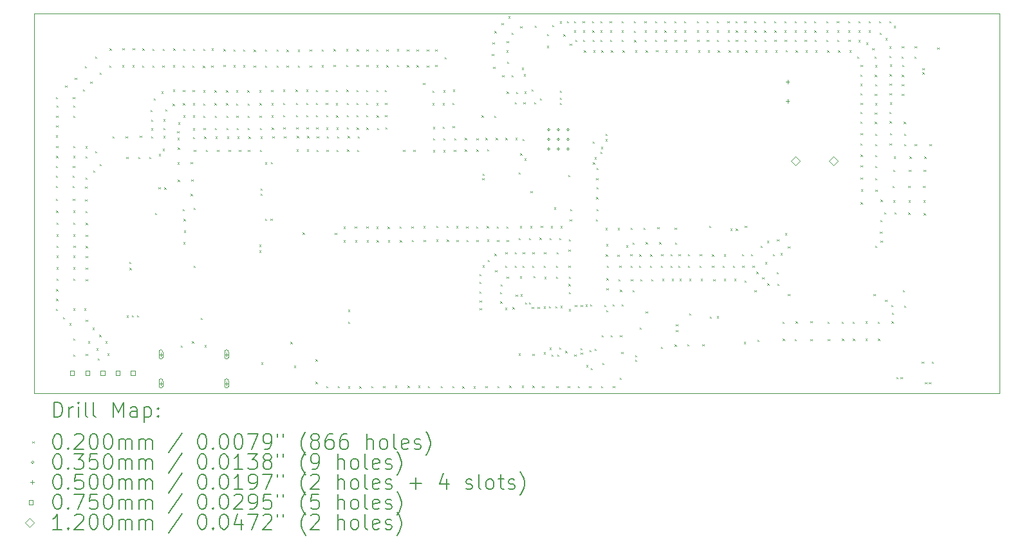
<source format=gbr>
%TF.GenerationSoftware,KiCad,Pcbnew,8.0.0-rc1*%
%TF.CreationDate,2024-11-04T15:20:00+03:00*%
%TF.ProjectId,Movita_CM4_CT_Router_V3.1,4d6f7669-7461-45f4-934d-345f43545f52,REV1*%
%TF.SameCoordinates,Original*%
%TF.FileFunction,Drillmap*%
%TF.FilePolarity,Positive*%
%FSLAX45Y45*%
G04 Gerber Fmt 4.5, Leading zero omitted, Abs format (unit mm)*
G04 Created by KiCad (PCBNEW 8.0.0-rc1) date 2024-11-04 15:20:00*
%MOMM*%
%LPD*%
G01*
G04 APERTURE LIST*
%ADD10C,0.050000*%
%ADD11C,0.200000*%
%ADD12C,0.100000*%
%ADD13C,0.120000*%
G04 APERTURE END LIST*
D10*
X10897377Y-8249419D02*
X23597377Y-8249419D01*
X23597377Y-13249419D01*
X10897377Y-13249419D01*
X10897377Y-8249419D01*
D11*
D12*
X11182377Y-10386419D02*
X11202377Y-10406419D01*
X11202377Y-10386419D02*
X11182377Y-10406419D01*
X11182377Y-10523419D02*
X11202377Y-10543419D01*
X11202377Y-10523419D02*
X11182377Y-10543419D01*
X11182377Y-12139419D02*
X11202377Y-12159419D01*
X11202377Y-12139419D02*
X11182377Y-12159419D01*
X11183377Y-9855419D02*
X11203377Y-9875419D01*
X11203377Y-9855419D02*
X11183377Y-9875419D01*
X11184377Y-10691419D02*
X11204377Y-10711419D01*
X11204377Y-10691419D02*
X11184377Y-10711419D01*
X11185377Y-9351419D02*
X11205377Y-9371419D01*
X11205377Y-9351419D02*
X11185377Y-9371419D01*
X11185377Y-10259419D02*
X11205377Y-10279419D01*
X11205377Y-10259419D02*
X11185377Y-10279419D01*
X11186377Y-9598419D02*
X11206377Y-9618419D01*
X11206377Y-9598419D02*
X11186377Y-9618419D01*
X11186377Y-9725419D02*
X11206377Y-9745419D01*
X11206377Y-9725419D02*
X11186377Y-9745419D01*
X11186377Y-10127419D02*
X11206377Y-10147419D01*
X11206377Y-10127419D02*
X11186377Y-10147419D01*
X11187377Y-9995419D02*
X11207377Y-10015419D01*
X11207377Y-9995419D02*
X11187377Y-10015419D01*
X11187377Y-10845419D02*
X11207377Y-10865419D01*
X11207377Y-10845419D02*
X11187377Y-10865419D01*
X11188377Y-11878419D02*
X11208377Y-11898419D01*
X11208377Y-11878419D02*
X11188377Y-11898419D01*
X11188377Y-12007419D02*
X11208377Y-12027419D01*
X11208377Y-12007419D02*
X11188377Y-12027419D01*
X11189377Y-9462419D02*
X11209377Y-9482419D01*
X11209377Y-9462419D02*
X11189377Y-9482419D01*
X11190377Y-11002419D02*
X11210377Y-11022419D01*
X11210377Y-11002419D02*
X11190377Y-11022419D01*
X11190377Y-11440419D02*
X11210377Y-11460419D01*
X11210377Y-11440419D02*
X11190377Y-11460419D01*
X11190377Y-11592419D02*
X11210377Y-11612419D01*
X11210377Y-11592419D02*
X11190377Y-11612419D01*
X11191377Y-11159419D02*
X11211377Y-11179419D01*
X11211377Y-11159419D02*
X11191377Y-11179419D01*
X11191377Y-11741419D02*
X11211377Y-11761419D01*
X11211377Y-11741419D02*
X11191377Y-11761419D01*
X11192377Y-11307419D02*
X11212377Y-11327419D01*
X11212377Y-11307419D02*
X11192377Y-11327419D01*
X11276377Y-12250419D02*
X11296377Y-12270419D01*
X11296377Y-12250419D02*
X11276377Y-12270419D01*
X11306377Y-9199419D02*
X11326377Y-9219419D01*
X11326377Y-9199419D02*
X11306377Y-9219419D01*
X11362377Y-12329419D02*
X11382377Y-12349419D01*
X11382377Y-12329419D02*
X11362377Y-12349419D01*
X11405377Y-10386419D02*
X11425377Y-10406419D01*
X11425377Y-10386419D02*
X11405377Y-10406419D01*
X11405377Y-10523419D02*
X11425377Y-10543419D01*
X11425377Y-10523419D02*
X11405377Y-10543419D01*
X11407377Y-10691419D02*
X11427377Y-10711419D01*
X11427377Y-10691419D02*
X11407377Y-10711419D01*
X11408377Y-9351419D02*
X11428377Y-9371419D01*
X11428377Y-9351419D02*
X11408377Y-9371419D01*
X11408377Y-10259419D02*
X11428377Y-10279419D01*
X11428377Y-10259419D02*
X11408377Y-10279419D01*
X11409377Y-9598419D02*
X11429377Y-9618419D01*
X11429377Y-9598419D02*
X11409377Y-9618419D01*
X11409377Y-10127419D02*
X11429377Y-10147419D01*
X11429377Y-10127419D02*
X11409377Y-10147419D01*
X11409377Y-12132419D02*
X11429377Y-12152419D01*
X11429377Y-12132419D02*
X11409377Y-12152419D01*
X11410377Y-9995419D02*
X11430377Y-10015419D01*
X11430377Y-9995419D02*
X11410377Y-10015419D01*
X11410377Y-10845419D02*
X11430377Y-10865419D01*
X11430377Y-10845419D02*
X11410377Y-10865419D01*
X11410377Y-12528419D02*
X11430377Y-12548419D01*
X11430377Y-12528419D02*
X11410377Y-12548419D01*
X11412377Y-9462419D02*
X11432377Y-9482419D01*
X11432377Y-9462419D02*
X11412377Y-9482419D01*
X11412377Y-12737419D02*
X11432377Y-12757419D01*
X11432377Y-12737419D02*
X11412377Y-12757419D01*
X11413377Y-11002419D02*
X11433377Y-11022419D01*
X11433377Y-11002419D02*
X11413377Y-11022419D01*
X11413377Y-11440419D02*
X11433377Y-11460419D01*
X11433377Y-11440419D02*
X11413377Y-11460419D01*
X11413377Y-11592419D02*
X11433377Y-11612419D01*
X11433377Y-11592419D02*
X11413377Y-11612419D01*
X11414377Y-11159419D02*
X11434377Y-11179419D01*
X11434377Y-11159419D02*
X11414377Y-11179419D01*
X11414377Y-11741419D02*
X11434377Y-11761419D01*
X11434377Y-11741419D02*
X11414377Y-11761419D01*
X11415377Y-11307419D02*
X11435377Y-11327419D01*
X11435377Y-11307419D02*
X11415377Y-11327419D01*
X11431377Y-9100419D02*
X11451377Y-9120419D01*
X11451377Y-9100419D02*
X11431377Y-9120419D01*
X11539377Y-9249419D02*
X11559377Y-9269419D01*
X11559377Y-9249419D02*
X11539377Y-9269419D01*
X11556377Y-12133419D02*
X11576377Y-12153419D01*
X11576377Y-12133419D02*
X11556377Y-12153419D01*
X11562377Y-8943419D02*
X11582377Y-8963419D01*
X11582377Y-8943419D02*
X11562377Y-8963419D01*
X11567377Y-10529419D02*
X11587377Y-10549419D01*
X11587377Y-10529419D02*
X11567377Y-10549419D01*
X11569377Y-10697419D02*
X11589377Y-10717419D01*
X11589377Y-10697419D02*
X11569377Y-10717419D01*
X11571377Y-10133419D02*
X11591377Y-10153419D01*
X11591377Y-10133419D02*
X11571377Y-10153419D01*
X11572377Y-10001419D02*
X11592377Y-10021419D01*
X11592377Y-10001419D02*
X11572377Y-10021419D01*
X11572377Y-10851419D02*
X11592377Y-10871419D01*
X11592377Y-10851419D02*
X11572377Y-10871419D01*
X11573377Y-10408419D02*
X11593377Y-10428419D01*
X11593377Y-10408419D02*
X11573377Y-10428419D01*
X11575377Y-11008419D02*
X11595377Y-11028419D01*
X11595377Y-11008419D02*
X11575377Y-11028419D01*
X11575377Y-11446419D02*
X11595377Y-11466419D01*
X11595377Y-11446419D02*
X11575377Y-11466419D01*
X11575377Y-11598419D02*
X11595377Y-11618419D01*
X11595377Y-11598419D02*
X11575377Y-11618419D01*
X11575377Y-12731419D02*
X11595377Y-12751419D01*
X11595377Y-12731419D02*
X11575377Y-12751419D01*
X11576377Y-11165419D02*
X11596377Y-11185419D01*
X11596377Y-11165419D02*
X11576377Y-11185419D01*
X11576377Y-11747419D02*
X11596377Y-11767419D01*
X11596377Y-11747419D02*
X11576377Y-11767419D01*
X11577377Y-11313419D02*
X11597377Y-11333419D01*
X11597377Y-11313419D02*
X11577377Y-11333419D01*
X11577377Y-12281419D02*
X11597377Y-12301419D01*
X11597377Y-12281419D02*
X11577377Y-12301419D01*
X11607377Y-12565419D02*
X11627377Y-12585419D01*
X11627377Y-12565419D02*
X11607377Y-12585419D01*
X11636377Y-9151419D02*
X11656377Y-9171419D01*
X11656377Y-9151419D02*
X11636377Y-9171419D01*
X11666737Y-12387745D02*
X11686737Y-12407745D01*
X11686737Y-12387745D02*
X11666737Y-12407745D01*
X11673377Y-10316419D02*
X11693377Y-10336419D01*
X11693377Y-10316419D02*
X11673377Y-10336419D01*
X11699377Y-8820419D02*
X11719377Y-8840419D01*
X11719377Y-8820419D02*
X11699377Y-8840419D01*
X11699377Y-10065419D02*
X11719377Y-10085419D01*
X11719377Y-10065419D02*
X11699377Y-10085419D01*
X11718794Y-12659928D02*
X11738794Y-12679928D01*
X11738794Y-12659928D02*
X11718794Y-12679928D01*
X11733377Y-12790419D02*
X11753377Y-12810419D01*
X11753377Y-12790419D02*
X11733377Y-12810419D01*
X11754377Y-12480419D02*
X11774377Y-12500419D01*
X11774377Y-12480419D02*
X11754377Y-12500419D01*
X11756377Y-9029419D02*
X11776377Y-9049419D01*
X11776377Y-9029419D02*
X11756377Y-9049419D01*
X11758377Y-10232419D02*
X11778377Y-10252419D01*
X11778377Y-10232419D02*
X11758377Y-10252419D01*
X11832575Y-12564738D02*
X11852575Y-12584738D01*
X11852575Y-12564738D02*
X11832575Y-12584738D01*
X11861578Y-12726858D02*
X11881578Y-12746858D01*
X11881578Y-12726858D02*
X11861578Y-12746858D01*
X11887377Y-8935419D02*
X11907377Y-8955419D01*
X11907377Y-8935419D02*
X11887377Y-8955419D01*
X11891377Y-8713419D02*
X11911377Y-8733419D01*
X11911377Y-8713419D02*
X11891377Y-8733419D01*
X11927377Y-9867419D02*
X11947377Y-9887419D01*
X11947377Y-9867419D02*
X11927377Y-9887419D01*
X12055377Y-8933419D02*
X12075377Y-8953419D01*
X12075377Y-8933419D02*
X12055377Y-8953419D01*
X12059377Y-8711419D02*
X12079377Y-8731419D01*
X12079377Y-8711419D02*
X12059377Y-8731419D01*
X12101377Y-9866419D02*
X12121377Y-9886419D01*
X12121377Y-9866419D02*
X12101377Y-9886419D01*
X12109377Y-10139419D02*
X12129377Y-10159419D01*
X12129377Y-10139419D02*
X12109377Y-10159419D01*
X12114377Y-12225419D02*
X12134377Y-12245419D01*
X12134377Y-12225419D02*
X12114377Y-12245419D01*
X12150377Y-11521419D02*
X12170377Y-11541419D01*
X12170377Y-11521419D02*
X12150377Y-11541419D01*
X12153377Y-11599419D02*
X12173377Y-11619419D01*
X12173377Y-11599419D02*
X12153377Y-11619419D01*
X12184377Y-12222419D02*
X12204377Y-12242419D01*
X12204377Y-12222419D02*
X12184377Y-12242419D01*
X12192377Y-8933419D02*
X12212377Y-8953419D01*
X12212377Y-8933419D02*
X12192377Y-8953419D01*
X12196377Y-8711419D02*
X12216377Y-8731419D01*
X12216377Y-8711419D02*
X12196377Y-8731419D01*
X12250377Y-12223419D02*
X12270377Y-12243419D01*
X12270377Y-12223419D02*
X12250377Y-12243419D01*
X12265377Y-10137419D02*
X12285377Y-10157419D01*
X12285377Y-10137419D02*
X12265377Y-10157419D01*
X12287377Y-9858419D02*
X12307377Y-9878419D01*
X12307377Y-9858419D02*
X12287377Y-9878419D01*
X12319377Y-8936419D02*
X12339377Y-8956419D01*
X12339377Y-8936419D02*
X12319377Y-8956419D01*
X12323377Y-8714419D02*
X12343377Y-8734419D01*
X12343377Y-8714419D02*
X12323377Y-8734419D01*
X12409628Y-10138331D02*
X12429628Y-10158331D01*
X12429628Y-10138331D02*
X12409628Y-10158331D01*
X12428377Y-9522419D02*
X12448377Y-9542419D01*
X12448377Y-9522419D02*
X12428377Y-9542419D01*
X12434377Y-9650419D02*
X12454377Y-9670419D01*
X12454377Y-9650419D02*
X12434377Y-9670419D01*
X12434377Y-9869419D02*
X12454377Y-9889419D01*
X12454377Y-9869419D02*
X12434377Y-9889419D01*
X12436377Y-9763419D02*
X12456377Y-9783419D01*
X12456377Y-9763419D02*
X12436377Y-9783419D01*
X12451377Y-8937419D02*
X12471377Y-8957419D01*
X12471377Y-8937419D02*
X12451377Y-8957419D01*
X12455377Y-8715419D02*
X12475377Y-8735419D01*
X12475377Y-8715419D02*
X12455377Y-8735419D01*
X12469377Y-9370419D02*
X12489377Y-9390419D01*
X12489377Y-9370419D02*
X12469377Y-9390419D01*
X12484377Y-10874419D02*
X12504377Y-10894419D01*
X12504377Y-10874419D02*
X12484377Y-10894419D01*
X12532377Y-10540419D02*
X12552377Y-10560419D01*
X12552377Y-10540419D02*
X12532377Y-10560419D01*
X12540377Y-10102419D02*
X12560377Y-10122419D01*
X12560377Y-10102419D02*
X12540377Y-10122419D01*
X12573377Y-9279419D02*
X12593377Y-9299419D01*
X12593377Y-9279419D02*
X12573377Y-9299419D01*
X12583377Y-8938419D02*
X12603377Y-8958419D01*
X12603377Y-8938419D02*
X12583377Y-8958419D01*
X12587377Y-8716419D02*
X12607377Y-8736419D01*
X12607377Y-8716419D02*
X12587377Y-8736419D01*
X12587377Y-10034419D02*
X12607377Y-10054419D01*
X12607377Y-10034419D02*
X12587377Y-10054419D01*
X12595377Y-9645419D02*
X12615377Y-9665419D01*
X12615377Y-9645419D02*
X12595377Y-9665419D01*
X12595377Y-9864419D02*
X12615377Y-9884419D01*
X12615377Y-9864419D02*
X12595377Y-9884419D01*
X12597377Y-9758419D02*
X12617377Y-9778419D01*
X12617377Y-9758419D02*
X12597377Y-9778419D01*
X12609377Y-10543419D02*
X12629377Y-10563419D01*
X12629377Y-10543419D02*
X12609377Y-10563419D01*
X12620377Y-9514419D02*
X12640377Y-9534419D01*
X12640377Y-9514419D02*
X12620377Y-9534419D01*
X12720377Y-9440419D02*
X12740377Y-9460419D01*
X12740377Y-9440419D02*
X12720377Y-9460419D01*
X12722377Y-9254419D02*
X12742377Y-9274419D01*
X12742377Y-9254419D02*
X12722377Y-9274419D01*
X12723377Y-8934419D02*
X12743377Y-8954419D01*
X12743377Y-8934419D02*
X12723377Y-8954419D01*
X12727377Y-8712419D02*
X12747377Y-8732419D01*
X12747377Y-8712419D02*
X12727377Y-8732419D01*
X12779377Y-9799419D02*
X12799377Y-9819419D01*
X12799377Y-9799419D02*
X12779377Y-9819419D01*
X12782377Y-9889419D02*
X12802377Y-9909419D01*
X12802377Y-9889419D02*
X12782377Y-9909419D01*
X12784377Y-10210419D02*
X12804377Y-10230419D01*
X12804377Y-10210419D02*
X12784377Y-10230419D01*
X12786377Y-10018419D02*
X12806377Y-10038419D01*
X12806377Y-10018419D02*
X12786377Y-10038419D01*
X12788377Y-10439419D02*
X12808377Y-10459419D01*
X12808377Y-10439419D02*
X12788377Y-10459419D01*
X12789377Y-9688419D02*
X12809377Y-9708419D01*
X12809377Y-9688419D02*
X12789377Y-9708419D01*
X12826377Y-12619419D02*
X12846377Y-12639419D01*
X12846377Y-12619419D02*
X12826377Y-12639419D01*
X12849377Y-10823419D02*
X12869377Y-10843419D01*
X12869377Y-10823419D02*
X12849377Y-10843419D01*
X12853377Y-8937419D02*
X12873377Y-8957419D01*
X12873377Y-8937419D02*
X12853377Y-8957419D01*
X12854377Y-9260419D02*
X12874377Y-9280419D01*
X12874377Y-9260419D02*
X12854377Y-9280419D01*
X12856377Y-9432419D02*
X12876377Y-9452419D01*
X12876377Y-9432419D02*
X12856377Y-9452419D01*
X12857377Y-8715419D02*
X12877377Y-8735419D01*
X12877377Y-8715419D02*
X12857377Y-8735419D01*
X12857377Y-9593419D02*
X12877377Y-9613419D01*
X12877377Y-9593419D02*
X12857377Y-9613419D01*
X12861377Y-11262419D02*
X12881377Y-11282419D01*
X12881377Y-11262419D02*
X12861377Y-11282419D01*
X12862377Y-10957419D02*
X12882377Y-10977419D01*
X12882377Y-10957419D02*
X12862377Y-10977419D01*
X12870377Y-11110419D02*
X12890377Y-11130419D01*
X12890377Y-11110419D02*
X12870377Y-11130419D01*
X12955377Y-10209419D02*
X12975377Y-10229419D01*
X12975377Y-10209419D02*
X12955377Y-10229419D01*
X12957377Y-10625419D02*
X12977377Y-10645419D01*
X12977377Y-10625419D02*
X12957377Y-10645419D01*
X12966377Y-10434419D02*
X12986377Y-10454419D01*
X12986377Y-10434419D02*
X12966377Y-10454419D01*
X12973377Y-12566419D02*
X12993377Y-12586419D01*
X12993377Y-12566419D02*
X12973377Y-12586419D01*
X12980377Y-8937419D02*
X13000377Y-8957419D01*
X13000377Y-8937419D02*
X12980377Y-8957419D01*
X12983377Y-9260419D02*
X13003377Y-9280419D01*
X13003377Y-9260419D02*
X12983377Y-9280419D01*
X12984377Y-8715419D02*
X13004377Y-8735419D01*
X13004377Y-8715419D02*
X12984377Y-8735419D01*
X12985377Y-9432419D02*
X13005377Y-9452419D01*
X13005377Y-9432419D02*
X12985377Y-9452419D01*
X12986377Y-9593419D02*
X13006377Y-9613419D01*
X13006377Y-9593419D02*
X12986377Y-9613419D01*
X12986377Y-9876419D02*
X13006377Y-9896419D01*
X13006377Y-9876419D02*
X12986377Y-9896419D01*
X12988377Y-9764419D02*
X13008377Y-9784419D01*
X13008377Y-9764419D02*
X12988377Y-9784419D01*
X12996377Y-10810419D02*
X13016377Y-10830419D01*
X13016377Y-10810419D02*
X12996377Y-10830419D01*
X12996377Y-11571419D02*
X13016377Y-11591419D01*
X13016377Y-11571419D02*
X12996377Y-11591419D01*
X12998377Y-10049419D02*
X13018377Y-10069419D01*
X13018377Y-10049419D02*
X12998377Y-10069419D01*
X13089377Y-12256419D02*
X13109377Y-12276419D01*
X13109377Y-12256419D02*
X13089377Y-12276419D01*
X13116377Y-8940419D02*
X13136377Y-8960419D01*
X13136377Y-8940419D02*
X13116377Y-8960419D01*
X13120377Y-8718419D02*
X13140377Y-8738419D01*
X13140377Y-8718419D02*
X13120377Y-8738419D01*
X13120377Y-9263419D02*
X13140377Y-9283419D01*
X13140377Y-9263419D02*
X13120377Y-9283419D01*
X13122377Y-9435419D02*
X13142377Y-9455419D01*
X13142377Y-9435419D02*
X13122377Y-9455419D01*
X13123377Y-9596419D02*
X13143377Y-9616419D01*
X13143377Y-9596419D02*
X13123377Y-9616419D01*
X13126377Y-9758419D02*
X13146377Y-9778419D01*
X13146377Y-9758419D02*
X13126377Y-9778419D01*
X13135377Y-9873419D02*
X13155377Y-9893419D01*
X13155377Y-9873419D02*
X13135377Y-9893419D01*
X13139377Y-12615419D02*
X13159377Y-12635419D01*
X13159377Y-12615419D02*
X13139377Y-12635419D01*
X13156377Y-10045419D02*
X13176377Y-10065419D01*
X13176377Y-10045419D02*
X13156377Y-10065419D01*
X13227377Y-8936419D02*
X13247377Y-8956419D01*
X13247377Y-8936419D02*
X13227377Y-8956419D01*
X13231377Y-8714419D02*
X13251377Y-8734419D01*
X13251377Y-8714419D02*
X13231377Y-8734419D01*
X13269377Y-9262419D02*
X13289377Y-9282419D01*
X13289377Y-9262419D02*
X13269377Y-9282419D01*
X13271377Y-9434419D02*
X13291377Y-9454419D01*
X13291377Y-9434419D02*
X13271377Y-9454419D01*
X13272377Y-9595419D02*
X13292377Y-9615419D01*
X13292377Y-9595419D02*
X13272377Y-9615419D01*
X13275377Y-9757419D02*
X13295377Y-9777419D01*
X13295377Y-9757419D02*
X13275377Y-9777419D01*
X13284377Y-9872419D02*
X13304377Y-9892419D01*
X13304377Y-9872419D02*
X13284377Y-9892419D01*
X13305377Y-10044419D02*
X13325377Y-10064419D01*
X13325377Y-10044419D02*
X13305377Y-10064419D01*
X13387377Y-8720419D02*
X13407377Y-8740419D01*
X13407377Y-8720419D02*
X13387377Y-8740419D01*
X13387377Y-8928419D02*
X13407377Y-8948419D01*
X13407377Y-8928419D02*
X13387377Y-8948419D01*
X13421377Y-9262419D02*
X13441377Y-9282419D01*
X13441377Y-9262419D02*
X13421377Y-9282419D01*
X13423377Y-9434419D02*
X13443377Y-9454419D01*
X13443377Y-9434419D02*
X13423377Y-9454419D01*
X13424377Y-9595419D02*
X13444377Y-9615419D01*
X13444377Y-9595419D02*
X13424377Y-9615419D01*
X13427377Y-9757419D02*
X13447377Y-9777419D01*
X13447377Y-9757419D02*
X13427377Y-9777419D01*
X13436377Y-9872419D02*
X13456377Y-9892419D01*
X13456377Y-9872419D02*
X13436377Y-9892419D01*
X13457377Y-10044419D02*
X13477377Y-10064419D01*
X13477377Y-10044419D02*
X13457377Y-10064419D01*
X13519377Y-8726419D02*
X13539377Y-8746419D01*
X13539377Y-8726419D02*
X13519377Y-8746419D01*
X13519377Y-8934419D02*
X13539377Y-8954419D01*
X13539377Y-8934419D02*
X13519377Y-8954419D01*
X13554377Y-9264419D02*
X13574377Y-9284419D01*
X13574377Y-9264419D02*
X13554377Y-9284419D01*
X13556377Y-9436419D02*
X13576377Y-9456419D01*
X13576377Y-9436419D02*
X13556377Y-9456419D01*
X13557377Y-9597419D02*
X13577377Y-9617419D01*
X13577377Y-9597419D02*
X13557377Y-9617419D01*
X13560377Y-9759419D02*
X13580377Y-9779419D01*
X13580377Y-9759419D02*
X13560377Y-9779419D01*
X13569377Y-9874419D02*
X13589377Y-9894419D01*
X13589377Y-9874419D02*
X13569377Y-9894419D01*
X13590377Y-10046419D02*
X13610377Y-10066419D01*
X13610377Y-10046419D02*
X13590377Y-10066419D01*
X13648377Y-8726419D02*
X13668377Y-8746419D01*
X13668377Y-8726419D02*
X13648377Y-8746419D01*
X13648377Y-8934419D02*
X13668377Y-8954419D01*
X13668377Y-8934419D02*
X13648377Y-8954419D01*
X13702377Y-9263419D02*
X13722377Y-9283419D01*
X13722377Y-9263419D02*
X13702377Y-9283419D01*
X13704377Y-9435419D02*
X13724377Y-9455419D01*
X13724377Y-9435419D02*
X13704377Y-9455419D01*
X13705377Y-9596419D02*
X13725377Y-9616419D01*
X13725377Y-9596419D02*
X13705377Y-9616419D01*
X13708377Y-9758419D02*
X13728377Y-9778419D01*
X13728377Y-9758419D02*
X13708377Y-9778419D01*
X13711377Y-10045419D02*
X13731377Y-10065419D01*
X13731377Y-10045419D02*
X13711377Y-10065419D01*
X13717377Y-9873419D02*
X13737377Y-9893419D01*
X13737377Y-9873419D02*
X13717377Y-9893419D01*
X13785377Y-8729419D02*
X13805377Y-8749419D01*
X13805377Y-8729419D02*
X13785377Y-8749419D01*
X13785377Y-8937419D02*
X13805377Y-8957419D01*
X13805377Y-8937419D02*
X13785377Y-8957419D01*
X13857127Y-11372669D02*
X13877127Y-11392669D01*
X13877127Y-11372669D02*
X13857127Y-11392669D01*
X13858127Y-11295669D02*
X13878127Y-11315669D01*
X13878127Y-11295669D02*
X13858127Y-11315669D01*
X13859377Y-9262419D02*
X13879377Y-9282419D01*
X13879377Y-9262419D02*
X13859377Y-9282419D01*
X13861377Y-9434419D02*
X13881377Y-9454419D01*
X13881377Y-9434419D02*
X13861377Y-9454419D01*
X13862377Y-9595419D02*
X13882377Y-9615419D01*
X13882377Y-9595419D02*
X13862377Y-9615419D01*
X13865377Y-9757419D02*
X13885377Y-9777419D01*
X13885377Y-9757419D02*
X13865377Y-9777419D01*
X13868377Y-10044419D02*
X13888377Y-10064419D01*
X13888377Y-10044419D02*
X13868377Y-10064419D01*
X13874377Y-9872419D02*
X13894377Y-9892419D01*
X13894377Y-9872419D02*
X13874377Y-9892419D01*
X13877127Y-10622669D02*
X13897127Y-10642669D01*
X13897127Y-10622669D02*
X13877127Y-10642669D01*
X13878127Y-10556669D02*
X13898127Y-10576669D01*
X13898127Y-10556669D02*
X13878127Y-10576669D01*
X13885377Y-12844419D02*
X13905377Y-12864419D01*
X13905377Y-12844419D02*
X13885377Y-12864419D01*
X13932127Y-10211669D02*
X13952127Y-10231669D01*
X13952127Y-10211669D02*
X13932127Y-10231669D01*
X13934377Y-8728419D02*
X13954377Y-8748419D01*
X13954377Y-8728419D02*
X13934377Y-8748419D01*
X13934377Y-8936419D02*
X13954377Y-8956419D01*
X13954377Y-8936419D02*
X13934377Y-8956419D01*
X13936127Y-10953669D02*
X13956127Y-10973669D01*
X13956127Y-10953669D02*
X13936127Y-10973669D01*
X14007127Y-10954669D02*
X14027127Y-10974669D01*
X14027127Y-10954669D02*
X14007127Y-10974669D01*
X14010127Y-10209669D02*
X14030127Y-10229669D01*
X14030127Y-10209669D02*
X14010127Y-10229669D01*
X14016377Y-9259419D02*
X14036377Y-9279419D01*
X14036377Y-9259419D02*
X14016377Y-9279419D01*
X14018377Y-9431419D02*
X14038377Y-9451419D01*
X14038377Y-9431419D02*
X14018377Y-9451419D01*
X14019377Y-9592419D02*
X14039377Y-9612419D01*
X14039377Y-9592419D02*
X14019377Y-9612419D01*
X14022377Y-9754419D02*
X14042377Y-9774419D01*
X14042377Y-9754419D02*
X14022377Y-9774419D01*
X14031377Y-9869419D02*
X14051377Y-9889419D01*
X14051377Y-9869419D02*
X14031377Y-9889419D01*
X14086377Y-8728419D02*
X14106377Y-8748419D01*
X14106377Y-8728419D02*
X14086377Y-8748419D01*
X14086377Y-8936419D02*
X14106377Y-8956419D01*
X14106377Y-8936419D02*
X14086377Y-8956419D01*
X14170377Y-9256419D02*
X14190377Y-9276419D01*
X14190377Y-9256419D02*
X14170377Y-9276419D01*
X14172377Y-9428419D02*
X14192377Y-9448419D01*
X14192377Y-9428419D02*
X14172377Y-9448419D01*
X14173377Y-9589419D02*
X14193377Y-9609419D01*
X14193377Y-9589419D02*
X14173377Y-9609419D01*
X14176377Y-9751419D02*
X14196377Y-9771419D01*
X14196377Y-9751419D02*
X14176377Y-9771419D01*
X14185377Y-9866419D02*
X14205377Y-9886419D01*
X14205377Y-9866419D02*
X14185377Y-9886419D01*
X14219377Y-8730419D02*
X14239377Y-8750419D01*
X14239377Y-8730419D02*
X14219377Y-8750419D01*
X14219377Y-8938419D02*
X14239377Y-8958419D01*
X14239377Y-8938419D02*
X14219377Y-8958419D01*
X14268377Y-12573419D02*
X14288377Y-12593419D01*
X14288377Y-12573419D02*
X14268377Y-12593419D01*
X14314377Y-12888419D02*
X14334377Y-12908419D01*
X14334377Y-12888419D02*
X14314377Y-12908419D01*
X14338377Y-9254419D02*
X14358377Y-9274419D01*
X14358377Y-9254419D02*
X14338377Y-9274419D01*
X14340377Y-9426419D02*
X14360377Y-9446419D01*
X14360377Y-9426419D02*
X14340377Y-9446419D01*
X14341377Y-9587419D02*
X14361377Y-9607419D01*
X14361377Y-9587419D02*
X14341377Y-9607419D01*
X14344377Y-9749419D02*
X14364377Y-9769419D01*
X14364377Y-9749419D02*
X14344377Y-9769419D01*
X14347377Y-10041419D02*
X14367377Y-10061419D01*
X14367377Y-10041419D02*
X14347377Y-10061419D01*
X14353377Y-9864419D02*
X14373377Y-9884419D01*
X14373377Y-9864419D02*
X14353377Y-9884419D01*
X14367377Y-8729419D02*
X14387377Y-8749419D01*
X14387377Y-8729419D02*
X14367377Y-8749419D01*
X14367377Y-8937419D02*
X14387377Y-8957419D01*
X14387377Y-8937419D02*
X14367377Y-8957419D01*
X14431377Y-11135419D02*
X14451377Y-11155419D01*
X14451377Y-11135419D02*
X14431377Y-11155419D01*
X14475377Y-9254419D02*
X14495377Y-9274419D01*
X14495377Y-9254419D02*
X14475377Y-9274419D01*
X14477377Y-9426419D02*
X14497377Y-9446419D01*
X14497377Y-9426419D02*
X14477377Y-9446419D01*
X14478377Y-9587419D02*
X14498377Y-9607419D01*
X14498377Y-9587419D02*
X14478377Y-9607419D01*
X14481377Y-9749419D02*
X14501377Y-9769419D01*
X14501377Y-9749419D02*
X14481377Y-9769419D01*
X14484377Y-10041419D02*
X14504377Y-10061419D01*
X14504377Y-10041419D02*
X14484377Y-10061419D01*
X14490377Y-9864419D02*
X14510377Y-9884419D01*
X14510377Y-9864419D02*
X14490377Y-9884419D01*
X14524377Y-8728419D02*
X14544377Y-8748419D01*
X14544377Y-8728419D02*
X14524377Y-8748419D01*
X14524377Y-8936419D02*
X14544377Y-8956419D01*
X14544377Y-8936419D02*
X14524377Y-8956419D01*
X14598377Y-12801419D02*
X14618377Y-12821419D01*
X14618377Y-12801419D02*
X14598377Y-12821419D01*
X14598377Y-13099564D02*
X14618377Y-13119564D01*
X14618377Y-13099564D02*
X14598377Y-13119564D01*
X14602377Y-9257419D02*
X14622377Y-9277419D01*
X14622377Y-9257419D02*
X14602377Y-9277419D01*
X14604377Y-9429419D02*
X14624377Y-9449419D01*
X14624377Y-9429419D02*
X14604377Y-9449419D01*
X14605377Y-9590419D02*
X14625377Y-9610419D01*
X14625377Y-9590419D02*
X14605377Y-9610419D01*
X14608377Y-9752419D02*
X14628377Y-9772419D01*
X14628377Y-9752419D02*
X14608377Y-9772419D01*
X14611377Y-10044419D02*
X14631377Y-10064419D01*
X14631377Y-10044419D02*
X14611377Y-10064419D01*
X14617377Y-9867419D02*
X14637377Y-9887419D01*
X14637377Y-9867419D02*
X14617377Y-9887419D01*
X14681377Y-8725419D02*
X14701377Y-8745419D01*
X14701377Y-8725419D02*
X14681377Y-8745419D01*
X14681377Y-8933419D02*
X14701377Y-8953419D01*
X14701377Y-8933419D02*
X14681377Y-8953419D01*
X14734377Y-9258419D02*
X14754377Y-9278419D01*
X14754377Y-9258419D02*
X14734377Y-9278419D01*
X14736377Y-9430419D02*
X14756377Y-9450419D01*
X14756377Y-9430419D02*
X14736377Y-9450419D01*
X14737377Y-9591419D02*
X14757377Y-9611419D01*
X14757377Y-9591419D02*
X14737377Y-9611419D01*
X14740377Y-9753419D02*
X14760377Y-9773419D01*
X14760377Y-9753419D02*
X14740377Y-9773419D01*
X14741377Y-13156419D02*
X14761377Y-13176419D01*
X14761377Y-13156419D02*
X14741377Y-13176419D01*
X14743377Y-10045419D02*
X14763377Y-10065419D01*
X14763377Y-10045419D02*
X14743377Y-10065419D01*
X14749377Y-9868419D02*
X14769377Y-9888419D01*
X14769377Y-9868419D02*
X14749377Y-9888419D01*
X14835377Y-8722419D02*
X14855377Y-8742419D01*
X14855377Y-8722419D02*
X14835377Y-8742419D01*
X14835377Y-8930419D02*
X14855377Y-8950419D01*
X14855377Y-8930419D02*
X14835377Y-8950419D01*
X14854377Y-11138419D02*
X14874377Y-11158419D01*
X14874377Y-11138419D02*
X14854377Y-11158419D01*
X14866377Y-9259419D02*
X14886377Y-9279419D01*
X14886377Y-9259419D02*
X14866377Y-9279419D01*
X14868377Y-9431419D02*
X14888377Y-9451419D01*
X14888377Y-9431419D02*
X14868377Y-9451419D01*
X14869377Y-9592419D02*
X14889377Y-9612419D01*
X14889377Y-9592419D02*
X14869377Y-9612419D01*
X14872377Y-9754419D02*
X14892377Y-9774419D01*
X14892377Y-9754419D02*
X14872377Y-9774419D01*
X14875377Y-10046419D02*
X14895377Y-10066419D01*
X14895377Y-10046419D02*
X14875377Y-10066419D01*
X14881377Y-9869419D02*
X14901377Y-9889419D01*
X14901377Y-9869419D02*
X14881377Y-9889419D01*
X14893377Y-13156419D02*
X14913377Y-13176419D01*
X14913377Y-13156419D02*
X14893377Y-13176419D01*
X14966377Y-11057419D02*
X14986377Y-11077419D01*
X14986377Y-11057419D02*
X14966377Y-11077419D01*
X14970377Y-11236419D02*
X14990377Y-11256419D01*
X14990377Y-11236419D02*
X14970377Y-11256419D01*
X15003377Y-8720419D02*
X15023377Y-8740419D01*
X15023377Y-8720419D02*
X15003377Y-8740419D01*
X15003377Y-8928419D02*
X15023377Y-8948419D01*
X15023377Y-8928419D02*
X15003377Y-8948419D01*
X15006377Y-9255419D02*
X15026377Y-9275419D01*
X15026377Y-9255419D02*
X15006377Y-9275419D01*
X15008377Y-9427419D02*
X15028377Y-9447419D01*
X15028377Y-9427419D02*
X15008377Y-9447419D01*
X15009377Y-9588419D02*
X15029377Y-9608419D01*
X15029377Y-9588419D02*
X15009377Y-9608419D01*
X15012377Y-9750419D02*
X15032377Y-9770419D01*
X15032377Y-9750419D02*
X15012377Y-9770419D01*
X15015377Y-10042419D02*
X15035377Y-10062419D01*
X15035377Y-10042419D02*
X15015377Y-10062419D01*
X15021377Y-9865419D02*
X15041377Y-9885419D01*
X15041377Y-9865419D02*
X15021377Y-9885419D01*
X15026377Y-12150419D02*
X15046377Y-12170419D01*
X15046377Y-12150419D02*
X15026377Y-12170419D01*
X15026377Y-13158419D02*
X15046377Y-13178419D01*
X15046377Y-13158419D02*
X15026377Y-13178419D01*
X15027377Y-12305419D02*
X15047377Y-12325419D01*
X15047377Y-12305419D02*
X15027377Y-12325419D01*
X15115377Y-11056419D02*
X15135377Y-11076419D01*
X15135377Y-11056419D02*
X15115377Y-11076419D01*
X15119377Y-11235419D02*
X15139377Y-11255419D01*
X15139377Y-11235419D02*
X15119377Y-11255419D01*
X15136377Y-9258419D02*
X15156377Y-9278419D01*
X15156377Y-9258419D02*
X15136377Y-9278419D01*
X15138377Y-9430419D02*
X15158377Y-9450419D01*
X15158377Y-9430419D02*
X15138377Y-9450419D01*
X15139377Y-9591419D02*
X15159377Y-9611419D01*
X15159377Y-9591419D02*
X15139377Y-9611419D01*
X15140377Y-8720419D02*
X15160377Y-8740419D01*
X15160377Y-8720419D02*
X15140377Y-8740419D01*
X15140377Y-8928419D02*
X15160377Y-8948419D01*
X15160377Y-8928419D02*
X15140377Y-8948419D01*
X15142377Y-9753419D02*
X15162377Y-9773419D01*
X15162377Y-9753419D02*
X15142377Y-9773419D01*
X15145377Y-10045419D02*
X15165377Y-10065419D01*
X15165377Y-10045419D02*
X15145377Y-10065419D01*
X15151377Y-9868419D02*
X15171377Y-9888419D01*
X15171377Y-9868419D02*
X15151377Y-9888419D01*
X15174377Y-13157419D02*
X15194377Y-13177419D01*
X15194377Y-13157419D02*
X15174377Y-13177419D01*
X15263377Y-9258419D02*
X15283377Y-9278419D01*
X15283377Y-9258419D02*
X15263377Y-9278419D01*
X15265377Y-9430419D02*
X15285377Y-9450419D01*
X15285377Y-9430419D02*
X15265377Y-9450419D01*
X15266377Y-9591419D02*
X15286377Y-9611419D01*
X15286377Y-9591419D02*
X15266377Y-9611419D01*
X15267377Y-8723419D02*
X15287377Y-8743419D01*
X15287377Y-8723419D02*
X15267377Y-8743419D01*
X15267377Y-8931419D02*
X15287377Y-8951419D01*
X15287377Y-8931419D02*
X15267377Y-8951419D01*
X15267377Y-11056419D02*
X15287377Y-11076419D01*
X15287377Y-11056419D02*
X15267377Y-11076419D01*
X15269377Y-9753419D02*
X15289377Y-9773419D01*
X15289377Y-9753419D02*
X15269377Y-9773419D01*
X15271377Y-11235419D02*
X15291377Y-11255419D01*
X15291377Y-11235419D02*
X15271377Y-11255419D01*
X15331377Y-13156419D02*
X15351377Y-13176419D01*
X15351377Y-13156419D02*
X15331377Y-13176419D01*
X15399377Y-8724419D02*
X15419377Y-8744419D01*
X15419377Y-8724419D02*
X15399377Y-8744419D01*
X15399377Y-8932419D02*
X15419377Y-8952419D01*
X15419377Y-8932419D02*
X15399377Y-8952419D01*
X15399377Y-9261419D02*
X15419377Y-9281419D01*
X15419377Y-9261419D02*
X15399377Y-9281419D01*
X15400377Y-11058419D02*
X15420377Y-11078419D01*
X15420377Y-11058419D02*
X15400377Y-11078419D01*
X15401377Y-9433419D02*
X15421377Y-9453419D01*
X15421377Y-9433419D02*
X15401377Y-9453419D01*
X15402377Y-9594419D02*
X15422377Y-9614419D01*
X15422377Y-9594419D02*
X15402377Y-9614419D01*
X15404377Y-11237419D02*
X15424377Y-11257419D01*
X15424377Y-11237419D02*
X15404377Y-11257419D01*
X15405377Y-9756419D02*
X15425377Y-9776419D01*
X15425377Y-9756419D02*
X15405377Y-9776419D01*
X15488377Y-13153419D02*
X15508377Y-13173419D01*
X15508377Y-13153419D02*
X15488377Y-13173419D01*
X15510377Y-9257419D02*
X15530377Y-9277419D01*
X15530377Y-9257419D02*
X15510377Y-9277419D01*
X15512377Y-9429419D02*
X15532377Y-9449419D01*
X15532377Y-9429419D02*
X15512377Y-9449419D01*
X15513377Y-9590419D02*
X15533377Y-9610419D01*
X15533377Y-9590419D02*
X15513377Y-9610419D01*
X15516377Y-9752419D02*
X15536377Y-9772419D01*
X15536377Y-9752419D02*
X15516377Y-9772419D01*
X15531377Y-8725419D02*
X15551377Y-8745419D01*
X15551377Y-8725419D02*
X15531377Y-8745419D01*
X15531377Y-8933419D02*
X15551377Y-8953419D01*
X15551377Y-8933419D02*
X15531377Y-8953419D01*
X15548377Y-11057419D02*
X15568377Y-11077419D01*
X15568377Y-11057419D02*
X15548377Y-11077419D01*
X15552377Y-11236419D02*
X15572377Y-11256419D01*
X15572377Y-11236419D02*
X15552377Y-11256419D01*
X15642377Y-13150419D02*
X15662377Y-13170419D01*
X15662377Y-13150419D02*
X15642377Y-13170419D01*
X15671377Y-8721419D02*
X15691377Y-8741419D01*
X15691377Y-8721419D02*
X15671377Y-8741419D01*
X15671377Y-8929419D02*
X15691377Y-8949419D01*
X15691377Y-8929419D02*
X15671377Y-8949419D01*
X15705377Y-11056419D02*
X15725377Y-11076419D01*
X15725377Y-11056419D02*
X15705377Y-11076419D01*
X15709377Y-11235419D02*
X15729377Y-11255419D01*
X15729377Y-11235419D02*
X15709377Y-11255419D01*
X15750377Y-10046419D02*
X15770377Y-10066419D01*
X15770377Y-10046419D02*
X15750377Y-10066419D01*
X15801377Y-8724419D02*
X15821377Y-8744419D01*
X15821377Y-8724419D02*
X15801377Y-8744419D01*
X15801377Y-8932419D02*
X15821377Y-8952419D01*
X15821377Y-8932419D02*
X15801377Y-8952419D01*
X15810377Y-13148419D02*
X15830377Y-13168419D01*
X15830377Y-13148419D02*
X15810377Y-13168419D01*
X15862377Y-11053419D02*
X15882377Y-11073419D01*
X15882377Y-11053419D02*
X15862377Y-11073419D01*
X15866377Y-11232419D02*
X15886377Y-11252419D01*
X15886377Y-11232419D02*
X15866377Y-11252419D01*
X15887377Y-10046419D02*
X15907377Y-10066419D01*
X15907377Y-10046419D02*
X15887377Y-10066419D01*
X15928377Y-8724419D02*
X15948377Y-8744419D01*
X15948377Y-8724419D02*
X15928377Y-8744419D01*
X15928377Y-8932419D02*
X15948377Y-8952419D01*
X15948377Y-8932419D02*
X15928377Y-8952419D01*
X15947377Y-13148419D02*
X15967377Y-13168419D01*
X15967377Y-13148419D02*
X15947377Y-13168419D01*
X16014377Y-9164419D02*
X16034377Y-9184419D01*
X16034377Y-9164419D02*
X16014377Y-9184419D01*
X16016377Y-11050419D02*
X16036377Y-11070419D01*
X16036377Y-11050419D02*
X16016377Y-11070419D01*
X16020377Y-11229419D02*
X16040377Y-11249419D01*
X16040377Y-11229419D02*
X16020377Y-11249419D01*
X16064377Y-8727419D02*
X16084377Y-8747419D01*
X16084377Y-8727419D02*
X16064377Y-8747419D01*
X16064377Y-8935419D02*
X16084377Y-8955419D01*
X16084377Y-8935419D02*
X16064377Y-8955419D01*
X16074377Y-13151419D02*
X16094377Y-13171419D01*
X16094377Y-13151419D02*
X16074377Y-13171419D01*
X16137377Y-9267419D02*
X16157377Y-9287419D01*
X16157377Y-9267419D02*
X16137377Y-9287419D01*
X16138377Y-9432419D02*
X16158377Y-9452419D01*
X16158377Y-9432419D02*
X16138377Y-9452419D01*
X16144377Y-9746419D02*
X16164377Y-9766419D01*
X16164377Y-9746419D02*
X16144377Y-9766419D01*
X16144377Y-9892509D02*
X16164377Y-9912509D01*
X16164377Y-9892509D02*
X16144377Y-9912509D01*
X16146377Y-10050419D02*
X16166377Y-10070419D01*
X16166377Y-10050419D02*
X16146377Y-10070419D01*
X16175377Y-8723419D02*
X16195377Y-8743419D01*
X16195377Y-8723419D02*
X16175377Y-8743419D01*
X16175377Y-8931419D02*
X16195377Y-8951419D01*
X16195377Y-8931419D02*
X16175377Y-8951419D01*
X16184377Y-11048419D02*
X16204377Y-11068419D01*
X16204377Y-11048419D02*
X16184377Y-11068419D01*
X16188377Y-11227419D02*
X16208377Y-11247419D01*
X16208377Y-11227419D02*
X16188377Y-11247419D01*
X16245377Y-13156419D02*
X16265377Y-13176419D01*
X16265377Y-13156419D02*
X16245377Y-13176419D01*
X16272377Y-9432419D02*
X16292377Y-9452419D01*
X16292377Y-9432419D02*
X16272377Y-9452419D01*
X16273377Y-9740419D02*
X16293377Y-9760419D01*
X16293377Y-9740419D02*
X16273377Y-9760419D01*
X16277377Y-9264419D02*
X16297377Y-9284419D01*
X16297377Y-9264419D02*
X16277377Y-9284419D01*
X16278377Y-10051419D02*
X16298377Y-10071419D01*
X16298377Y-10051419D02*
X16278377Y-10071419D01*
X16282377Y-9892509D02*
X16302377Y-9912509D01*
X16302377Y-9892509D02*
X16282377Y-9912509D01*
X16296377Y-8829419D02*
X16316377Y-8849419D01*
X16316377Y-8829419D02*
X16296377Y-8849419D01*
X16321377Y-11048419D02*
X16341377Y-11068419D01*
X16341377Y-11048419D02*
X16321377Y-11068419D01*
X16325377Y-11227419D02*
X16345377Y-11247419D01*
X16345377Y-11227419D02*
X16325377Y-11247419D01*
X16396377Y-9429419D02*
X16416377Y-9449419D01*
X16416377Y-9429419D02*
X16396377Y-9449419D01*
X16397377Y-13156419D02*
X16417377Y-13176419D01*
X16417377Y-13156419D02*
X16397377Y-13176419D01*
X16403377Y-9735419D02*
X16423377Y-9755419D01*
X16423377Y-9735419D02*
X16403377Y-9755419D01*
X16408377Y-9256419D02*
X16428377Y-9276419D01*
X16428377Y-9256419D02*
X16408377Y-9276419D01*
X16418377Y-10047419D02*
X16438377Y-10067419D01*
X16438377Y-10047419D02*
X16418377Y-10067419D01*
X16422377Y-9892509D02*
X16442377Y-9912509D01*
X16442377Y-9892509D02*
X16422377Y-9912509D01*
X16448377Y-11051419D02*
X16468377Y-11071419D01*
X16468377Y-11051419D02*
X16448377Y-11071419D01*
X16452377Y-11230419D02*
X16472377Y-11250419D01*
X16472377Y-11230419D02*
X16452377Y-11250419D01*
X16530377Y-13158419D02*
X16550377Y-13178419D01*
X16550377Y-13158419D02*
X16530377Y-13178419D01*
X16562377Y-9889419D02*
X16582377Y-9909419D01*
X16582377Y-9889419D02*
X16562377Y-9909419D01*
X16562377Y-10041419D02*
X16582377Y-10061419D01*
X16582377Y-10041419D02*
X16562377Y-10061419D01*
X16580377Y-11052419D02*
X16600377Y-11072419D01*
X16600377Y-11052419D02*
X16580377Y-11072419D01*
X16584377Y-11231419D02*
X16604377Y-11251419D01*
X16604377Y-11231419D02*
X16584377Y-11251419D01*
X16678377Y-13157419D02*
X16698377Y-13177419D01*
X16698377Y-13157419D02*
X16678377Y-13177419D01*
X16712377Y-11053419D02*
X16732377Y-11073419D01*
X16732377Y-11053419D02*
X16712377Y-11073419D01*
X16715377Y-10042419D02*
X16735377Y-10062419D01*
X16735377Y-10042419D02*
X16715377Y-10062419D01*
X16716377Y-11232419D02*
X16736377Y-11252419D01*
X16736377Y-11232419D02*
X16716377Y-11252419D01*
X16717377Y-9892419D02*
X16737377Y-9912419D01*
X16737377Y-9892419D02*
X16717377Y-9912419D01*
X16753377Y-11678419D02*
X16773377Y-11698419D01*
X16773377Y-11678419D02*
X16753377Y-11698419D01*
X16753377Y-11783419D02*
X16773377Y-11803419D01*
X16773377Y-11783419D02*
X16753377Y-11803419D01*
X16753377Y-11907419D02*
X16773377Y-11927419D01*
X16773377Y-11907419D02*
X16753377Y-11927419D01*
X16757377Y-12025419D02*
X16777377Y-12045419D01*
X16777377Y-12025419D02*
X16757377Y-12045419D01*
X16757377Y-12130419D02*
X16777377Y-12150419D01*
X16777377Y-12130419D02*
X16757377Y-12150419D01*
X16783377Y-9592419D02*
X16803377Y-9612419D01*
X16803377Y-9592419D02*
X16783377Y-9612419D01*
X16793377Y-10417419D02*
X16813377Y-10437419D01*
X16813377Y-10417419D02*
X16793377Y-10437419D01*
X16794377Y-10357419D02*
X16814377Y-10377419D01*
X16814377Y-10357419D02*
X16794377Y-10377419D01*
X16798377Y-11565419D02*
X16818377Y-11585419D01*
X16818377Y-11565419D02*
X16798377Y-11585419D01*
X16833377Y-9891419D02*
X16853377Y-9911419D01*
X16853377Y-9891419D02*
X16833377Y-9911419D01*
X16835377Y-13156419D02*
X16855377Y-13176419D01*
X16855377Y-13156419D02*
X16835377Y-13176419D01*
X16852377Y-11049419D02*
X16872377Y-11069419D01*
X16872377Y-11049419D02*
X16852377Y-11069419D01*
X16853377Y-10040419D02*
X16873377Y-10060419D01*
X16873377Y-10040419D02*
X16853377Y-10060419D01*
X16856377Y-11228419D02*
X16876377Y-11248419D01*
X16876377Y-11228419D02*
X16856377Y-11248419D01*
X16863377Y-11496419D02*
X16883377Y-11516419D01*
X16883377Y-11496419D02*
X16863377Y-11516419D01*
X16920377Y-8787419D02*
X16940377Y-8807419D01*
X16940377Y-8787419D02*
X16920377Y-8807419D01*
X16927377Y-8631419D02*
X16947377Y-8651419D01*
X16947377Y-8631419D02*
X16927377Y-8651419D01*
X16937718Y-8957247D02*
X16957718Y-8977247D01*
X16957718Y-8957247D02*
X16937718Y-8977247D01*
X16951377Y-9595419D02*
X16971377Y-9615419D01*
X16971377Y-9595419D02*
X16951377Y-9615419D01*
X16952377Y-8485419D02*
X16972377Y-8505419D01*
X16972377Y-8485419D02*
X16952377Y-8505419D01*
X16954377Y-11415419D02*
X16974377Y-11435419D01*
X16974377Y-11415419D02*
X16954377Y-11435419D01*
X16960377Y-11630419D02*
X16980377Y-11650419D01*
X16980377Y-11630419D02*
X16960377Y-11650419D01*
X16970377Y-9888919D02*
X16990377Y-9908919D01*
X16990377Y-9888919D02*
X16970377Y-9908919D01*
X16982377Y-11052419D02*
X17002377Y-11072419D01*
X17002377Y-11052419D02*
X16982377Y-11072419D01*
X16986377Y-11231419D02*
X17006377Y-11251419D01*
X17006377Y-11231419D02*
X16986377Y-11251419D01*
X16992377Y-13153419D02*
X17012377Y-13173419D01*
X17012377Y-13153419D02*
X16992377Y-13173419D01*
X17026377Y-11916419D02*
X17046377Y-11936419D01*
X17046377Y-11916419D02*
X17026377Y-11936419D01*
X17028377Y-12040419D02*
X17048377Y-12060419D01*
X17048377Y-12040419D02*
X17028377Y-12060419D01*
X17032377Y-11814419D02*
X17052377Y-11834419D01*
X17052377Y-11814419D02*
X17032377Y-11834419D01*
X17047377Y-8377419D02*
X17067377Y-8397419D01*
X17067377Y-8377419D02*
X17047377Y-8397419D01*
X17054377Y-9064419D02*
X17074377Y-9084419D01*
X17074377Y-9064419D02*
X17054377Y-9084419D01*
X17091377Y-12126419D02*
X17111377Y-12146419D01*
X17111377Y-12126419D02*
X17091377Y-12146419D01*
X17093377Y-11572419D02*
X17113377Y-11592419D01*
X17113377Y-11572419D02*
X17093377Y-11592419D01*
X17096377Y-9889419D02*
X17116377Y-9909419D01*
X17116377Y-9889419D02*
X17096377Y-9909419D01*
X17097377Y-11391009D02*
X17117377Y-11411009D01*
X17117377Y-11391009D02*
X17097377Y-11411009D01*
X17108377Y-8738419D02*
X17128377Y-8758419D01*
X17128377Y-8738419D02*
X17108377Y-8758419D01*
X17109377Y-11052419D02*
X17129377Y-11072419D01*
X17129377Y-11052419D02*
X17109377Y-11072419D01*
X17113144Y-11715855D02*
X17133144Y-11735855D01*
X17133144Y-11715855D02*
X17113144Y-11735855D01*
X17113377Y-8615419D02*
X17133377Y-8635419D01*
X17133377Y-8615419D02*
X17113377Y-8635419D01*
X17113377Y-9281419D02*
X17133377Y-9301419D01*
X17133377Y-9281419D02*
X17113377Y-9301419D01*
X17113377Y-11231419D02*
X17133377Y-11251419D01*
X17133377Y-11231419D02*
X17113377Y-11251419D01*
X17116377Y-8888419D02*
X17136377Y-8908419D01*
X17136377Y-8888419D02*
X17116377Y-8908419D01*
X17137377Y-8289419D02*
X17157377Y-8309419D01*
X17157377Y-8289419D02*
X17137377Y-8309419D01*
X17146377Y-13150419D02*
X17166377Y-13170419D01*
X17166377Y-13150419D02*
X17146377Y-13170419D01*
X17177377Y-8504419D02*
X17197377Y-8524419D01*
X17197377Y-8504419D02*
X17177377Y-8524419D01*
X17179377Y-9065419D02*
X17199377Y-9085419D01*
X17199377Y-9065419D02*
X17179377Y-9085419D01*
X17191377Y-12115419D02*
X17211377Y-12135419D01*
X17211377Y-12115419D02*
X17191377Y-12135419D01*
X17217377Y-11572419D02*
X17237377Y-11592419D01*
X17237377Y-11572419D02*
X17217377Y-11592419D01*
X17219377Y-9422419D02*
X17239377Y-9442419D01*
X17239377Y-9422419D02*
X17219377Y-9442419D01*
X17221377Y-11391009D02*
X17241377Y-11411009D01*
X17241377Y-11391009D02*
X17221377Y-11411009D01*
X17226377Y-9889419D02*
X17246377Y-9909419D01*
X17246377Y-9889419D02*
X17226377Y-9909419D01*
X17233377Y-11950419D02*
X17253377Y-11970419D01*
X17253377Y-11950419D02*
X17233377Y-11970419D01*
X17234377Y-9282419D02*
X17254377Y-9302419D01*
X17254377Y-9282419D02*
X17234377Y-9302419D01*
X17270377Y-10343419D02*
X17290377Y-10363419D01*
X17290377Y-10343419D02*
X17270377Y-10363419D01*
X17271377Y-12725419D02*
X17291377Y-12745419D01*
X17291377Y-12725419D02*
X17271377Y-12745419D01*
X17272377Y-11206419D02*
X17292377Y-11226419D01*
X17292377Y-11206419D02*
X17272377Y-11226419D01*
X17289377Y-11049419D02*
X17309377Y-11069419D01*
X17309377Y-11049419D02*
X17289377Y-11069419D01*
X17289377Y-11710419D02*
X17309377Y-11730419D01*
X17309377Y-11710419D02*
X17289377Y-11730419D01*
X17290377Y-8419419D02*
X17310377Y-8439419D01*
X17310377Y-8419419D02*
X17290377Y-8439419D01*
X17290377Y-10094419D02*
X17310377Y-10114419D01*
X17310377Y-10094419D02*
X17290377Y-10114419D01*
X17293377Y-11948419D02*
X17313377Y-11968419D01*
X17313377Y-11948419D02*
X17293377Y-11968419D01*
X17313377Y-8966419D02*
X17333377Y-8986419D01*
X17333377Y-8966419D02*
X17313377Y-8986419D01*
X17314377Y-13148419D02*
X17334377Y-13168419D01*
X17334377Y-13148419D02*
X17314377Y-13168419D01*
X17319377Y-9905419D02*
X17339377Y-9925419D01*
X17339377Y-9905419D02*
X17319377Y-9925419D01*
X17322377Y-11572419D02*
X17342377Y-11592419D01*
X17342377Y-11572419D02*
X17322377Y-11592419D01*
X17326377Y-11391009D02*
X17346377Y-11411009D01*
X17346377Y-11391009D02*
X17326377Y-11411009D01*
X17335377Y-9421419D02*
X17355377Y-9441419D01*
X17355377Y-9421419D02*
X17335377Y-9441419D01*
X17340377Y-9052419D02*
X17360377Y-9072419D01*
X17360377Y-9052419D02*
X17340377Y-9072419D01*
X17346377Y-10160419D02*
X17366377Y-10180419D01*
X17366377Y-10160419D02*
X17346377Y-10180419D01*
X17348377Y-9281419D02*
X17368377Y-9301419D01*
X17368377Y-9281419D02*
X17348377Y-9301419D01*
X17356027Y-12053419D02*
X17376027Y-12073419D01*
X17376027Y-12053419D02*
X17356027Y-12073419D01*
X17404377Y-11207419D02*
X17424377Y-11227419D01*
X17424377Y-11207419D02*
X17404377Y-11227419D01*
X17408727Y-12053419D02*
X17428727Y-12073419D01*
X17428727Y-12053419D02*
X17408727Y-12073419D01*
X17421377Y-11050419D02*
X17441377Y-11070419D01*
X17441377Y-11050419D02*
X17421377Y-11070419D01*
X17428377Y-10588419D02*
X17448377Y-10608419D01*
X17448377Y-10588419D02*
X17428377Y-10608419D01*
X17439377Y-9252419D02*
X17459377Y-9272419D01*
X17459377Y-9252419D02*
X17439377Y-9272419D01*
X17443967Y-12112419D02*
X17463967Y-12132419D01*
X17463967Y-12112419D02*
X17443967Y-12132419D01*
X17447377Y-11572419D02*
X17467377Y-11592419D01*
X17467377Y-11572419D02*
X17447377Y-11592419D01*
X17451377Y-11391009D02*
X17471377Y-11411009D01*
X17471377Y-11391009D02*
X17451377Y-11411009D01*
X17451377Y-13148419D02*
X17471377Y-13168419D01*
X17471377Y-13148419D02*
X17451377Y-13168419D01*
X17452377Y-12728419D02*
X17472377Y-12748419D01*
X17472377Y-12728419D02*
X17452377Y-12748419D01*
X17466377Y-11706419D02*
X17486377Y-11726419D01*
X17486377Y-11706419D02*
X17466377Y-11726419D01*
X17473377Y-9418419D02*
X17493377Y-9438419D01*
X17493377Y-9418419D02*
X17473377Y-9438419D01*
X17483377Y-8412419D02*
X17503377Y-8432419D01*
X17503377Y-8412419D02*
X17483377Y-8432419D01*
X17519377Y-12110419D02*
X17539377Y-12130419D01*
X17539377Y-12110419D02*
X17519377Y-12130419D01*
X17544377Y-11203419D02*
X17564377Y-11223419D01*
X17564377Y-11203419D02*
X17544377Y-11223419D01*
X17550377Y-9371419D02*
X17570377Y-9391419D01*
X17570377Y-9371419D02*
X17550377Y-9391419D01*
X17561377Y-11046419D02*
X17581377Y-11066419D01*
X17581377Y-11046419D02*
X17561377Y-11066419D01*
X17578377Y-13151419D02*
X17598377Y-13171419D01*
X17598377Y-13151419D02*
X17578377Y-13171419D01*
X17600377Y-12108419D02*
X17620377Y-12128419D01*
X17620377Y-12108419D02*
X17600377Y-12128419D01*
X17602377Y-11572419D02*
X17622377Y-11592419D01*
X17622377Y-11572419D02*
X17602377Y-11592419D01*
X17602377Y-12709419D02*
X17622377Y-12729419D01*
X17622377Y-12709419D02*
X17602377Y-12729419D01*
X17606377Y-11391009D02*
X17626377Y-11411009D01*
X17626377Y-11391009D02*
X17606377Y-11411009D01*
X17609377Y-11718419D02*
X17629377Y-11738419D01*
X17629377Y-11718419D02*
X17609377Y-11738419D01*
X17643377Y-8525419D02*
X17663377Y-8545419D01*
X17663377Y-8525419D02*
X17643377Y-8545419D01*
X17644377Y-8678419D02*
X17664377Y-8698419D01*
X17664377Y-8678419D02*
X17644377Y-8698419D01*
X17666377Y-12105419D02*
X17686377Y-12125419D01*
X17686377Y-12105419D02*
X17666377Y-12125419D01*
X17674377Y-11206419D02*
X17694377Y-11226419D01*
X17694377Y-11206419D02*
X17674377Y-11226419D01*
X17678377Y-12651419D02*
X17698377Y-12671419D01*
X17698377Y-12651419D02*
X17678377Y-12671419D01*
X17691377Y-11049419D02*
X17711377Y-11069419D01*
X17711377Y-11049419D02*
X17691377Y-11069419D01*
X17701377Y-12740419D02*
X17721377Y-12760419D01*
X17721377Y-12740419D02*
X17701377Y-12760419D01*
X17712377Y-8404419D02*
X17732377Y-8424419D01*
X17732377Y-8404419D02*
X17712377Y-8424419D01*
X17735660Y-10803135D02*
X17755660Y-10823135D01*
X17755660Y-10803135D02*
X17735660Y-10823135D01*
X17751377Y-12103419D02*
X17771377Y-12123419D01*
X17771377Y-12103419D02*
X17751377Y-12123419D01*
X17759377Y-11712419D02*
X17779377Y-11732419D01*
X17779377Y-11712419D02*
X17759377Y-11732419D01*
X17764377Y-11572829D02*
X17784377Y-11592829D01*
X17784377Y-11572829D02*
X17764377Y-11592829D01*
X17765377Y-13154419D02*
X17785377Y-13174419D01*
X17785377Y-13154419D02*
X17765377Y-13174419D01*
X17768377Y-11391419D02*
X17788377Y-11411419D01*
X17788377Y-11391419D02*
X17768377Y-11411419D01*
X17780377Y-12737419D02*
X17800377Y-12757419D01*
X17800377Y-12737419D02*
X17780377Y-12757419D01*
X17801377Y-11206419D02*
X17821377Y-11226419D01*
X17821377Y-11206419D02*
X17801377Y-11226419D01*
X17806377Y-12646419D02*
X17826377Y-12666419D01*
X17826377Y-12646419D02*
X17806377Y-12666419D01*
X17812377Y-8358419D02*
X17832377Y-8378419D01*
X17832377Y-8358419D02*
X17812377Y-8378419D01*
X17813377Y-9268419D02*
X17833377Y-9288419D01*
X17833377Y-9268419D02*
X17813377Y-9288419D01*
X17814377Y-9362419D02*
X17834377Y-9382419D01*
X17834377Y-9362419D02*
X17814377Y-9382419D01*
X17814377Y-9430419D02*
X17834377Y-9450419D01*
X17834377Y-9430419D02*
X17814377Y-9450419D01*
X17818377Y-11049419D02*
X17838377Y-11069419D01*
X17838377Y-11049419D02*
X17818377Y-11069419D01*
X17823377Y-12099419D02*
X17843377Y-12119419D01*
X17843377Y-12099419D02*
X17823377Y-12119419D01*
X17858377Y-8526419D02*
X17878377Y-8546419D01*
X17878377Y-8526419D02*
X17858377Y-8546419D01*
X17884377Y-12692419D02*
X17904377Y-12712419D01*
X17904377Y-12692419D02*
X17884377Y-12712419D01*
X17904377Y-8353419D02*
X17924377Y-8373419D01*
X17924377Y-8353419D02*
X17904377Y-8373419D01*
X17917377Y-13154419D02*
X17937377Y-13174419D01*
X17937377Y-13154419D02*
X17917377Y-13174419D01*
X17923377Y-10376419D02*
X17943377Y-10396419D01*
X17943377Y-10376419D02*
X17923377Y-10396419D01*
X17925377Y-11572419D02*
X17945377Y-11592419D01*
X17945377Y-11572419D02*
X17925377Y-11592419D01*
X17926377Y-11812419D02*
X17946377Y-11832419D01*
X17946377Y-11812419D02*
X17926377Y-11832419D01*
X17927377Y-11360419D02*
X17947377Y-11380419D01*
X17947377Y-11360419D02*
X17927377Y-11380419D01*
X17928377Y-11917419D02*
X17948377Y-11937419D01*
X17948377Y-11917419D02*
X17928377Y-11937419D01*
X17929377Y-11714419D02*
X17949377Y-11734419D01*
X17949377Y-11714419D02*
X17929377Y-11734419D01*
X17931377Y-12143419D02*
X17951377Y-12163419D01*
X17951377Y-12143419D02*
X17931377Y-12163419D01*
X17932377Y-11225419D02*
X17952377Y-11245419D01*
X17952377Y-11225419D02*
X17932377Y-11245419D01*
X17942377Y-10962419D02*
X17962377Y-10982419D01*
X17962377Y-10962419D02*
X17942377Y-10982419D01*
X17943377Y-8650419D02*
X17963377Y-8670419D01*
X17963377Y-8650419D02*
X17943377Y-8670419D01*
X17947377Y-10827419D02*
X17967377Y-10847419D01*
X17967377Y-10827419D02*
X17947377Y-10847419D01*
X18001377Y-8351959D02*
X18021377Y-8371959D01*
X18021377Y-8351959D02*
X18001377Y-8371959D01*
X18001377Y-8477419D02*
X18021377Y-8497419D01*
X18021377Y-8477419D02*
X18001377Y-8497419D01*
X18004377Y-12739419D02*
X18024377Y-12759419D01*
X18024377Y-12739419D02*
X18004377Y-12759419D01*
X18012377Y-12085419D02*
X18032377Y-12105419D01*
X18032377Y-12085419D02*
X18012377Y-12105419D01*
X18016377Y-8601419D02*
X18036377Y-8621419D01*
X18036377Y-8601419D02*
X18016377Y-8621419D01*
X18050377Y-13156419D02*
X18070377Y-13176419D01*
X18070377Y-13156419D02*
X18050377Y-13176419D01*
X18082377Y-12652057D02*
X18102377Y-12672057D01*
X18102377Y-12652057D02*
X18082377Y-12672057D01*
X18086377Y-12085419D02*
X18106377Y-12105419D01*
X18106377Y-12085419D02*
X18086377Y-12105419D01*
X18087377Y-12715419D02*
X18107377Y-12735419D01*
X18107377Y-12715419D02*
X18087377Y-12735419D01*
X18114377Y-8353419D02*
X18134377Y-8373419D01*
X18134377Y-8353419D02*
X18114377Y-8373419D01*
X18116377Y-8477419D02*
X18136377Y-8497419D01*
X18136377Y-8477419D02*
X18116377Y-8497419D01*
X18118377Y-8601419D02*
X18138377Y-8621419D01*
X18138377Y-8601419D02*
X18118377Y-8621419D01*
X18130377Y-8737419D02*
X18150377Y-8757419D01*
X18150377Y-8737419D02*
X18130377Y-8757419D01*
X18150377Y-12083419D02*
X18170377Y-12103419D01*
X18170377Y-12083419D02*
X18150377Y-12103419D01*
X18161377Y-12879564D02*
X18181377Y-12899564D01*
X18181377Y-12879564D02*
X18161377Y-12899564D01*
X18198377Y-13155419D02*
X18218377Y-13175419D01*
X18218377Y-13155419D02*
X18198377Y-13175419D01*
X18202377Y-12677419D02*
X18222377Y-12697419D01*
X18222377Y-12677419D02*
X18202377Y-12697419D01*
X18211377Y-12080419D02*
X18231377Y-12100419D01*
X18231377Y-12080419D02*
X18211377Y-12100419D01*
X18217521Y-12919564D02*
X18237521Y-12939564D01*
X18237521Y-12919564D02*
X18217521Y-12939564D01*
X18237377Y-8352979D02*
X18257377Y-8372979D01*
X18257377Y-8352979D02*
X18237377Y-8372979D01*
X18239377Y-8476979D02*
X18259377Y-8496979D01*
X18259377Y-8476979D02*
X18239377Y-8496979D01*
X18242377Y-8601419D02*
X18262377Y-8621419D01*
X18262377Y-8601419D02*
X18242377Y-8621419D01*
X18243377Y-9935419D02*
X18263377Y-9955419D01*
X18263377Y-9935419D02*
X18243377Y-9955419D01*
X18249377Y-10210419D02*
X18269377Y-10230419D01*
X18269377Y-10210419D02*
X18249377Y-10230419D01*
X18254377Y-8737419D02*
X18274377Y-8757419D01*
X18274377Y-8737419D02*
X18254377Y-8757419D01*
X18267021Y-10143774D02*
X18287021Y-10163774D01*
X18287021Y-10143774D02*
X18267021Y-10163774D01*
X18272377Y-12661419D02*
X18292377Y-12681419D01*
X18292377Y-12661419D02*
X18272377Y-12681419D01*
X18288377Y-10959419D02*
X18308377Y-10979419D01*
X18308377Y-10959419D02*
X18288377Y-10979419D01*
X18291377Y-10421419D02*
X18311377Y-10441419D01*
X18311377Y-10421419D02*
X18291377Y-10441419D01*
X18291377Y-10670419D02*
X18311377Y-10690419D01*
X18311377Y-10670419D02*
X18291377Y-10690419D01*
X18293377Y-10824419D02*
X18313377Y-10844419D01*
X18313377Y-10824419D02*
X18293377Y-10844419D01*
X18296377Y-10286419D02*
X18316377Y-10306419D01*
X18316377Y-10286419D02*
X18296377Y-10306419D01*
X18296377Y-10535419D02*
X18316377Y-10555419D01*
X18316377Y-10535419D02*
X18296377Y-10555419D01*
X18343377Y-8353419D02*
X18363377Y-8373419D01*
X18363377Y-8353419D02*
X18343377Y-8373419D01*
X18345377Y-8477419D02*
X18365377Y-8497419D01*
X18365377Y-8477419D02*
X18345377Y-8497419D01*
X18346377Y-10071419D02*
X18366377Y-10091419D01*
X18366377Y-10071419D02*
X18346377Y-10091419D01*
X18347377Y-8601419D02*
X18367377Y-8621419D01*
X18367377Y-8601419D02*
X18347377Y-8621419D01*
X18355377Y-13154419D02*
X18375377Y-13174419D01*
X18375377Y-13154419D02*
X18355377Y-13174419D01*
X18355521Y-10009274D02*
X18375521Y-10029274D01*
X18375521Y-10009274D02*
X18355521Y-10029274D01*
X18359377Y-8737419D02*
X18379377Y-8757419D01*
X18379377Y-8737419D02*
X18359377Y-8757419D01*
X18362377Y-12484419D02*
X18382377Y-12504419D01*
X18382377Y-12484419D02*
X18362377Y-12504419D01*
X18362377Y-12484419D02*
X18382377Y-12504419D01*
X18382377Y-12484419D02*
X18362377Y-12504419D01*
X18372377Y-12851419D02*
X18392377Y-12871419D01*
X18392377Y-12851419D02*
X18372377Y-12871419D01*
X18398377Y-12086419D02*
X18418377Y-12106419D01*
X18418377Y-12086419D02*
X18398377Y-12106419D01*
X18412377Y-9837419D02*
X18432377Y-9857419D01*
X18432377Y-9837419D02*
X18412377Y-9857419D01*
X18412377Y-9907419D02*
X18432377Y-9927419D01*
X18432377Y-9907419D02*
X18412377Y-9927419D01*
X18412377Y-11075419D02*
X18432377Y-11095419D01*
X18432377Y-11075419D02*
X18412377Y-11095419D01*
X18416377Y-11421419D02*
X18436377Y-11441419D01*
X18436377Y-11421419D02*
X18416377Y-11441419D01*
X18421377Y-11286419D02*
X18441377Y-11306419D01*
X18441377Y-11286419D02*
X18421377Y-11306419D01*
X18422377Y-12156419D02*
X18442377Y-12176419D01*
X18442377Y-12156419D02*
X18422377Y-12176419D01*
X18425377Y-11735419D02*
X18445377Y-11755419D01*
X18445377Y-11735419D02*
X18425377Y-11755419D01*
X18427377Y-11865419D02*
X18447377Y-11885419D01*
X18447377Y-11865419D02*
X18427377Y-11885419D01*
X18431377Y-11572419D02*
X18451377Y-11592419D01*
X18451377Y-11572419D02*
X18431377Y-11592419D01*
X18468377Y-8353419D02*
X18488377Y-8373419D01*
X18488377Y-8353419D02*
X18468377Y-8373419D01*
X18470377Y-8477419D02*
X18490377Y-8497419D01*
X18490377Y-8477419D02*
X18470377Y-8497419D01*
X18472377Y-8601419D02*
X18492377Y-8621419D01*
X18492377Y-8601419D02*
X18472377Y-8621419D01*
X18482377Y-12484419D02*
X18502377Y-12504419D01*
X18502377Y-12484419D02*
X18482377Y-12504419D01*
X18484377Y-8737419D02*
X18504377Y-8757419D01*
X18504377Y-8737419D02*
X18484377Y-8757419D01*
X18507377Y-12081419D02*
X18527377Y-12101419D01*
X18527377Y-12081419D02*
X18507377Y-12101419D01*
X18512377Y-13151419D02*
X18532377Y-13171419D01*
X18532377Y-13151419D02*
X18512377Y-13171419D01*
X18571377Y-11428419D02*
X18591377Y-11448419D01*
X18591377Y-11428419D02*
X18571377Y-11448419D01*
X18576377Y-11074419D02*
X18596377Y-11094419D01*
X18596377Y-11074419D02*
X18576377Y-11094419D01*
X18580377Y-11747419D02*
X18600377Y-11767419D01*
X18600377Y-11747419D02*
X18580377Y-11767419D01*
X18595377Y-11572419D02*
X18615377Y-11592419D01*
X18615377Y-11572419D02*
X18595377Y-11592419D01*
X18598377Y-13044419D02*
X18618377Y-13064419D01*
X18618377Y-13044419D02*
X18598377Y-13064419D01*
X18603377Y-12484419D02*
X18623377Y-12504419D01*
X18623377Y-12484419D02*
X18603377Y-12504419D01*
X18604377Y-11889419D02*
X18624377Y-11909419D01*
X18624377Y-11889419D02*
X18604377Y-11909419D01*
X18621377Y-12707419D02*
X18641377Y-12727419D01*
X18641377Y-12707419D02*
X18621377Y-12727419D01*
X18623377Y-8353419D02*
X18643377Y-8373419D01*
X18643377Y-8353419D02*
X18623377Y-8373419D01*
X18625377Y-8477419D02*
X18645377Y-8497419D01*
X18645377Y-8477419D02*
X18625377Y-8497419D01*
X18626377Y-12081419D02*
X18646377Y-12101419D01*
X18646377Y-12081419D02*
X18626377Y-12101419D01*
X18627377Y-8601419D02*
X18647377Y-8621419D01*
X18647377Y-8601419D02*
X18627377Y-8621419D01*
X18639377Y-8737419D02*
X18659377Y-8757419D01*
X18659377Y-8737419D02*
X18639377Y-8757419D01*
X18682377Y-11305419D02*
X18702377Y-11325419D01*
X18702377Y-11305419D02*
X18682377Y-11325419D01*
X18738377Y-11417419D02*
X18758377Y-11437419D01*
X18758377Y-11417419D02*
X18738377Y-11437419D01*
X18741377Y-11070419D02*
X18761377Y-11090419D01*
X18761377Y-11070419D02*
X18741377Y-11090419D01*
X18745377Y-11571419D02*
X18765377Y-11591419D01*
X18765377Y-11571419D02*
X18745377Y-11591419D01*
X18749377Y-11747419D02*
X18769377Y-11767419D01*
X18769377Y-11747419D02*
X18749377Y-11767419D01*
X18768377Y-11892419D02*
X18788377Y-11912419D01*
X18788377Y-11892419D02*
X18768377Y-11912419D01*
X18769377Y-11267419D02*
X18789377Y-11287419D01*
X18789377Y-11267419D02*
X18769377Y-11287419D01*
X18785377Y-8353829D02*
X18805377Y-8373829D01*
X18805377Y-8353829D02*
X18785377Y-8373829D01*
X18787377Y-8477829D02*
X18807377Y-8497829D01*
X18807377Y-8477829D02*
X18787377Y-8497829D01*
X18789377Y-8601829D02*
X18809377Y-8621829D01*
X18809377Y-8601829D02*
X18789377Y-8621829D01*
X18801377Y-8737829D02*
X18821377Y-8757829D01*
X18821377Y-8737829D02*
X18801377Y-8757829D01*
X18802377Y-12749419D02*
X18822377Y-12769419D01*
X18822377Y-12749419D02*
X18802377Y-12769419D01*
X18802377Y-12804419D02*
X18822377Y-12824419D01*
X18822377Y-12804419D02*
X18802377Y-12824419D01*
X18855377Y-11572419D02*
X18875377Y-11592419D01*
X18875377Y-11572419D02*
X18855377Y-11592419D01*
X18858377Y-11422829D02*
X18878377Y-11442829D01*
X18878377Y-11422829D02*
X18858377Y-11442829D01*
X18861377Y-12381419D02*
X18881377Y-12401419D01*
X18881377Y-12381419D02*
X18861377Y-12401419D01*
X18872377Y-11747829D02*
X18892377Y-11767829D01*
X18892377Y-11747829D02*
X18872377Y-11767829D01*
X18911377Y-11070419D02*
X18931377Y-11090419D01*
X18931377Y-11070419D02*
X18911377Y-11090419D01*
X18927377Y-8353419D02*
X18947377Y-8373419D01*
X18947377Y-8353419D02*
X18927377Y-8373419D01*
X18929377Y-8477419D02*
X18949377Y-8497419D01*
X18949377Y-8477419D02*
X18929377Y-8497419D01*
X18931377Y-8601419D02*
X18951377Y-8621419D01*
X18951377Y-8601419D02*
X18931377Y-8621419D01*
X18941377Y-11262419D02*
X18961377Y-11282419D01*
X18961377Y-11262419D02*
X18941377Y-11282419D01*
X18942377Y-12169419D02*
X18962377Y-12189419D01*
X18962377Y-12169419D02*
X18942377Y-12189419D01*
X18943377Y-8737419D02*
X18963377Y-8757419D01*
X18963377Y-8737419D02*
X18943377Y-8757419D01*
X18998377Y-11572419D02*
X19018377Y-11592419D01*
X19018377Y-11572419D02*
X18998377Y-11592419D01*
X19001377Y-11422829D02*
X19021377Y-11442829D01*
X19021377Y-11422829D02*
X19001377Y-11442829D01*
X19015377Y-11747829D02*
X19035377Y-11767829D01*
X19035377Y-11747829D02*
X19015377Y-11767829D01*
X19063377Y-8353009D02*
X19083377Y-8373009D01*
X19083377Y-8353009D02*
X19063377Y-8373009D01*
X19065377Y-8477009D02*
X19085377Y-8497009D01*
X19085377Y-8477009D02*
X19065377Y-8497009D01*
X19067377Y-8601009D02*
X19087377Y-8621009D01*
X19087377Y-8601009D02*
X19067377Y-8621009D01*
X19079377Y-8737009D02*
X19099377Y-8757009D01*
X19099377Y-8737009D02*
X19079377Y-8757009D01*
X19095377Y-11064419D02*
X19115377Y-11084419D01*
X19115377Y-11064419D02*
X19095377Y-11084419D01*
X19120377Y-11262419D02*
X19140377Y-11282419D01*
X19140377Y-11262419D02*
X19120377Y-11282419D01*
X19140377Y-12636419D02*
X19160377Y-12656419D01*
X19160377Y-12636419D02*
X19140377Y-12656419D01*
X19142377Y-11570419D02*
X19162377Y-11590419D01*
X19162377Y-11570419D02*
X19142377Y-11590419D01*
X19145377Y-11420829D02*
X19165377Y-11440829D01*
X19165377Y-11420829D02*
X19145377Y-11440829D01*
X19159377Y-11745829D02*
X19179377Y-11765829D01*
X19179377Y-11745829D02*
X19159377Y-11765829D01*
X19185377Y-8353419D02*
X19205377Y-8373419D01*
X19205377Y-8353419D02*
X19185377Y-8373419D01*
X19187377Y-8477419D02*
X19207377Y-8497419D01*
X19207377Y-8477419D02*
X19187377Y-8497419D01*
X19189377Y-8601419D02*
X19209377Y-8621419D01*
X19209377Y-8601419D02*
X19189377Y-8621419D01*
X19201377Y-8737419D02*
X19221377Y-8757419D01*
X19221377Y-8737419D02*
X19201377Y-8757419D01*
X19266377Y-11570419D02*
X19286377Y-11590419D01*
X19286377Y-11570419D02*
X19266377Y-11590419D01*
X19269377Y-11420829D02*
X19289377Y-11440829D01*
X19289377Y-11420829D02*
X19269377Y-11440829D01*
X19283377Y-11745829D02*
X19303377Y-11765829D01*
X19303377Y-11745829D02*
X19283377Y-11765829D01*
X19319377Y-8353419D02*
X19339377Y-8373419D01*
X19339377Y-8353419D02*
X19319377Y-8373419D01*
X19321377Y-8477419D02*
X19341377Y-8497419D01*
X19341377Y-8477419D02*
X19321377Y-8497419D01*
X19323377Y-8601419D02*
X19343377Y-8621419D01*
X19343377Y-8601419D02*
X19323377Y-8621419D01*
X19323377Y-12607419D02*
X19343377Y-12627419D01*
X19343377Y-12607419D02*
X19323377Y-12627419D01*
X19324590Y-11069336D02*
X19344590Y-11089336D01*
X19344590Y-11069336D02*
X19324590Y-11089336D01*
X19329377Y-11264419D02*
X19349377Y-11284419D01*
X19349377Y-11264419D02*
X19329377Y-11284419D01*
X19335377Y-8737419D02*
X19355377Y-8757419D01*
X19355377Y-8737419D02*
X19335377Y-8757419D01*
X19340377Y-12343419D02*
X19360377Y-12363419D01*
X19360377Y-12343419D02*
X19340377Y-12363419D01*
X19340377Y-12418419D02*
X19360377Y-12438419D01*
X19360377Y-12418419D02*
X19340377Y-12438419D01*
X19371377Y-11570419D02*
X19391377Y-11590419D01*
X19391377Y-11570419D02*
X19371377Y-11590419D01*
X19374377Y-11420829D02*
X19394377Y-11440829D01*
X19394377Y-11420829D02*
X19374377Y-11440829D01*
X19388377Y-11745829D02*
X19408377Y-11765829D01*
X19408377Y-11745829D02*
X19388377Y-11765829D01*
X19445377Y-8353419D02*
X19465377Y-8373419D01*
X19465377Y-8353419D02*
X19445377Y-8373419D01*
X19447377Y-8477419D02*
X19467377Y-8497419D01*
X19467377Y-8477419D02*
X19447377Y-8497419D01*
X19449377Y-8601419D02*
X19469377Y-8621419D01*
X19469377Y-8601419D02*
X19449377Y-8621419D01*
X19461377Y-8737419D02*
X19481377Y-8757419D01*
X19481377Y-8737419D02*
X19461377Y-8757419D01*
X19488377Y-12605419D02*
X19508377Y-12625419D01*
X19508377Y-12605419D02*
X19488377Y-12625419D01*
X19496377Y-11570419D02*
X19516377Y-11590419D01*
X19516377Y-11570419D02*
X19496377Y-11590419D01*
X19499377Y-11420829D02*
X19519377Y-11440829D01*
X19519377Y-11420829D02*
X19499377Y-11440829D01*
X19513377Y-11745829D02*
X19533377Y-11765829D01*
X19533377Y-11745829D02*
X19513377Y-11765829D01*
X19514377Y-12199419D02*
X19534377Y-12219419D01*
X19534377Y-12199419D02*
X19514377Y-12219419D01*
X19616377Y-8353419D02*
X19636377Y-8373419D01*
X19636377Y-8353419D02*
X19616377Y-8373419D01*
X19618377Y-8477419D02*
X19638377Y-8497419D01*
X19638377Y-8477419D02*
X19618377Y-8497419D01*
X19620377Y-8601419D02*
X19640377Y-8621419D01*
X19640377Y-8601419D02*
X19620377Y-8621419D01*
X19632377Y-8737419D02*
X19652377Y-8757419D01*
X19652377Y-8737419D02*
X19632377Y-8757419D01*
X19651377Y-11570419D02*
X19671377Y-11590419D01*
X19671377Y-11570419D02*
X19651377Y-11590419D01*
X19654377Y-11420829D02*
X19674377Y-11440829D01*
X19674377Y-11420829D02*
X19654377Y-11440829D01*
X19668377Y-11745829D02*
X19688377Y-11765829D01*
X19688377Y-11745829D02*
X19668377Y-11765829D01*
X19688377Y-12605419D02*
X19708377Y-12625419D01*
X19708377Y-12605419D02*
X19688377Y-12625419D01*
X19742377Y-8353419D02*
X19762377Y-8373419D01*
X19762377Y-8353419D02*
X19742377Y-8373419D01*
X19744377Y-8477419D02*
X19764377Y-8497419D01*
X19764377Y-8477419D02*
X19744377Y-8497419D01*
X19746377Y-8601419D02*
X19766377Y-8621419D01*
X19766377Y-8601419D02*
X19746377Y-8621419D01*
X19758377Y-8737419D02*
X19778377Y-8757419D01*
X19778377Y-8737419D02*
X19758377Y-8757419D01*
X19778377Y-11048419D02*
X19798377Y-11068419D01*
X19798377Y-11048419D02*
X19778377Y-11068419D01*
X19786314Y-12237231D02*
X19806314Y-12257231D01*
X19806314Y-12237231D02*
X19786314Y-12257231D01*
X19813377Y-11570829D02*
X19833377Y-11590829D01*
X19833377Y-11570829D02*
X19813377Y-11590829D01*
X19816377Y-11421239D02*
X19836377Y-11441239D01*
X19836377Y-11421239D02*
X19816377Y-11441239D01*
X19830377Y-11746239D02*
X19850377Y-11766239D01*
X19850377Y-11746239D02*
X19830377Y-11766239D01*
X19876314Y-12236231D02*
X19896314Y-12256231D01*
X19896314Y-12236231D02*
X19876314Y-12256231D01*
X19876377Y-8353419D02*
X19896377Y-8373419D01*
X19896377Y-8353419D02*
X19876377Y-8373419D01*
X19878377Y-8477419D02*
X19898377Y-8497419D01*
X19898377Y-8477419D02*
X19878377Y-8497419D01*
X19880377Y-8601419D02*
X19900377Y-8621419D01*
X19900377Y-8601419D02*
X19880377Y-8621419D01*
X19892377Y-8737419D02*
X19912377Y-8757419D01*
X19912377Y-8737419D02*
X19892377Y-8757419D01*
X19955377Y-11570419D02*
X19975377Y-11590419D01*
X19975377Y-11570419D02*
X19955377Y-11590419D01*
X19970377Y-11422419D02*
X19990377Y-11442419D01*
X19990377Y-11422419D02*
X19970377Y-11442419D01*
X19972377Y-11745829D02*
X19992377Y-11765829D01*
X19992377Y-11745829D02*
X19972377Y-11765829D01*
X20019377Y-8353419D02*
X20039377Y-8373419D01*
X20039377Y-8353419D02*
X20019377Y-8373419D01*
X20021377Y-8477419D02*
X20041377Y-8497419D01*
X20041377Y-8477419D02*
X20021377Y-8497419D01*
X20023377Y-8601419D02*
X20043377Y-8621419D01*
X20043377Y-8601419D02*
X20023377Y-8621419D01*
X20035377Y-8737419D02*
X20055377Y-8757419D01*
X20055377Y-8737419D02*
X20035377Y-8757419D01*
X20056377Y-11085419D02*
X20076377Y-11105419D01*
X20076377Y-11085419D02*
X20056377Y-11105419D01*
X20091377Y-11570009D02*
X20111377Y-11590009D01*
X20111377Y-11570009D02*
X20091377Y-11590009D01*
X20108377Y-11745419D02*
X20128377Y-11765419D01*
X20128377Y-11745419D02*
X20108377Y-11765419D01*
X20125377Y-8353419D02*
X20145377Y-8373419D01*
X20145377Y-8353419D02*
X20125377Y-8373419D01*
X20127377Y-8477419D02*
X20147377Y-8497419D01*
X20147377Y-8477419D02*
X20127377Y-8497419D01*
X20128377Y-11085419D02*
X20148377Y-11105419D01*
X20148377Y-11085419D02*
X20128377Y-11105419D01*
X20129377Y-8601419D02*
X20149377Y-8621419D01*
X20149377Y-8601419D02*
X20129377Y-8621419D01*
X20141377Y-8737419D02*
X20161377Y-8757419D01*
X20161377Y-8737419D02*
X20141377Y-8757419D01*
X20209377Y-11419419D02*
X20229377Y-11439419D01*
X20229377Y-11419419D02*
X20209377Y-11439419D01*
X20213377Y-11570419D02*
X20233377Y-11590419D01*
X20233377Y-11570419D02*
X20213377Y-11590419D01*
X20234377Y-12573419D02*
X20254377Y-12593419D01*
X20254377Y-12573419D02*
X20234377Y-12593419D01*
X20239377Y-8353419D02*
X20259377Y-8373419D01*
X20259377Y-8353419D02*
X20239377Y-8373419D01*
X20241377Y-8477419D02*
X20261377Y-8497419D01*
X20261377Y-8477419D02*
X20241377Y-8497419D01*
X20243377Y-8601419D02*
X20263377Y-8621419D01*
X20263377Y-8601419D02*
X20243377Y-8621419D01*
X20243377Y-11763419D02*
X20263377Y-11783419D01*
X20263377Y-11763419D02*
X20243377Y-11783419D01*
X20245377Y-11043419D02*
X20265377Y-11063419D01*
X20265377Y-11043419D02*
X20245377Y-11063419D01*
X20255377Y-8737419D02*
X20275377Y-8757419D01*
X20275377Y-8737419D02*
X20255377Y-8757419D01*
X20328377Y-11418419D02*
X20348377Y-11438419D01*
X20348377Y-11418419D02*
X20328377Y-11438419D01*
X20347377Y-11570419D02*
X20367377Y-11590419D01*
X20367377Y-11570419D02*
X20347377Y-11590419D01*
X20371377Y-8353419D02*
X20391377Y-8373419D01*
X20391377Y-8353419D02*
X20371377Y-8373419D01*
X20373377Y-8477419D02*
X20393377Y-8497419D01*
X20393377Y-8477419D02*
X20373377Y-8497419D01*
X20374377Y-11892419D02*
X20394377Y-11912419D01*
X20394377Y-11892419D02*
X20374377Y-11912419D01*
X20375377Y-8601419D02*
X20395377Y-8621419D01*
X20395377Y-8601419D02*
X20375377Y-8621419D01*
X20387377Y-8737419D02*
X20407377Y-8757419D01*
X20407377Y-8737419D02*
X20387377Y-8757419D01*
X20400377Y-11652419D02*
X20420377Y-11672419D01*
X20420377Y-11652419D02*
X20400377Y-11672419D01*
X20410377Y-12542419D02*
X20430377Y-12562419D01*
X20430377Y-12542419D02*
X20410377Y-12562419D01*
X20455377Y-11306419D02*
X20475377Y-11326419D01*
X20475377Y-11306419D02*
X20455377Y-11326419D01*
X20475377Y-11723419D02*
X20495377Y-11743419D01*
X20495377Y-11723419D02*
X20475377Y-11743419D01*
X20498377Y-8353419D02*
X20518377Y-8373419D01*
X20518377Y-8353419D02*
X20498377Y-8373419D01*
X20500377Y-8477419D02*
X20520377Y-8497419D01*
X20520377Y-8477419D02*
X20500377Y-8497419D01*
X20502377Y-8601419D02*
X20522377Y-8621419D01*
X20522377Y-8601419D02*
X20502377Y-8621419D01*
X20514377Y-8737419D02*
X20534377Y-8757419D01*
X20534377Y-8737419D02*
X20514377Y-8757419D01*
X20515377Y-11523419D02*
X20535377Y-11543419D01*
X20535377Y-11523419D02*
X20515377Y-11543419D01*
X20537377Y-11244419D02*
X20557377Y-11264419D01*
X20557377Y-11244419D02*
X20537377Y-11264419D01*
X20543377Y-11802419D02*
X20563377Y-11822419D01*
X20563377Y-11802419D02*
X20543377Y-11822419D01*
X20614377Y-11419419D02*
X20634377Y-11439419D01*
X20634377Y-11419419D02*
X20614377Y-11439419D01*
X20633377Y-8353419D02*
X20653377Y-8373419D01*
X20653377Y-8353419D02*
X20633377Y-8373419D01*
X20635377Y-8477419D02*
X20655377Y-8497419D01*
X20655377Y-8477419D02*
X20635377Y-8497419D01*
X20637377Y-8601419D02*
X20657377Y-8621419D01*
X20657377Y-8601419D02*
X20637377Y-8621419D01*
X20649377Y-8737419D02*
X20669377Y-8757419D01*
X20669377Y-8737419D02*
X20649377Y-8757419D01*
X20664775Y-11654830D02*
X20684775Y-11674830D01*
X20684775Y-11654830D02*
X20664775Y-11674830D01*
X20669423Y-11225281D02*
X20689423Y-11245281D01*
X20689423Y-11225281D02*
X20669423Y-11245281D01*
X20672838Y-11806015D02*
X20692838Y-11826015D01*
X20692838Y-11806015D02*
X20672838Y-11826015D01*
X20718377Y-11405419D02*
X20738377Y-11425419D01*
X20738377Y-11405419D02*
X20718377Y-11425419D01*
X20742377Y-12306419D02*
X20762377Y-12326419D01*
X20762377Y-12306419D02*
X20742377Y-12326419D01*
X20745377Y-12532419D02*
X20765377Y-12552419D01*
X20765377Y-12532419D02*
X20745377Y-12552419D01*
X20767377Y-8353009D02*
X20787377Y-8373009D01*
X20787377Y-8353009D02*
X20767377Y-8373009D01*
X20769377Y-8477009D02*
X20789377Y-8497009D01*
X20789377Y-8477009D02*
X20769377Y-8497009D01*
X20771377Y-8601009D02*
X20791377Y-8621009D01*
X20791377Y-8601009D02*
X20771377Y-8621009D01*
X20776377Y-11143419D02*
X20796377Y-11163419D01*
X20796377Y-11143419D02*
X20776377Y-11163419D01*
X20783377Y-8737009D02*
X20803377Y-8757009D01*
X20803377Y-8737009D02*
X20783377Y-8757009D01*
X20812877Y-11314919D02*
X20832877Y-11334919D01*
X20832877Y-11314919D02*
X20812877Y-11334919D01*
X20814377Y-11942419D02*
X20834377Y-11962419D01*
X20834377Y-11942419D02*
X20814377Y-11962419D01*
X20900377Y-8353419D02*
X20920377Y-8373419D01*
X20920377Y-8353419D02*
X20900377Y-8373419D01*
X20902377Y-8477419D02*
X20922377Y-8497419D01*
X20922377Y-8477419D02*
X20902377Y-8497419D01*
X20904264Y-12534017D02*
X20924264Y-12554017D01*
X20924264Y-12534017D02*
X20904264Y-12554017D01*
X20904377Y-8601419D02*
X20924377Y-8621419D01*
X20924377Y-8601419D02*
X20904377Y-8621419D01*
X20915377Y-12302419D02*
X20935377Y-12322419D01*
X20935377Y-12302419D02*
X20915377Y-12322419D01*
X20916377Y-8737419D02*
X20936377Y-8757419D01*
X20936377Y-8737419D02*
X20916377Y-8757419D01*
X21030377Y-8353419D02*
X21050377Y-8373419D01*
X21050377Y-8353419D02*
X21030377Y-8373419D01*
X21032377Y-8477419D02*
X21052377Y-8497419D01*
X21052377Y-8477419D02*
X21032377Y-8497419D01*
X21034377Y-8601419D02*
X21054377Y-8621419D01*
X21054377Y-8601419D02*
X21034377Y-8621419D01*
X21046377Y-8737419D02*
X21066377Y-8757419D01*
X21066377Y-8737419D02*
X21046377Y-8757419D01*
X21109377Y-12300419D02*
X21129377Y-12320419D01*
X21129377Y-12300419D02*
X21109377Y-12320419D01*
X21109377Y-12537419D02*
X21129377Y-12557419D01*
X21129377Y-12537419D02*
X21109377Y-12557419D01*
X21159377Y-8353419D02*
X21179377Y-8373419D01*
X21179377Y-8353419D02*
X21159377Y-8373419D01*
X21161377Y-8477419D02*
X21181377Y-8497419D01*
X21181377Y-8477419D02*
X21161377Y-8497419D01*
X21163377Y-8601419D02*
X21183377Y-8621419D01*
X21183377Y-8601419D02*
X21163377Y-8621419D01*
X21175377Y-8737419D02*
X21195377Y-8757419D01*
X21195377Y-8737419D02*
X21175377Y-8757419D01*
X21315377Y-8353419D02*
X21335377Y-8373419D01*
X21335377Y-8353419D02*
X21315377Y-8373419D01*
X21317377Y-8477419D02*
X21337377Y-8497419D01*
X21337377Y-8477419D02*
X21317377Y-8497419D01*
X21319377Y-8601419D02*
X21339377Y-8621419D01*
X21339377Y-8601419D02*
X21319377Y-8621419D01*
X21331377Y-8737419D02*
X21351377Y-8757419D01*
X21351377Y-8737419D02*
X21331377Y-8757419D01*
X21335377Y-12308419D02*
X21355377Y-12328419D01*
X21355377Y-12308419D02*
X21335377Y-12328419D01*
X21338377Y-12534419D02*
X21358377Y-12554419D01*
X21358377Y-12534419D02*
X21338377Y-12554419D01*
X21458377Y-8353419D02*
X21478377Y-8373419D01*
X21478377Y-8353419D02*
X21458377Y-8373419D01*
X21460377Y-8477419D02*
X21480377Y-8497419D01*
X21480377Y-8477419D02*
X21460377Y-8497419D01*
X21462377Y-8601419D02*
X21482377Y-8621419D01*
X21482377Y-8601419D02*
X21462377Y-8621419D01*
X21474377Y-8737419D02*
X21494377Y-8757419D01*
X21494377Y-8737419D02*
X21474377Y-8757419D01*
X21521377Y-12306419D02*
X21541377Y-12326419D01*
X21541377Y-12306419D02*
X21521377Y-12326419D01*
X21524377Y-12532419D02*
X21544377Y-12552419D01*
X21544377Y-12532419D02*
X21524377Y-12552419D01*
X21604377Y-8353419D02*
X21624377Y-8373419D01*
X21624377Y-8353419D02*
X21604377Y-8373419D01*
X21606377Y-8477419D02*
X21626377Y-8497419D01*
X21626377Y-8477419D02*
X21606377Y-8497419D01*
X21608377Y-8601419D02*
X21628377Y-8621419D01*
X21628377Y-8601419D02*
X21608377Y-8621419D01*
X21620377Y-8737419D02*
X21640377Y-8757419D01*
X21640377Y-8737419D02*
X21620377Y-8757419D01*
X21666842Y-12306345D02*
X21686842Y-12326345D01*
X21686842Y-12306345D02*
X21666842Y-12326345D01*
X21669842Y-12532345D02*
X21689842Y-12552345D01*
X21689842Y-12532345D02*
X21669842Y-12552345D01*
X21726377Y-8818419D02*
X21746377Y-8838419D01*
X21746377Y-8818419D02*
X21726377Y-8838419D01*
X21738377Y-8353419D02*
X21758377Y-8373419D01*
X21758377Y-8353419D02*
X21738377Y-8373419D01*
X21739377Y-8604419D02*
X21759377Y-8624419D01*
X21759377Y-8604419D02*
X21739377Y-8624419D01*
X21740377Y-8477419D02*
X21760377Y-8497419D01*
X21760377Y-8477419D02*
X21740377Y-8497419D01*
X21764377Y-9549419D02*
X21784377Y-9569419D01*
X21784377Y-9549419D02*
X21764377Y-9569419D01*
X21766377Y-9056419D02*
X21786377Y-9076419D01*
X21786377Y-9056419D02*
X21766377Y-9076419D01*
X21766377Y-9303419D02*
X21786377Y-9323419D01*
X21786377Y-9303419D02*
X21766377Y-9323419D01*
X21766377Y-9672419D02*
X21786377Y-9692419D01*
X21786377Y-9672419D02*
X21766377Y-9692419D01*
X21767377Y-9179419D02*
X21787377Y-9199419D01*
X21787377Y-9179419D02*
X21767377Y-9199419D01*
X21767377Y-9963419D02*
X21787377Y-9983419D01*
X21787377Y-9963419D02*
X21767377Y-9983419D01*
X21769377Y-9428419D02*
X21789377Y-9448419D01*
X21789377Y-9428419D02*
X21769377Y-9448419D01*
X21769377Y-9827419D02*
X21789377Y-9847419D01*
X21789377Y-9827419D02*
X21769377Y-9847419D01*
X21769377Y-10109419D02*
X21789377Y-10129419D01*
X21789377Y-10109419D02*
X21769377Y-10129419D01*
X21770377Y-8927419D02*
X21790377Y-8947419D01*
X21790377Y-8927419D02*
X21770377Y-8947419D01*
X21770377Y-10251419D02*
X21790377Y-10271419D01*
X21790377Y-10251419D02*
X21770377Y-10271419D01*
X21770377Y-10413419D02*
X21790377Y-10433419D01*
X21790377Y-10413419D02*
X21770377Y-10433419D01*
X21771377Y-10735419D02*
X21791377Y-10755419D01*
X21791377Y-10735419D02*
X21771377Y-10755419D01*
X21774377Y-10566419D02*
X21794377Y-10586419D01*
X21794377Y-10566419D02*
X21774377Y-10586419D01*
X21832377Y-12304419D02*
X21852377Y-12324419D01*
X21852377Y-12304419D02*
X21832377Y-12324419D01*
X21835377Y-12530419D02*
X21855377Y-12550419D01*
X21855377Y-12530419D02*
X21835377Y-12550419D01*
X21841377Y-8638419D02*
X21861377Y-8658419D01*
X21861377Y-8638419D02*
X21841377Y-8658419D01*
X21876377Y-8353419D02*
X21896377Y-8373419D01*
X21896377Y-8353419D02*
X21876377Y-8373419D01*
X21878377Y-8477419D02*
X21898377Y-8497419D01*
X21898377Y-8477419D02*
X21878377Y-8497419D01*
X21923377Y-8709419D02*
X21943377Y-8729419D01*
X21943377Y-8709419D02*
X21923377Y-8729419D01*
X21939377Y-11941419D02*
X21959377Y-11961419D01*
X21959377Y-11941419D02*
X21939377Y-11961419D01*
X21955377Y-8820419D02*
X21975377Y-8840419D01*
X21975377Y-8820419D02*
X21955377Y-8840419D01*
X21956377Y-9554419D02*
X21976377Y-9574419D01*
X21976377Y-9554419D02*
X21956377Y-9574419D01*
X21958377Y-9061419D02*
X21978377Y-9081419D01*
X21978377Y-9061419D02*
X21958377Y-9081419D01*
X21958377Y-9308419D02*
X21978377Y-9328419D01*
X21978377Y-9308419D02*
X21958377Y-9328419D01*
X21958377Y-9677419D02*
X21978377Y-9697419D01*
X21978377Y-9677419D02*
X21958377Y-9697419D01*
X21959377Y-9184419D02*
X21979377Y-9204419D01*
X21979377Y-9184419D02*
X21959377Y-9204419D01*
X21959377Y-9968419D02*
X21979377Y-9988419D01*
X21979377Y-9968419D02*
X21959377Y-9988419D01*
X21960377Y-11307419D02*
X21980377Y-11327419D01*
X21980377Y-11307419D02*
X21960377Y-11327419D01*
X21961377Y-9433419D02*
X21981377Y-9453419D01*
X21981377Y-9433419D02*
X21961377Y-9453419D01*
X21961377Y-9832419D02*
X21981377Y-9852419D01*
X21981377Y-9832419D02*
X21961377Y-9852419D01*
X21961377Y-10114419D02*
X21981377Y-10134419D01*
X21981377Y-10114419D02*
X21961377Y-10134419D01*
X21962377Y-8932419D02*
X21982377Y-8952419D01*
X21982377Y-8932419D02*
X21962377Y-8952419D01*
X21962377Y-10256419D02*
X21982377Y-10276419D01*
X21982377Y-10256419D02*
X21962377Y-10276419D01*
X21962377Y-10418419D02*
X21982377Y-10438419D01*
X21982377Y-10418419D02*
X21962377Y-10438419D01*
X21966377Y-10571419D02*
X21986377Y-10591419D01*
X21986377Y-10571419D02*
X21966377Y-10591419D01*
X21996377Y-12306419D02*
X22016377Y-12326419D01*
X22016377Y-12306419D02*
X21996377Y-12326419D01*
X21999377Y-12532419D02*
X22019377Y-12552419D01*
X22019377Y-12532419D02*
X21999377Y-12552419D01*
X22009377Y-8353419D02*
X22029377Y-8373419D01*
X22029377Y-8353419D02*
X22009377Y-8373419D01*
X22021377Y-8503419D02*
X22041377Y-8523419D01*
X22041377Y-8503419D02*
X22021377Y-8523419D01*
X22025377Y-11120419D02*
X22045377Y-11140419D01*
X22045377Y-11120419D02*
X22025377Y-11140419D01*
X22030377Y-10967419D02*
X22050377Y-10987419D01*
X22050377Y-10967419D02*
X22030377Y-10987419D01*
X22033377Y-10703419D02*
X22053377Y-10723419D01*
X22053377Y-10703419D02*
X22033377Y-10723419D01*
X22034049Y-11239746D02*
X22054049Y-11259746D01*
X22054049Y-11239746D02*
X22034049Y-11259746D01*
X22080377Y-10867509D02*
X22100377Y-10887509D01*
X22100377Y-10867509D02*
X22080377Y-10887509D01*
X22093377Y-12020419D02*
X22113377Y-12040419D01*
X22113377Y-12020419D02*
X22093377Y-12040419D01*
X22098377Y-8576419D02*
X22118377Y-8596419D01*
X22118377Y-8576419D02*
X22098377Y-8596419D01*
X22147377Y-8812419D02*
X22167377Y-8832419D01*
X22167377Y-8812419D02*
X22147377Y-8832419D01*
X22148377Y-8354419D02*
X22168377Y-8374419D01*
X22168377Y-8354419D02*
X22148377Y-8374419D01*
X22148377Y-9546419D02*
X22168377Y-9566419D01*
X22168377Y-9546419D02*
X22148377Y-9566419D01*
X22149377Y-8688419D02*
X22169377Y-8708419D01*
X22169377Y-8688419D02*
X22149377Y-8708419D01*
X22150377Y-9053419D02*
X22170377Y-9073419D01*
X22170377Y-9053419D02*
X22150377Y-9073419D01*
X22150377Y-9300419D02*
X22170377Y-9320419D01*
X22170377Y-9300419D02*
X22150377Y-9320419D01*
X22150377Y-9669419D02*
X22170377Y-9689419D01*
X22170377Y-9669419D02*
X22150377Y-9689419D01*
X22151377Y-9176419D02*
X22171377Y-9196419D01*
X22171377Y-9176419D02*
X22151377Y-9196419D01*
X22151377Y-9960419D02*
X22171377Y-9980419D01*
X22171377Y-9960419D02*
X22151377Y-9980419D01*
X22153377Y-9425419D02*
X22173377Y-9445419D01*
X22173377Y-9425419D02*
X22153377Y-9445419D01*
X22153377Y-9824419D02*
X22173377Y-9844419D01*
X22173377Y-9824419D02*
X22153377Y-9844419D01*
X22154377Y-8924419D02*
X22174377Y-8944419D01*
X22174377Y-8924419D02*
X22154377Y-8944419D01*
X22173377Y-12089419D02*
X22193377Y-12109419D01*
X22193377Y-12089419D02*
X22173377Y-12109419D01*
X22176377Y-12304419D02*
X22196377Y-12324419D01*
X22196377Y-12304419D02*
X22176377Y-12324419D01*
X22181377Y-12191419D02*
X22201377Y-12211419D01*
X22201377Y-12191419D02*
X22181377Y-12211419D01*
X22191377Y-10522419D02*
X22211377Y-10542419D01*
X22211377Y-10522419D02*
X22191377Y-10542419D01*
X22196377Y-10710419D02*
X22216377Y-10730419D01*
X22216377Y-10710419D02*
X22196377Y-10730419D01*
X22198377Y-10308419D02*
X22218377Y-10328419D01*
X22218377Y-10308419D02*
X22198377Y-10328419D01*
X22204377Y-8417515D02*
X22224377Y-8437515D01*
X22224377Y-8417515D02*
X22204377Y-8437515D01*
X22207377Y-10135419D02*
X22227377Y-10155419D01*
X22227377Y-10135419D02*
X22207377Y-10155419D01*
X22214377Y-10869419D02*
X22234377Y-10889419D01*
X22234377Y-10869419D02*
X22214377Y-10889419D01*
X22241527Y-13033419D02*
X22261527Y-13053419D01*
X22261527Y-13033419D02*
X22241527Y-13053419D01*
X22294227Y-13033419D02*
X22314227Y-13053419D01*
X22314227Y-13033419D02*
X22294227Y-13053419D01*
X22308377Y-8820419D02*
X22328377Y-8840419D01*
X22328377Y-8820419D02*
X22308377Y-8840419D01*
X22311377Y-9061419D02*
X22331377Y-9081419D01*
X22331377Y-9061419D02*
X22311377Y-9081419D01*
X22311377Y-9308419D02*
X22331377Y-9328419D01*
X22331377Y-9308419D02*
X22311377Y-9328419D01*
X22312377Y-9184419D02*
X22332377Y-9204419D01*
X22332377Y-9184419D02*
X22312377Y-9204419D01*
X22313377Y-8685419D02*
X22333377Y-8705419D01*
X22333377Y-8685419D02*
X22313377Y-8705419D01*
X22315377Y-8930419D02*
X22335377Y-8950419D01*
X22335377Y-8930419D02*
X22315377Y-8950419D01*
X22327377Y-11893419D02*
X22347377Y-11913419D01*
X22347377Y-11893419D02*
X22327377Y-11913419D01*
X22339377Y-9678419D02*
X22359377Y-9698419D01*
X22359377Y-9678419D02*
X22339377Y-9698419D01*
X22340377Y-9969419D02*
X22360377Y-9989419D01*
X22360377Y-9969419D02*
X22340377Y-9989419D01*
X22340377Y-12095419D02*
X22360377Y-12115419D01*
X22360377Y-12095419D02*
X22340377Y-12115419D01*
X22342377Y-9833419D02*
X22362377Y-9853419D01*
X22362377Y-9833419D02*
X22342377Y-9853419D01*
X22395675Y-10871804D02*
X22415675Y-10891804D01*
X22415675Y-10871804D02*
X22395675Y-10891804D01*
X22398377Y-10523419D02*
X22418377Y-10543419D01*
X22418377Y-10523419D02*
X22398377Y-10543419D01*
X22403377Y-10711419D02*
X22423377Y-10731419D01*
X22423377Y-10711419D02*
X22403377Y-10731419D01*
X22405377Y-10309419D02*
X22425377Y-10329419D01*
X22425377Y-10309419D02*
X22405377Y-10329419D01*
X22414377Y-10136419D02*
X22434377Y-10156419D01*
X22434377Y-10136419D02*
X22414377Y-10156419D01*
X22476377Y-8819419D02*
X22496377Y-8839419D01*
X22496377Y-8819419D02*
X22476377Y-8839419D01*
X22481377Y-8684419D02*
X22501377Y-8704419D01*
X22501377Y-8684419D02*
X22481377Y-8704419D01*
X22483377Y-9972419D02*
X22503377Y-9992419D01*
X22503377Y-9972419D02*
X22483377Y-9992419D01*
X22576377Y-12833419D02*
X22596377Y-12853419D01*
X22596377Y-12833419D02*
X22576377Y-12853419D01*
X22584114Y-8973069D02*
X22604114Y-8993069D01*
X22604114Y-8973069D02*
X22584114Y-8993069D01*
X22584114Y-9025769D02*
X22604114Y-9045769D01*
X22604114Y-9025769D02*
X22584114Y-9045769D01*
X22592377Y-10523419D02*
X22612377Y-10543419D01*
X22612377Y-10523419D02*
X22592377Y-10543419D01*
X22597377Y-10711419D02*
X22617377Y-10731419D01*
X22617377Y-10711419D02*
X22597377Y-10731419D01*
X22599377Y-10309419D02*
X22619377Y-10329419D01*
X22619377Y-10309419D02*
X22599377Y-10329419D01*
X22600377Y-10879419D02*
X22620377Y-10899419D01*
X22620377Y-10879419D02*
X22600377Y-10899419D01*
X22608377Y-10136419D02*
X22628377Y-10156419D01*
X22628377Y-10136419D02*
X22608377Y-10156419D01*
X22616527Y-13105419D02*
X22636527Y-13125419D01*
X22636527Y-13105419D02*
X22616527Y-13125419D01*
X22669227Y-13105419D02*
X22689227Y-13125419D01*
X22689227Y-13105419D02*
X22669227Y-13125419D01*
X22677377Y-9972419D02*
X22697377Y-9992419D01*
X22697377Y-9972419D02*
X22677377Y-9992419D01*
X22705377Y-12833419D02*
X22725377Y-12853419D01*
X22725377Y-12833419D02*
X22705377Y-12853419D01*
X22778377Y-8699419D02*
X22798377Y-8719419D01*
X22798377Y-8699419D02*
X22778377Y-8719419D01*
X17683660Y-9781419D02*
G75*
G02*
X17648660Y-9781419I-17500J0D01*
G01*
X17648660Y-9781419D02*
G75*
G02*
X17683660Y-9781419I17500J0D01*
G01*
X17683660Y-9908919D02*
G75*
G02*
X17648660Y-9908919I-17500J0D01*
G01*
X17648660Y-9908919D02*
G75*
G02*
X17683660Y-9908919I17500J0D01*
G01*
X17683660Y-10036419D02*
G75*
G02*
X17648660Y-10036419I-17500J0D01*
G01*
X17648660Y-10036419D02*
G75*
G02*
X17683660Y-10036419I17500J0D01*
G01*
X17811160Y-9781419D02*
G75*
G02*
X17776160Y-9781419I-17500J0D01*
G01*
X17776160Y-9781419D02*
G75*
G02*
X17811160Y-9781419I17500J0D01*
G01*
X17811160Y-9908919D02*
G75*
G02*
X17776160Y-9908919I-17500J0D01*
G01*
X17776160Y-9908919D02*
G75*
G02*
X17811160Y-9908919I17500J0D01*
G01*
X17811160Y-10036419D02*
G75*
G02*
X17776160Y-10036419I-17500J0D01*
G01*
X17776160Y-10036419D02*
G75*
G02*
X17811160Y-10036419I17500J0D01*
G01*
X17938660Y-9781419D02*
G75*
G02*
X17903660Y-9781419I-17500J0D01*
G01*
X17903660Y-9781419D02*
G75*
G02*
X17938660Y-9781419I17500J0D01*
G01*
X17938660Y-9908919D02*
G75*
G02*
X17903660Y-9908919I-17500J0D01*
G01*
X17903660Y-9908919D02*
G75*
G02*
X17938660Y-9908919I17500J0D01*
G01*
X17938660Y-10036419D02*
G75*
G02*
X17903660Y-10036419I-17500J0D01*
G01*
X17903660Y-10036419D02*
G75*
G02*
X17938660Y-10036419I17500J0D01*
G01*
X12564377Y-12714419D02*
X12564377Y-12764419D01*
X12539377Y-12739419D02*
X12589377Y-12739419D01*
X12539377Y-12704419D02*
X12539377Y-12774419D01*
X12589377Y-12774419D02*
G75*
G02*
X12539377Y-12774419I-25000J0D01*
G01*
X12589377Y-12774419D02*
X12589377Y-12704419D01*
X12589377Y-12704419D02*
G75*
G03*
X12539377Y-12704419I-25000J0D01*
G01*
X12564377Y-13094419D02*
X12564377Y-13144419D01*
X12539377Y-13119419D02*
X12589377Y-13119419D01*
X12539377Y-13084419D02*
X12539377Y-13154419D01*
X12589377Y-13154419D02*
G75*
G02*
X12539377Y-13154419I-25000J0D01*
G01*
X12589377Y-13154419D02*
X12589377Y-13084419D01*
X12589377Y-13084419D02*
G75*
G03*
X12539377Y-13084419I-25000J0D01*
G01*
X13428377Y-12714419D02*
X13428377Y-12764419D01*
X13403377Y-12739419D02*
X13453377Y-12739419D01*
X13403377Y-12704419D02*
X13403377Y-12774419D01*
X13453377Y-12774419D02*
G75*
G02*
X13403377Y-12774419I-25000J0D01*
G01*
X13453377Y-12774419D02*
X13453377Y-12704419D01*
X13453377Y-12704419D02*
G75*
G03*
X13403377Y-12704419I-25000J0D01*
G01*
X13428377Y-13094419D02*
X13428377Y-13144419D01*
X13403377Y-13119419D02*
X13453377Y-13119419D01*
X13403377Y-13084419D02*
X13403377Y-13154419D01*
X13453377Y-13154419D02*
G75*
G02*
X13403377Y-13154419I-25000J0D01*
G01*
X13453377Y-13154419D02*
X13453377Y-13084419D01*
X13453377Y-13084419D02*
G75*
G03*
X13403377Y-13084419I-25000J0D01*
G01*
X20807377Y-9126419D02*
X20807377Y-9176419D01*
X20782377Y-9151419D02*
X20832377Y-9151419D01*
X20807377Y-9380419D02*
X20807377Y-9430419D01*
X20782377Y-9405419D02*
X20832377Y-9405419D01*
X11423893Y-13007936D02*
X11423893Y-12954902D01*
X11370860Y-12954902D01*
X11370860Y-13007936D01*
X11423893Y-13007936D01*
X11623893Y-13007936D02*
X11623893Y-12954902D01*
X11570860Y-12954902D01*
X11570860Y-13007936D01*
X11623893Y-13007936D01*
X11823893Y-13007936D02*
X11823893Y-12954902D01*
X11770860Y-12954902D01*
X11770860Y-13007936D01*
X11823893Y-13007936D01*
X12023893Y-13007936D02*
X12023893Y-12954902D01*
X11970860Y-12954902D01*
X11970860Y-13007936D01*
X12023893Y-13007936D01*
X12223893Y-13007936D02*
X12223893Y-12954902D01*
X12170860Y-12954902D01*
X12170860Y-13007936D01*
X12223893Y-13007936D01*
D13*
X20914377Y-10254419D02*
X20974377Y-10194419D01*
X20914377Y-10134419D01*
X20854377Y-10194419D01*
X20914377Y-10254419D01*
X21414377Y-10254419D02*
X21474377Y-10194419D01*
X21414377Y-10134419D01*
X21354377Y-10194419D01*
X21414377Y-10254419D01*
D11*
X11155654Y-13563403D02*
X11155654Y-13363403D01*
X11155654Y-13363403D02*
X11203272Y-13363403D01*
X11203272Y-13363403D02*
X11231844Y-13372927D01*
X11231844Y-13372927D02*
X11250892Y-13391974D01*
X11250892Y-13391974D02*
X11260415Y-13411022D01*
X11260415Y-13411022D02*
X11269939Y-13449117D01*
X11269939Y-13449117D02*
X11269939Y-13477688D01*
X11269939Y-13477688D02*
X11260415Y-13515784D01*
X11260415Y-13515784D02*
X11250892Y-13534831D01*
X11250892Y-13534831D02*
X11231844Y-13553879D01*
X11231844Y-13553879D02*
X11203272Y-13563403D01*
X11203272Y-13563403D02*
X11155654Y-13563403D01*
X11355653Y-13563403D02*
X11355653Y-13430069D01*
X11355653Y-13468165D02*
X11365177Y-13449117D01*
X11365177Y-13449117D02*
X11374701Y-13439593D01*
X11374701Y-13439593D02*
X11393749Y-13430069D01*
X11393749Y-13430069D02*
X11412796Y-13430069D01*
X11479463Y-13563403D02*
X11479463Y-13430069D01*
X11479463Y-13363403D02*
X11469939Y-13372927D01*
X11469939Y-13372927D02*
X11479463Y-13382450D01*
X11479463Y-13382450D02*
X11488987Y-13372927D01*
X11488987Y-13372927D02*
X11479463Y-13363403D01*
X11479463Y-13363403D02*
X11479463Y-13382450D01*
X11603272Y-13563403D02*
X11584225Y-13553879D01*
X11584225Y-13553879D02*
X11574701Y-13534831D01*
X11574701Y-13534831D02*
X11574701Y-13363403D01*
X11708034Y-13563403D02*
X11688987Y-13553879D01*
X11688987Y-13553879D02*
X11679463Y-13534831D01*
X11679463Y-13534831D02*
X11679463Y-13363403D01*
X11936606Y-13563403D02*
X11936606Y-13363403D01*
X11936606Y-13363403D02*
X12003273Y-13506260D01*
X12003273Y-13506260D02*
X12069939Y-13363403D01*
X12069939Y-13363403D02*
X12069939Y-13563403D01*
X12250892Y-13563403D02*
X12250892Y-13458641D01*
X12250892Y-13458641D02*
X12241368Y-13439593D01*
X12241368Y-13439593D02*
X12222320Y-13430069D01*
X12222320Y-13430069D02*
X12184225Y-13430069D01*
X12184225Y-13430069D02*
X12165177Y-13439593D01*
X12250892Y-13553879D02*
X12231844Y-13563403D01*
X12231844Y-13563403D02*
X12184225Y-13563403D01*
X12184225Y-13563403D02*
X12165177Y-13553879D01*
X12165177Y-13553879D02*
X12155653Y-13534831D01*
X12155653Y-13534831D02*
X12155653Y-13515784D01*
X12155653Y-13515784D02*
X12165177Y-13496736D01*
X12165177Y-13496736D02*
X12184225Y-13487212D01*
X12184225Y-13487212D02*
X12231844Y-13487212D01*
X12231844Y-13487212D02*
X12250892Y-13477688D01*
X12346130Y-13430069D02*
X12346130Y-13630069D01*
X12346130Y-13439593D02*
X12365177Y-13430069D01*
X12365177Y-13430069D02*
X12403273Y-13430069D01*
X12403273Y-13430069D02*
X12422320Y-13439593D01*
X12422320Y-13439593D02*
X12431844Y-13449117D01*
X12431844Y-13449117D02*
X12441368Y-13468165D01*
X12441368Y-13468165D02*
X12441368Y-13525307D01*
X12441368Y-13525307D02*
X12431844Y-13544355D01*
X12431844Y-13544355D02*
X12422320Y-13553879D01*
X12422320Y-13553879D02*
X12403273Y-13563403D01*
X12403273Y-13563403D02*
X12365177Y-13563403D01*
X12365177Y-13563403D02*
X12346130Y-13553879D01*
X12527082Y-13544355D02*
X12536606Y-13553879D01*
X12536606Y-13553879D02*
X12527082Y-13563403D01*
X12527082Y-13563403D02*
X12517558Y-13553879D01*
X12517558Y-13553879D02*
X12527082Y-13544355D01*
X12527082Y-13544355D02*
X12527082Y-13563403D01*
X12527082Y-13439593D02*
X12536606Y-13449117D01*
X12536606Y-13449117D02*
X12527082Y-13458641D01*
X12527082Y-13458641D02*
X12517558Y-13449117D01*
X12517558Y-13449117D02*
X12527082Y-13439593D01*
X12527082Y-13439593D02*
X12527082Y-13458641D01*
D12*
X10874877Y-13881919D02*
X10894877Y-13901919D01*
X10894877Y-13881919D02*
X10874877Y-13901919D01*
D11*
X11193749Y-13783403D02*
X11212796Y-13783403D01*
X11212796Y-13783403D02*
X11231844Y-13792927D01*
X11231844Y-13792927D02*
X11241368Y-13802450D01*
X11241368Y-13802450D02*
X11250892Y-13821498D01*
X11250892Y-13821498D02*
X11260415Y-13859593D01*
X11260415Y-13859593D02*
X11260415Y-13907212D01*
X11260415Y-13907212D02*
X11250892Y-13945307D01*
X11250892Y-13945307D02*
X11241368Y-13964355D01*
X11241368Y-13964355D02*
X11231844Y-13973879D01*
X11231844Y-13973879D02*
X11212796Y-13983403D01*
X11212796Y-13983403D02*
X11193749Y-13983403D01*
X11193749Y-13983403D02*
X11174701Y-13973879D01*
X11174701Y-13973879D02*
X11165177Y-13964355D01*
X11165177Y-13964355D02*
X11155654Y-13945307D01*
X11155654Y-13945307D02*
X11146130Y-13907212D01*
X11146130Y-13907212D02*
X11146130Y-13859593D01*
X11146130Y-13859593D02*
X11155654Y-13821498D01*
X11155654Y-13821498D02*
X11165177Y-13802450D01*
X11165177Y-13802450D02*
X11174701Y-13792927D01*
X11174701Y-13792927D02*
X11193749Y-13783403D01*
X11346130Y-13964355D02*
X11355653Y-13973879D01*
X11355653Y-13973879D02*
X11346130Y-13983403D01*
X11346130Y-13983403D02*
X11336606Y-13973879D01*
X11336606Y-13973879D02*
X11346130Y-13964355D01*
X11346130Y-13964355D02*
X11346130Y-13983403D01*
X11431844Y-13802450D02*
X11441368Y-13792927D01*
X11441368Y-13792927D02*
X11460415Y-13783403D01*
X11460415Y-13783403D02*
X11508034Y-13783403D01*
X11508034Y-13783403D02*
X11527082Y-13792927D01*
X11527082Y-13792927D02*
X11536606Y-13802450D01*
X11536606Y-13802450D02*
X11546130Y-13821498D01*
X11546130Y-13821498D02*
X11546130Y-13840546D01*
X11546130Y-13840546D02*
X11536606Y-13869117D01*
X11536606Y-13869117D02*
X11422320Y-13983403D01*
X11422320Y-13983403D02*
X11546130Y-13983403D01*
X11669939Y-13783403D02*
X11688987Y-13783403D01*
X11688987Y-13783403D02*
X11708034Y-13792927D01*
X11708034Y-13792927D02*
X11717558Y-13802450D01*
X11717558Y-13802450D02*
X11727082Y-13821498D01*
X11727082Y-13821498D02*
X11736606Y-13859593D01*
X11736606Y-13859593D02*
X11736606Y-13907212D01*
X11736606Y-13907212D02*
X11727082Y-13945307D01*
X11727082Y-13945307D02*
X11717558Y-13964355D01*
X11717558Y-13964355D02*
X11708034Y-13973879D01*
X11708034Y-13973879D02*
X11688987Y-13983403D01*
X11688987Y-13983403D02*
X11669939Y-13983403D01*
X11669939Y-13983403D02*
X11650892Y-13973879D01*
X11650892Y-13973879D02*
X11641368Y-13964355D01*
X11641368Y-13964355D02*
X11631844Y-13945307D01*
X11631844Y-13945307D02*
X11622320Y-13907212D01*
X11622320Y-13907212D02*
X11622320Y-13859593D01*
X11622320Y-13859593D02*
X11631844Y-13821498D01*
X11631844Y-13821498D02*
X11641368Y-13802450D01*
X11641368Y-13802450D02*
X11650892Y-13792927D01*
X11650892Y-13792927D02*
X11669939Y-13783403D01*
X11860415Y-13783403D02*
X11879463Y-13783403D01*
X11879463Y-13783403D02*
X11898511Y-13792927D01*
X11898511Y-13792927D02*
X11908034Y-13802450D01*
X11908034Y-13802450D02*
X11917558Y-13821498D01*
X11917558Y-13821498D02*
X11927082Y-13859593D01*
X11927082Y-13859593D02*
X11927082Y-13907212D01*
X11927082Y-13907212D02*
X11917558Y-13945307D01*
X11917558Y-13945307D02*
X11908034Y-13964355D01*
X11908034Y-13964355D02*
X11898511Y-13973879D01*
X11898511Y-13973879D02*
X11879463Y-13983403D01*
X11879463Y-13983403D02*
X11860415Y-13983403D01*
X11860415Y-13983403D02*
X11841368Y-13973879D01*
X11841368Y-13973879D02*
X11831844Y-13964355D01*
X11831844Y-13964355D02*
X11822320Y-13945307D01*
X11822320Y-13945307D02*
X11812796Y-13907212D01*
X11812796Y-13907212D02*
X11812796Y-13859593D01*
X11812796Y-13859593D02*
X11822320Y-13821498D01*
X11822320Y-13821498D02*
X11831844Y-13802450D01*
X11831844Y-13802450D02*
X11841368Y-13792927D01*
X11841368Y-13792927D02*
X11860415Y-13783403D01*
X12012796Y-13983403D02*
X12012796Y-13850069D01*
X12012796Y-13869117D02*
X12022320Y-13859593D01*
X12022320Y-13859593D02*
X12041368Y-13850069D01*
X12041368Y-13850069D02*
X12069939Y-13850069D01*
X12069939Y-13850069D02*
X12088987Y-13859593D01*
X12088987Y-13859593D02*
X12098511Y-13878641D01*
X12098511Y-13878641D02*
X12098511Y-13983403D01*
X12098511Y-13878641D02*
X12108034Y-13859593D01*
X12108034Y-13859593D02*
X12127082Y-13850069D01*
X12127082Y-13850069D02*
X12155653Y-13850069D01*
X12155653Y-13850069D02*
X12174701Y-13859593D01*
X12174701Y-13859593D02*
X12184225Y-13878641D01*
X12184225Y-13878641D02*
X12184225Y-13983403D01*
X12279463Y-13983403D02*
X12279463Y-13850069D01*
X12279463Y-13869117D02*
X12288987Y-13859593D01*
X12288987Y-13859593D02*
X12308034Y-13850069D01*
X12308034Y-13850069D02*
X12336606Y-13850069D01*
X12336606Y-13850069D02*
X12355654Y-13859593D01*
X12355654Y-13859593D02*
X12365177Y-13878641D01*
X12365177Y-13878641D02*
X12365177Y-13983403D01*
X12365177Y-13878641D02*
X12374701Y-13859593D01*
X12374701Y-13859593D02*
X12393749Y-13850069D01*
X12393749Y-13850069D02*
X12422320Y-13850069D01*
X12422320Y-13850069D02*
X12441368Y-13859593D01*
X12441368Y-13859593D02*
X12450892Y-13878641D01*
X12450892Y-13878641D02*
X12450892Y-13983403D01*
X12841368Y-13773879D02*
X12669939Y-14031022D01*
X13098511Y-13783403D02*
X13117558Y-13783403D01*
X13117558Y-13783403D02*
X13136606Y-13792927D01*
X13136606Y-13792927D02*
X13146130Y-13802450D01*
X13146130Y-13802450D02*
X13155654Y-13821498D01*
X13155654Y-13821498D02*
X13165177Y-13859593D01*
X13165177Y-13859593D02*
X13165177Y-13907212D01*
X13165177Y-13907212D02*
X13155654Y-13945307D01*
X13155654Y-13945307D02*
X13146130Y-13964355D01*
X13146130Y-13964355D02*
X13136606Y-13973879D01*
X13136606Y-13973879D02*
X13117558Y-13983403D01*
X13117558Y-13983403D02*
X13098511Y-13983403D01*
X13098511Y-13983403D02*
X13079463Y-13973879D01*
X13079463Y-13973879D02*
X13069939Y-13964355D01*
X13069939Y-13964355D02*
X13060416Y-13945307D01*
X13060416Y-13945307D02*
X13050892Y-13907212D01*
X13050892Y-13907212D02*
X13050892Y-13859593D01*
X13050892Y-13859593D02*
X13060416Y-13821498D01*
X13060416Y-13821498D02*
X13069939Y-13802450D01*
X13069939Y-13802450D02*
X13079463Y-13792927D01*
X13079463Y-13792927D02*
X13098511Y-13783403D01*
X13250892Y-13964355D02*
X13260416Y-13973879D01*
X13260416Y-13973879D02*
X13250892Y-13983403D01*
X13250892Y-13983403D02*
X13241368Y-13973879D01*
X13241368Y-13973879D02*
X13250892Y-13964355D01*
X13250892Y-13964355D02*
X13250892Y-13983403D01*
X13384225Y-13783403D02*
X13403273Y-13783403D01*
X13403273Y-13783403D02*
X13422320Y-13792927D01*
X13422320Y-13792927D02*
X13431844Y-13802450D01*
X13431844Y-13802450D02*
X13441368Y-13821498D01*
X13441368Y-13821498D02*
X13450892Y-13859593D01*
X13450892Y-13859593D02*
X13450892Y-13907212D01*
X13450892Y-13907212D02*
X13441368Y-13945307D01*
X13441368Y-13945307D02*
X13431844Y-13964355D01*
X13431844Y-13964355D02*
X13422320Y-13973879D01*
X13422320Y-13973879D02*
X13403273Y-13983403D01*
X13403273Y-13983403D02*
X13384225Y-13983403D01*
X13384225Y-13983403D02*
X13365177Y-13973879D01*
X13365177Y-13973879D02*
X13355654Y-13964355D01*
X13355654Y-13964355D02*
X13346130Y-13945307D01*
X13346130Y-13945307D02*
X13336606Y-13907212D01*
X13336606Y-13907212D02*
X13336606Y-13859593D01*
X13336606Y-13859593D02*
X13346130Y-13821498D01*
X13346130Y-13821498D02*
X13355654Y-13802450D01*
X13355654Y-13802450D02*
X13365177Y-13792927D01*
X13365177Y-13792927D02*
X13384225Y-13783403D01*
X13574701Y-13783403D02*
X13593749Y-13783403D01*
X13593749Y-13783403D02*
X13612797Y-13792927D01*
X13612797Y-13792927D02*
X13622320Y-13802450D01*
X13622320Y-13802450D02*
X13631844Y-13821498D01*
X13631844Y-13821498D02*
X13641368Y-13859593D01*
X13641368Y-13859593D02*
X13641368Y-13907212D01*
X13641368Y-13907212D02*
X13631844Y-13945307D01*
X13631844Y-13945307D02*
X13622320Y-13964355D01*
X13622320Y-13964355D02*
X13612797Y-13973879D01*
X13612797Y-13973879D02*
X13593749Y-13983403D01*
X13593749Y-13983403D02*
X13574701Y-13983403D01*
X13574701Y-13983403D02*
X13555654Y-13973879D01*
X13555654Y-13973879D02*
X13546130Y-13964355D01*
X13546130Y-13964355D02*
X13536606Y-13945307D01*
X13536606Y-13945307D02*
X13527082Y-13907212D01*
X13527082Y-13907212D02*
X13527082Y-13859593D01*
X13527082Y-13859593D02*
X13536606Y-13821498D01*
X13536606Y-13821498D02*
X13546130Y-13802450D01*
X13546130Y-13802450D02*
X13555654Y-13792927D01*
X13555654Y-13792927D02*
X13574701Y-13783403D01*
X13708035Y-13783403D02*
X13841368Y-13783403D01*
X13841368Y-13783403D02*
X13755654Y-13983403D01*
X13927082Y-13983403D02*
X13965177Y-13983403D01*
X13965177Y-13983403D02*
X13984225Y-13973879D01*
X13984225Y-13973879D02*
X13993749Y-13964355D01*
X13993749Y-13964355D02*
X14012797Y-13935784D01*
X14012797Y-13935784D02*
X14022320Y-13897688D01*
X14022320Y-13897688D02*
X14022320Y-13821498D01*
X14022320Y-13821498D02*
X14012797Y-13802450D01*
X14012797Y-13802450D02*
X14003273Y-13792927D01*
X14003273Y-13792927D02*
X13984225Y-13783403D01*
X13984225Y-13783403D02*
X13946130Y-13783403D01*
X13946130Y-13783403D02*
X13927082Y-13792927D01*
X13927082Y-13792927D02*
X13917558Y-13802450D01*
X13917558Y-13802450D02*
X13908035Y-13821498D01*
X13908035Y-13821498D02*
X13908035Y-13869117D01*
X13908035Y-13869117D02*
X13917558Y-13888165D01*
X13917558Y-13888165D02*
X13927082Y-13897688D01*
X13927082Y-13897688D02*
X13946130Y-13907212D01*
X13946130Y-13907212D02*
X13984225Y-13907212D01*
X13984225Y-13907212D02*
X14003273Y-13897688D01*
X14003273Y-13897688D02*
X14012797Y-13888165D01*
X14012797Y-13888165D02*
X14022320Y-13869117D01*
X14098511Y-13783403D02*
X14098511Y-13821498D01*
X14174701Y-13783403D02*
X14174701Y-13821498D01*
X14469940Y-14059593D02*
X14460416Y-14050069D01*
X14460416Y-14050069D02*
X14441368Y-14021498D01*
X14441368Y-14021498D02*
X14431844Y-14002450D01*
X14431844Y-14002450D02*
X14422320Y-13973879D01*
X14422320Y-13973879D02*
X14412797Y-13926260D01*
X14412797Y-13926260D02*
X14412797Y-13888165D01*
X14412797Y-13888165D02*
X14422320Y-13840546D01*
X14422320Y-13840546D02*
X14431844Y-13811974D01*
X14431844Y-13811974D02*
X14441368Y-13792927D01*
X14441368Y-13792927D02*
X14460416Y-13764355D01*
X14460416Y-13764355D02*
X14469940Y-13754831D01*
X14574701Y-13869117D02*
X14555654Y-13859593D01*
X14555654Y-13859593D02*
X14546130Y-13850069D01*
X14546130Y-13850069D02*
X14536606Y-13831022D01*
X14536606Y-13831022D02*
X14536606Y-13821498D01*
X14536606Y-13821498D02*
X14546130Y-13802450D01*
X14546130Y-13802450D02*
X14555654Y-13792927D01*
X14555654Y-13792927D02*
X14574701Y-13783403D01*
X14574701Y-13783403D02*
X14612797Y-13783403D01*
X14612797Y-13783403D02*
X14631844Y-13792927D01*
X14631844Y-13792927D02*
X14641368Y-13802450D01*
X14641368Y-13802450D02*
X14650892Y-13821498D01*
X14650892Y-13821498D02*
X14650892Y-13831022D01*
X14650892Y-13831022D02*
X14641368Y-13850069D01*
X14641368Y-13850069D02*
X14631844Y-13859593D01*
X14631844Y-13859593D02*
X14612797Y-13869117D01*
X14612797Y-13869117D02*
X14574701Y-13869117D01*
X14574701Y-13869117D02*
X14555654Y-13878641D01*
X14555654Y-13878641D02*
X14546130Y-13888165D01*
X14546130Y-13888165D02*
X14536606Y-13907212D01*
X14536606Y-13907212D02*
X14536606Y-13945307D01*
X14536606Y-13945307D02*
X14546130Y-13964355D01*
X14546130Y-13964355D02*
X14555654Y-13973879D01*
X14555654Y-13973879D02*
X14574701Y-13983403D01*
X14574701Y-13983403D02*
X14612797Y-13983403D01*
X14612797Y-13983403D02*
X14631844Y-13973879D01*
X14631844Y-13973879D02*
X14641368Y-13964355D01*
X14641368Y-13964355D02*
X14650892Y-13945307D01*
X14650892Y-13945307D02*
X14650892Y-13907212D01*
X14650892Y-13907212D02*
X14641368Y-13888165D01*
X14641368Y-13888165D02*
X14631844Y-13878641D01*
X14631844Y-13878641D02*
X14612797Y-13869117D01*
X14822320Y-13783403D02*
X14784225Y-13783403D01*
X14784225Y-13783403D02*
X14765178Y-13792927D01*
X14765178Y-13792927D02*
X14755654Y-13802450D01*
X14755654Y-13802450D02*
X14736606Y-13831022D01*
X14736606Y-13831022D02*
X14727082Y-13869117D01*
X14727082Y-13869117D02*
X14727082Y-13945307D01*
X14727082Y-13945307D02*
X14736606Y-13964355D01*
X14736606Y-13964355D02*
X14746130Y-13973879D01*
X14746130Y-13973879D02*
X14765178Y-13983403D01*
X14765178Y-13983403D02*
X14803273Y-13983403D01*
X14803273Y-13983403D02*
X14822320Y-13973879D01*
X14822320Y-13973879D02*
X14831844Y-13964355D01*
X14831844Y-13964355D02*
X14841368Y-13945307D01*
X14841368Y-13945307D02*
X14841368Y-13897688D01*
X14841368Y-13897688D02*
X14831844Y-13878641D01*
X14831844Y-13878641D02*
X14822320Y-13869117D01*
X14822320Y-13869117D02*
X14803273Y-13859593D01*
X14803273Y-13859593D02*
X14765178Y-13859593D01*
X14765178Y-13859593D02*
X14746130Y-13869117D01*
X14746130Y-13869117D02*
X14736606Y-13878641D01*
X14736606Y-13878641D02*
X14727082Y-13897688D01*
X15012797Y-13783403D02*
X14974701Y-13783403D01*
X14974701Y-13783403D02*
X14955654Y-13792927D01*
X14955654Y-13792927D02*
X14946130Y-13802450D01*
X14946130Y-13802450D02*
X14927082Y-13831022D01*
X14927082Y-13831022D02*
X14917559Y-13869117D01*
X14917559Y-13869117D02*
X14917559Y-13945307D01*
X14917559Y-13945307D02*
X14927082Y-13964355D01*
X14927082Y-13964355D02*
X14936606Y-13973879D01*
X14936606Y-13973879D02*
X14955654Y-13983403D01*
X14955654Y-13983403D02*
X14993749Y-13983403D01*
X14993749Y-13983403D02*
X15012797Y-13973879D01*
X15012797Y-13973879D02*
X15022320Y-13964355D01*
X15022320Y-13964355D02*
X15031844Y-13945307D01*
X15031844Y-13945307D02*
X15031844Y-13897688D01*
X15031844Y-13897688D02*
X15022320Y-13878641D01*
X15022320Y-13878641D02*
X15012797Y-13869117D01*
X15012797Y-13869117D02*
X14993749Y-13859593D01*
X14993749Y-13859593D02*
X14955654Y-13859593D01*
X14955654Y-13859593D02*
X14936606Y-13869117D01*
X14936606Y-13869117D02*
X14927082Y-13878641D01*
X14927082Y-13878641D02*
X14917559Y-13897688D01*
X15269940Y-13983403D02*
X15269940Y-13783403D01*
X15355654Y-13983403D02*
X15355654Y-13878641D01*
X15355654Y-13878641D02*
X15346130Y-13859593D01*
X15346130Y-13859593D02*
X15327082Y-13850069D01*
X15327082Y-13850069D02*
X15298511Y-13850069D01*
X15298511Y-13850069D02*
X15279463Y-13859593D01*
X15279463Y-13859593D02*
X15269940Y-13869117D01*
X15479463Y-13983403D02*
X15460416Y-13973879D01*
X15460416Y-13973879D02*
X15450892Y-13964355D01*
X15450892Y-13964355D02*
X15441368Y-13945307D01*
X15441368Y-13945307D02*
X15441368Y-13888165D01*
X15441368Y-13888165D02*
X15450892Y-13869117D01*
X15450892Y-13869117D02*
X15460416Y-13859593D01*
X15460416Y-13859593D02*
X15479463Y-13850069D01*
X15479463Y-13850069D02*
X15508035Y-13850069D01*
X15508035Y-13850069D02*
X15527082Y-13859593D01*
X15527082Y-13859593D02*
X15536606Y-13869117D01*
X15536606Y-13869117D02*
X15546130Y-13888165D01*
X15546130Y-13888165D02*
X15546130Y-13945307D01*
X15546130Y-13945307D02*
X15536606Y-13964355D01*
X15536606Y-13964355D02*
X15527082Y-13973879D01*
X15527082Y-13973879D02*
X15508035Y-13983403D01*
X15508035Y-13983403D02*
X15479463Y-13983403D01*
X15660416Y-13983403D02*
X15641368Y-13973879D01*
X15641368Y-13973879D02*
X15631844Y-13954831D01*
X15631844Y-13954831D02*
X15631844Y-13783403D01*
X15812797Y-13973879D02*
X15793749Y-13983403D01*
X15793749Y-13983403D02*
X15755654Y-13983403D01*
X15755654Y-13983403D02*
X15736606Y-13973879D01*
X15736606Y-13973879D02*
X15727082Y-13954831D01*
X15727082Y-13954831D02*
X15727082Y-13878641D01*
X15727082Y-13878641D02*
X15736606Y-13859593D01*
X15736606Y-13859593D02*
X15755654Y-13850069D01*
X15755654Y-13850069D02*
X15793749Y-13850069D01*
X15793749Y-13850069D02*
X15812797Y-13859593D01*
X15812797Y-13859593D02*
X15822321Y-13878641D01*
X15822321Y-13878641D02*
X15822321Y-13897688D01*
X15822321Y-13897688D02*
X15727082Y-13916736D01*
X15898511Y-13973879D02*
X15917559Y-13983403D01*
X15917559Y-13983403D02*
X15955654Y-13983403D01*
X15955654Y-13983403D02*
X15974702Y-13973879D01*
X15974702Y-13973879D02*
X15984225Y-13954831D01*
X15984225Y-13954831D02*
X15984225Y-13945307D01*
X15984225Y-13945307D02*
X15974702Y-13926260D01*
X15974702Y-13926260D02*
X15955654Y-13916736D01*
X15955654Y-13916736D02*
X15927082Y-13916736D01*
X15927082Y-13916736D02*
X15908035Y-13907212D01*
X15908035Y-13907212D02*
X15898511Y-13888165D01*
X15898511Y-13888165D02*
X15898511Y-13878641D01*
X15898511Y-13878641D02*
X15908035Y-13859593D01*
X15908035Y-13859593D02*
X15927082Y-13850069D01*
X15927082Y-13850069D02*
X15955654Y-13850069D01*
X15955654Y-13850069D02*
X15974702Y-13859593D01*
X16050892Y-14059593D02*
X16060416Y-14050069D01*
X16060416Y-14050069D02*
X16079463Y-14021498D01*
X16079463Y-14021498D02*
X16088987Y-14002450D01*
X16088987Y-14002450D02*
X16098511Y-13973879D01*
X16098511Y-13973879D02*
X16108035Y-13926260D01*
X16108035Y-13926260D02*
X16108035Y-13888165D01*
X16108035Y-13888165D02*
X16098511Y-13840546D01*
X16098511Y-13840546D02*
X16088987Y-13811974D01*
X16088987Y-13811974D02*
X16079463Y-13792927D01*
X16079463Y-13792927D02*
X16060416Y-13764355D01*
X16060416Y-13764355D02*
X16050892Y-13754831D01*
D12*
X10894877Y-14155919D02*
G75*
G02*
X10859877Y-14155919I-17500J0D01*
G01*
X10859877Y-14155919D02*
G75*
G02*
X10894877Y-14155919I17500J0D01*
G01*
D11*
X11193749Y-14047403D02*
X11212796Y-14047403D01*
X11212796Y-14047403D02*
X11231844Y-14056927D01*
X11231844Y-14056927D02*
X11241368Y-14066450D01*
X11241368Y-14066450D02*
X11250892Y-14085498D01*
X11250892Y-14085498D02*
X11260415Y-14123593D01*
X11260415Y-14123593D02*
X11260415Y-14171212D01*
X11260415Y-14171212D02*
X11250892Y-14209307D01*
X11250892Y-14209307D02*
X11241368Y-14228355D01*
X11241368Y-14228355D02*
X11231844Y-14237879D01*
X11231844Y-14237879D02*
X11212796Y-14247403D01*
X11212796Y-14247403D02*
X11193749Y-14247403D01*
X11193749Y-14247403D02*
X11174701Y-14237879D01*
X11174701Y-14237879D02*
X11165177Y-14228355D01*
X11165177Y-14228355D02*
X11155654Y-14209307D01*
X11155654Y-14209307D02*
X11146130Y-14171212D01*
X11146130Y-14171212D02*
X11146130Y-14123593D01*
X11146130Y-14123593D02*
X11155654Y-14085498D01*
X11155654Y-14085498D02*
X11165177Y-14066450D01*
X11165177Y-14066450D02*
X11174701Y-14056927D01*
X11174701Y-14056927D02*
X11193749Y-14047403D01*
X11346130Y-14228355D02*
X11355653Y-14237879D01*
X11355653Y-14237879D02*
X11346130Y-14247403D01*
X11346130Y-14247403D02*
X11336606Y-14237879D01*
X11336606Y-14237879D02*
X11346130Y-14228355D01*
X11346130Y-14228355D02*
X11346130Y-14247403D01*
X11422320Y-14047403D02*
X11546130Y-14047403D01*
X11546130Y-14047403D02*
X11479463Y-14123593D01*
X11479463Y-14123593D02*
X11508034Y-14123593D01*
X11508034Y-14123593D02*
X11527082Y-14133117D01*
X11527082Y-14133117D02*
X11536606Y-14142641D01*
X11536606Y-14142641D02*
X11546130Y-14161688D01*
X11546130Y-14161688D02*
X11546130Y-14209307D01*
X11546130Y-14209307D02*
X11536606Y-14228355D01*
X11536606Y-14228355D02*
X11527082Y-14237879D01*
X11527082Y-14237879D02*
X11508034Y-14247403D01*
X11508034Y-14247403D02*
X11450892Y-14247403D01*
X11450892Y-14247403D02*
X11431844Y-14237879D01*
X11431844Y-14237879D02*
X11422320Y-14228355D01*
X11727082Y-14047403D02*
X11631844Y-14047403D01*
X11631844Y-14047403D02*
X11622320Y-14142641D01*
X11622320Y-14142641D02*
X11631844Y-14133117D01*
X11631844Y-14133117D02*
X11650892Y-14123593D01*
X11650892Y-14123593D02*
X11698511Y-14123593D01*
X11698511Y-14123593D02*
X11717558Y-14133117D01*
X11717558Y-14133117D02*
X11727082Y-14142641D01*
X11727082Y-14142641D02*
X11736606Y-14161688D01*
X11736606Y-14161688D02*
X11736606Y-14209307D01*
X11736606Y-14209307D02*
X11727082Y-14228355D01*
X11727082Y-14228355D02*
X11717558Y-14237879D01*
X11717558Y-14237879D02*
X11698511Y-14247403D01*
X11698511Y-14247403D02*
X11650892Y-14247403D01*
X11650892Y-14247403D02*
X11631844Y-14237879D01*
X11631844Y-14237879D02*
X11622320Y-14228355D01*
X11860415Y-14047403D02*
X11879463Y-14047403D01*
X11879463Y-14047403D02*
X11898511Y-14056927D01*
X11898511Y-14056927D02*
X11908034Y-14066450D01*
X11908034Y-14066450D02*
X11917558Y-14085498D01*
X11917558Y-14085498D02*
X11927082Y-14123593D01*
X11927082Y-14123593D02*
X11927082Y-14171212D01*
X11927082Y-14171212D02*
X11917558Y-14209307D01*
X11917558Y-14209307D02*
X11908034Y-14228355D01*
X11908034Y-14228355D02*
X11898511Y-14237879D01*
X11898511Y-14237879D02*
X11879463Y-14247403D01*
X11879463Y-14247403D02*
X11860415Y-14247403D01*
X11860415Y-14247403D02*
X11841368Y-14237879D01*
X11841368Y-14237879D02*
X11831844Y-14228355D01*
X11831844Y-14228355D02*
X11822320Y-14209307D01*
X11822320Y-14209307D02*
X11812796Y-14171212D01*
X11812796Y-14171212D02*
X11812796Y-14123593D01*
X11812796Y-14123593D02*
X11822320Y-14085498D01*
X11822320Y-14085498D02*
X11831844Y-14066450D01*
X11831844Y-14066450D02*
X11841368Y-14056927D01*
X11841368Y-14056927D02*
X11860415Y-14047403D01*
X12012796Y-14247403D02*
X12012796Y-14114069D01*
X12012796Y-14133117D02*
X12022320Y-14123593D01*
X12022320Y-14123593D02*
X12041368Y-14114069D01*
X12041368Y-14114069D02*
X12069939Y-14114069D01*
X12069939Y-14114069D02*
X12088987Y-14123593D01*
X12088987Y-14123593D02*
X12098511Y-14142641D01*
X12098511Y-14142641D02*
X12098511Y-14247403D01*
X12098511Y-14142641D02*
X12108034Y-14123593D01*
X12108034Y-14123593D02*
X12127082Y-14114069D01*
X12127082Y-14114069D02*
X12155653Y-14114069D01*
X12155653Y-14114069D02*
X12174701Y-14123593D01*
X12174701Y-14123593D02*
X12184225Y-14142641D01*
X12184225Y-14142641D02*
X12184225Y-14247403D01*
X12279463Y-14247403D02*
X12279463Y-14114069D01*
X12279463Y-14133117D02*
X12288987Y-14123593D01*
X12288987Y-14123593D02*
X12308034Y-14114069D01*
X12308034Y-14114069D02*
X12336606Y-14114069D01*
X12336606Y-14114069D02*
X12355654Y-14123593D01*
X12355654Y-14123593D02*
X12365177Y-14142641D01*
X12365177Y-14142641D02*
X12365177Y-14247403D01*
X12365177Y-14142641D02*
X12374701Y-14123593D01*
X12374701Y-14123593D02*
X12393749Y-14114069D01*
X12393749Y-14114069D02*
X12422320Y-14114069D01*
X12422320Y-14114069D02*
X12441368Y-14123593D01*
X12441368Y-14123593D02*
X12450892Y-14142641D01*
X12450892Y-14142641D02*
X12450892Y-14247403D01*
X12841368Y-14037879D02*
X12669939Y-14295022D01*
X13098511Y-14047403D02*
X13117558Y-14047403D01*
X13117558Y-14047403D02*
X13136606Y-14056927D01*
X13136606Y-14056927D02*
X13146130Y-14066450D01*
X13146130Y-14066450D02*
X13155654Y-14085498D01*
X13155654Y-14085498D02*
X13165177Y-14123593D01*
X13165177Y-14123593D02*
X13165177Y-14171212D01*
X13165177Y-14171212D02*
X13155654Y-14209307D01*
X13155654Y-14209307D02*
X13146130Y-14228355D01*
X13146130Y-14228355D02*
X13136606Y-14237879D01*
X13136606Y-14237879D02*
X13117558Y-14247403D01*
X13117558Y-14247403D02*
X13098511Y-14247403D01*
X13098511Y-14247403D02*
X13079463Y-14237879D01*
X13079463Y-14237879D02*
X13069939Y-14228355D01*
X13069939Y-14228355D02*
X13060416Y-14209307D01*
X13060416Y-14209307D02*
X13050892Y-14171212D01*
X13050892Y-14171212D02*
X13050892Y-14123593D01*
X13050892Y-14123593D02*
X13060416Y-14085498D01*
X13060416Y-14085498D02*
X13069939Y-14066450D01*
X13069939Y-14066450D02*
X13079463Y-14056927D01*
X13079463Y-14056927D02*
X13098511Y-14047403D01*
X13250892Y-14228355D02*
X13260416Y-14237879D01*
X13260416Y-14237879D02*
X13250892Y-14247403D01*
X13250892Y-14247403D02*
X13241368Y-14237879D01*
X13241368Y-14237879D02*
X13250892Y-14228355D01*
X13250892Y-14228355D02*
X13250892Y-14247403D01*
X13384225Y-14047403D02*
X13403273Y-14047403D01*
X13403273Y-14047403D02*
X13422320Y-14056927D01*
X13422320Y-14056927D02*
X13431844Y-14066450D01*
X13431844Y-14066450D02*
X13441368Y-14085498D01*
X13441368Y-14085498D02*
X13450892Y-14123593D01*
X13450892Y-14123593D02*
X13450892Y-14171212D01*
X13450892Y-14171212D02*
X13441368Y-14209307D01*
X13441368Y-14209307D02*
X13431844Y-14228355D01*
X13431844Y-14228355D02*
X13422320Y-14237879D01*
X13422320Y-14237879D02*
X13403273Y-14247403D01*
X13403273Y-14247403D02*
X13384225Y-14247403D01*
X13384225Y-14247403D02*
X13365177Y-14237879D01*
X13365177Y-14237879D02*
X13355654Y-14228355D01*
X13355654Y-14228355D02*
X13346130Y-14209307D01*
X13346130Y-14209307D02*
X13336606Y-14171212D01*
X13336606Y-14171212D02*
X13336606Y-14123593D01*
X13336606Y-14123593D02*
X13346130Y-14085498D01*
X13346130Y-14085498D02*
X13355654Y-14066450D01*
X13355654Y-14066450D02*
X13365177Y-14056927D01*
X13365177Y-14056927D02*
X13384225Y-14047403D01*
X13641368Y-14247403D02*
X13527082Y-14247403D01*
X13584225Y-14247403D02*
X13584225Y-14047403D01*
X13584225Y-14047403D02*
X13565177Y-14075974D01*
X13565177Y-14075974D02*
X13546130Y-14095022D01*
X13546130Y-14095022D02*
X13527082Y-14104546D01*
X13708035Y-14047403D02*
X13831844Y-14047403D01*
X13831844Y-14047403D02*
X13765177Y-14123593D01*
X13765177Y-14123593D02*
X13793749Y-14123593D01*
X13793749Y-14123593D02*
X13812797Y-14133117D01*
X13812797Y-14133117D02*
X13822320Y-14142641D01*
X13822320Y-14142641D02*
X13831844Y-14161688D01*
X13831844Y-14161688D02*
X13831844Y-14209307D01*
X13831844Y-14209307D02*
X13822320Y-14228355D01*
X13822320Y-14228355D02*
X13812797Y-14237879D01*
X13812797Y-14237879D02*
X13793749Y-14247403D01*
X13793749Y-14247403D02*
X13736606Y-14247403D01*
X13736606Y-14247403D02*
X13717558Y-14237879D01*
X13717558Y-14237879D02*
X13708035Y-14228355D01*
X13946130Y-14133117D02*
X13927082Y-14123593D01*
X13927082Y-14123593D02*
X13917558Y-14114069D01*
X13917558Y-14114069D02*
X13908035Y-14095022D01*
X13908035Y-14095022D02*
X13908035Y-14085498D01*
X13908035Y-14085498D02*
X13917558Y-14066450D01*
X13917558Y-14066450D02*
X13927082Y-14056927D01*
X13927082Y-14056927D02*
X13946130Y-14047403D01*
X13946130Y-14047403D02*
X13984225Y-14047403D01*
X13984225Y-14047403D02*
X14003273Y-14056927D01*
X14003273Y-14056927D02*
X14012797Y-14066450D01*
X14012797Y-14066450D02*
X14022320Y-14085498D01*
X14022320Y-14085498D02*
X14022320Y-14095022D01*
X14022320Y-14095022D02*
X14012797Y-14114069D01*
X14012797Y-14114069D02*
X14003273Y-14123593D01*
X14003273Y-14123593D02*
X13984225Y-14133117D01*
X13984225Y-14133117D02*
X13946130Y-14133117D01*
X13946130Y-14133117D02*
X13927082Y-14142641D01*
X13927082Y-14142641D02*
X13917558Y-14152165D01*
X13917558Y-14152165D02*
X13908035Y-14171212D01*
X13908035Y-14171212D02*
X13908035Y-14209307D01*
X13908035Y-14209307D02*
X13917558Y-14228355D01*
X13917558Y-14228355D02*
X13927082Y-14237879D01*
X13927082Y-14237879D02*
X13946130Y-14247403D01*
X13946130Y-14247403D02*
X13984225Y-14247403D01*
X13984225Y-14247403D02*
X14003273Y-14237879D01*
X14003273Y-14237879D02*
X14012797Y-14228355D01*
X14012797Y-14228355D02*
X14022320Y-14209307D01*
X14022320Y-14209307D02*
X14022320Y-14171212D01*
X14022320Y-14171212D02*
X14012797Y-14152165D01*
X14012797Y-14152165D02*
X14003273Y-14142641D01*
X14003273Y-14142641D02*
X13984225Y-14133117D01*
X14098511Y-14047403D02*
X14098511Y-14085498D01*
X14174701Y-14047403D02*
X14174701Y-14085498D01*
X14469940Y-14323593D02*
X14460416Y-14314069D01*
X14460416Y-14314069D02*
X14441368Y-14285498D01*
X14441368Y-14285498D02*
X14431844Y-14266450D01*
X14431844Y-14266450D02*
X14422320Y-14237879D01*
X14422320Y-14237879D02*
X14412797Y-14190260D01*
X14412797Y-14190260D02*
X14412797Y-14152165D01*
X14412797Y-14152165D02*
X14422320Y-14104546D01*
X14422320Y-14104546D02*
X14431844Y-14075974D01*
X14431844Y-14075974D02*
X14441368Y-14056927D01*
X14441368Y-14056927D02*
X14460416Y-14028355D01*
X14460416Y-14028355D02*
X14469940Y-14018831D01*
X14555654Y-14247403D02*
X14593749Y-14247403D01*
X14593749Y-14247403D02*
X14612797Y-14237879D01*
X14612797Y-14237879D02*
X14622320Y-14228355D01*
X14622320Y-14228355D02*
X14641368Y-14199784D01*
X14641368Y-14199784D02*
X14650892Y-14161688D01*
X14650892Y-14161688D02*
X14650892Y-14085498D01*
X14650892Y-14085498D02*
X14641368Y-14066450D01*
X14641368Y-14066450D02*
X14631844Y-14056927D01*
X14631844Y-14056927D02*
X14612797Y-14047403D01*
X14612797Y-14047403D02*
X14574701Y-14047403D01*
X14574701Y-14047403D02*
X14555654Y-14056927D01*
X14555654Y-14056927D02*
X14546130Y-14066450D01*
X14546130Y-14066450D02*
X14536606Y-14085498D01*
X14536606Y-14085498D02*
X14536606Y-14133117D01*
X14536606Y-14133117D02*
X14546130Y-14152165D01*
X14546130Y-14152165D02*
X14555654Y-14161688D01*
X14555654Y-14161688D02*
X14574701Y-14171212D01*
X14574701Y-14171212D02*
X14612797Y-14171212D01*
X14612797Y-14171212D02*
X14631844Y-14161688D01*
X14631844Y-14161688D02*
X14641368Y-14152165D01*
X14641368Y-14152165D02*
X14650892Y-14133117D01*
X14888987Y-14247403D02*
X14888987Y-14047403D01*
X14974701Y-14247403D02*
X14974701Y-14142641D01*
X14974701Y-14142641D02*
X14965178Y-14123593D01*
X14965178Y-14123593D02*
X14946130Y-14114069D01*
X14946130Y-14114069D02*
X14917559Y-14114069D01*
X14917559Y-14114069D02*
X14898511Y-14123593D01*
X14898511Y-14123593D02*
X14888987Y-14133117D01*
X15098511Y-14247403D02*
X15079463Y-14237879D01*
X15079463Y-14237879D02*
X15069940Y-14228355D01*
X15069940Y-14228355D02*
X15060416Y-14209307D01*
X15060416Y-14209307D02*
X15060416Y-14152165D01*
X15060416Y-14152165D02*
X15069940Y-14133117D01*
X15069940Y-14133117D02*
X15079463Y-14123593D01*
X15079463Y-14123593D02*
X15098511Y-14114069D01*
X15098511Y-14114069D02*
X15127082Y-14114069D01*
X15127082Y-14114069D02*
X15146130Y-14123593D01*
X15146130Y-14123593D02*
X15155654Y-14133117D01*
X15155654Y-14133117D02*
X15165178Y-14152165D01*
X15165178Y-14152165D02*
X15165178Y-14209307D01*
X15165178Y-14209307D02*
X15155654Y-14228355D01*
X15155654Y-14228355D02*
X15146130Y-14237879D01*
X15146130Y-14237879D02*
X15127082Y-14247403D01*
X15127082Y-14247403D02*
X15098511Y-14247403D01*
X15279463Y-14247403D02*
X15260416Y-14237879D01*
X15260416Y-14237879D02*
X15250892Y-14218831D01*
X15250892Y-14218831D02*
X15250892Y-14047403D01*
X15431844Y-14237879D02*
X15412797Y-14247403D01*
X15412797Y-14247403D02*
X15374701Y-14247403D01*
X15374701Y-14247403D02*
X15355654Y-14237879D01*
X15355654Y-14237879D02*
X15346130Y-14218831D01*
X15346130Y-14218831D02*
X15346130Y-14142641D01*
X15346130Y-14142641D02*
X15355654Y-14123593D01*
X15355654Y-14123593D02*
X15374701Y-14114069D01*
X15374701Y-14114069D02*
X15412797Y-14114069D01*
X15412797Y-14114069D02*
X15431844Y-14123593D01*
X15431844Y-14123593D02*
X15441368Y-14142641D01*
X15441368Y-14142641D02*
X15441368Y-14161688D01*
X15441368Y-14161688D02*
X15346130Y-14180736D01*
X15517559Y-14237879D02*
X15536606Y-14247403D01*
X15536606Y-14247403D02*
X15574701Y-14247403D01*
X15574701Y-14247403D02*
X15593749Y-14237879D01*
X15593749Y-14237879D02*
X15603273Y-14218831D01*
X15603273Y-14218831D02*
X15603273Y-14209307D01*
X15603273Y-14209307D02*
X15593749Y-14190260D01*
X15593749Y-14190260D02*
X15574701Y-14180736D01*
X15574701Y-14180736D02*
X15546130Y-14180736D01*
X15546130Y-14180736D02*
X15527082Y-14171212D01*
X15527082Y-14171212D02*
X15517559Y-14152165D01*
X15517559Y-14152165D02*
X15517559Y-14142641D01*
X15517559Y-14142641D02*
X15527082Y-14123593D01*
X15527082Y-14123593D02*
X15546130Y-14114069D01*
X15546130Y-14114069D02*
X15574701Y-14114069D01*
X15574701Y-14114069D02*
X15593749Y-14123593D01*
X15669940Y-14323593D02*
X15679463Y-14314069D01*
X15679463Y-14314069D02*
X15698511Y-14285498D01*
X15698511Y-14285498D02*
X15708035Y-14266450D01*
X15708035Y-14266450D02*
X15717559Y-14237879D01*
X15717559Y-14237879D02*
X15727082Y-14190260D01*
X15727082Y-14190260D02*
X15727082Y-14152165D01*
X15727082Y-14152165D02*
X15717559Y-14104546D01*
X15717559Y-14104546D02*
X15708035Y-14075974D01*
X15708035Y-14075974D02*
X15698511Y-14056927D01*
X15698511Y-14056927D02*
X15679463Y-14028355D01*
X15679463Y-14028355D02*
X15669940Y-14018831D01*
D12*
X10869877Y-14394919D02*
X10869877Y-14444919D01*
X10844877Y-14419919D02*
X10894877Y-14419919D01*
D11*
X11193749Y-14311403D02*
X11212796Y-14311403D01*
X11212796Y-14311403D02*
X11231844Y-14320927D01*
X11231844Y-14320927D02*
X11241368Y-14330450D01*
X11241368Y-14330450D02*
X11250892Y-14349498D01*
X11250892Y-14349498D02*
X11260415Y-14387593D01*
X11260415Y-14387593D02*
X11260415Y-14435212D01*
X11260415Y-14435212D02*
X11250892Y-14473307D01*
X11250892Y-14473307D02*
X11241368Y-14492355D01*
X11241368Y-14492355D02*
X11231844Y-14501879D01*
X11231844Y-14501879D02*
X11212796Y-14511403D01*
X11212796Y-14511403D02*
X11193749Y-14511403D01*
X11193749Y-14511403D02*
X11174701Y-14501879D01*
X11174701Y-14501879D02*
X11165177Y-14492355D01*
X11165177Y-14492355D02*
X11155654Y-14473307D01*
X11155654Y-14473307D02*
X11146130Y-14435212D01*
X11146130Y-14435212D02*
X11146130Y-14387593D01*
X11146130Y-14387593D02*
X11155654Y-14349498D01*
X11155654Y-14349498D02*
X11165177Y-14330450D01*
X11165177Y-14330450D02*
X11174701Y-14320927D01*
X11174701Y-14320927D02*
X11193749Y-14311403D01*
X11346130Y-14492355D02*
X11355653Y-14501879D01*
X11355653Y-14501879D02*
X11346130Y-14511403D01*
X11346130Y-14511403D02*
X11336606Y-14501879D01*
X11336606Y-14501879D02*
X11346130Y-14492355D01*
X11346130Y-14492355D02*
X11346130Y-14511403D01*
X11536606Y-14311403D02*
X11441368Y-14311403D01*
X11441368Y-14311403D02*
X11431844Y-14406641D01*
X11431844Y-14406641D02*
X11441368Y-14397117D01*
X11441368Y-14397117D02*
X11460415Y-14387593D01*
X11460415Y-14387593D02*
X11508034Y-14387593D01*
X11508034Y-14387593D02*
X11527082Y-14397117D01*
X11527082Y-14397117D02*
X11536606Y-14406641D01*
X11536606Y-14406641D02*
X11546130Y-14425688D01*
X11546130Y-14425688D02*
X11546130Y-14473307D01*
X11546130Y-14473307D02*
X11536606Y-14492355D01*
X11536606Y-14492355D02*
X11527082Y-14501879D01*
X11527082Y-14501879D02*
X11508034Y-14511403D01*
X11508034Y-14511403D02*
X11460415Y-14511403D01*
X11460415Y-14511403D02*
X11441368Y-14501879D01*
X11441368Y-14501879D02*
X11431844Y-14492355D01*
X11669939Y-14311403D02*
X11688987Y-14311403D01*
X11688987Y-14311403D02*
X11708034Y-14320927D01*
X11708034Y-14320927D02*
X11717558Y-14330450D01*
X11717558Y-14330450D02*
X11727082Y-14349498D01*
X11727082Y-14349498D02*
X11736606Y-14387593D01*
X11736606Y-14387593D02*
X11736606Y-14435212D01*
X11736606Y-14435212D02*
X11727082Y-14473307D01*
X11727082Y-14473307D02*
X11717558Y-14492355D01*
X11717558Y-14492355D02*
X11708034Y-14501879D01*
X11708034Y-14501879D02*
X11688987Y-14511403D01*
X11688987Y-14511403D02*
X11669939Y-14511403D01*
X11669939Y-14511403D02*
X11650892Y-14501879D01*
X11650892Y-14501879D02*
X11641368Y-14492355D01*
X11641368Y-14492355D02*
X11631844Y-14473307D01*
X11631844Y-14473307D02*
X11622320Y-14435212D01*
X11622320Y-14435212D02*
X11622320Y-14387593D01*
X11622320Y-14387593D02*
X11631844Y-14349498D01*
X11631844Y-14349498D02*
X11641368Y-14330450D01*
X11641368Y-14330450D02*
X11650892Y-14320927D01*
X11650892Y-14320927D02*
X11669939Y-14311403D01*
X11860415Y-14311403D02*
X11879463Y-14311403D01*
X11879463Y-14311403D02*
X11898511Y-14320927D01*
X11898511Y-14320927D02*
X11908034Y-14330450D01*
X11908034Y-14330450D02*
X11917558Y-14349498D01*
X11917558Y-14349498D02*
X11927082Y-14387593D01*
X11927082Y-14387593D02*
X11927082Y-14435212D01*
X11927082Y-14435212D02*
X11917558Y-14473307D01*
X11917558Y-14473307D02*
X11908034Y-14492355D01*
X11908034Y-14492355D02*
X11898511Y-14501879D01*
X11898511Y-14501879D02*
X11879463Y-14511403D01*
X11879463Y-14511403D02*
X11860415Y-14511403D01*
X11860415Y-14511403D02*
X11841368Y-14501879D01*
X11841368Y-14501879D02*
X11831844Y-14492355D01*
X11831844Y-14492355D02*
X11822320Y-14473307D01*
X11822320Y-14473307D02*
X11812796Y-14435212D01*
X11812796Y-14435212D02*
X11812796Y-14387593D01*
X11812796Y-14387593D02*
X11822320Y-14349498D01*
X11822320Y-14349498D02*
X11831844Y-14330450D01*
X11831844Y-14330450D02*
X11841368Y-14320927D01*
X11841368Y-14320927D02*
X11860415Y-14311403D01*
X12012796Y-14511403D02*
X12012796Y-14378069D01*
X12012796Y-14397117D02*
X12022320Y-14387593D01*
X12022320Y-14387593D02*
X12041368Y-14378069D01*
X12041368Y-14378069D02*
X12069939Y-14378069D01*
X12069939Y-14378069D02*
X12088987Y-14387593D01*
X12088987Y-14387593D02*
X12098511Y-14406641D01*
X12098511Y-14406641D02*
X12098511Y-14511403D01*
X12098511Y-14406641D02*
X12108034Y-14387593D01*
X12108034Y-14387593D02*
X12127082Y-14378069D01*
X12127082Y-14378069D02*
X12155653Y-14378069D01*
X12155653Y-14378069D02*
X12174701Y-14387593D01*
X12174701Y-14387593D02*
X12184225Y-14406641D01*
X12184225Y-14406641D02*
X12184225Y-14511403D01*
X12279463Y-14511403D02*
X12279463Y-14378069D01*
X12279463Y-14397117D02*
X12288987Y-14387593D01*
X12288987Y-14387593D02*
X12308034Y-14378069D01*
X12308034Y-14378069D02*
X12336606Y-14378069D01*
X12336606Y-14378069D02*
X12355654Y-14387593D01*
X12355654Y-14387593D02*
X12365177Y-14406641D01*
X12365177Y-14406641D02*
X12365177Y-14511403D01*
X12365177Y-14406641D02*
X12374701Y-14387593D01*
X12374701Y-14387593D02*
X12393749Y-14378069D01*
X12393749Y-14378069D02*
X12422320Y-14378069D01*
X12422320Y-14378069D02*
X12441368Y-14387593D01*
X12441368Y-14387593D02*
X12450892Y-14406641D01*
X12450892Y-14406641D02*
X12450892Y-14511403D01*
X12841368Y-14301879D02*
X12669939Y-14559022D01*
X13098511Y-14311403D02*
X13117558Y-14311403D01*
X13117558Y-14311403D02*
X13136606Y-14320927D01*
X13136606Y-14320927D02*
X13146130Y-14330450D01*
X13146130Y-14330450D02*
X13155654Y-14349498D01*
X13155654Y-14349498D02*
X13165177Y-14387593D01*
X13165177Y-14387593D02*
X13165177Y-14435212D01*
X13165177Y-14435212D02*
X13155654Y-14473307D01*
X13155654Y-14473307D02*
X13146130Y-14492355D01*
X13146130Y-14492355D02*
X13136606Y-14501879D01*
X13136606Y-14501879D02*
X13117558Y-14511403D01*
X13117558Y-14511403D02*
X13098511Y-14511403D01*
X13098511Y-14511403D02*
X13079463Y-14501879D01*
X13079463Y-14501879D02*
X13069939Y-14492355D01*
X13069939Y-14492355D02*
X13060416Y-14473307D01*
X13060416Y-14473307D02*
X13050892Y-14435212D01*
X13050892Y-14435212D02*
X13050892Y-14387593D01*
X13050892Y-14387593D02*
X13060416Y-14349498D01*
X13060416Y-14349498D02*
X13069939Y-14330450D01*
X13069939Y-14330450D02*
X13079463Y-14320927D01*
X13079463Y-14320927D02*
X13098511Y-14311403D01*
X13250892Y-14492355D02*
X13260416Y-14501879D01*
X13260416Y-14501879D02*
X13250892Y-14511403D01*
X13250892Y-14511403D02*
X13241368Y-14501879D01*
X13241368Y-14501879D02*
X13250892Y-14492355D01*
X13250892Y-14492355D02*
X13250892Y-14511403D01*
X13384225Y-14311403D02*
X13403273Y-14311403D01*
X13403273Y-14311403D02*
X13422320Y-14320927D01*
X13422320Y-14320927D02*
X13431844Y-14330450D01*
X13431844Y-14330450D02*
X13441368Y-14349498D01*
X13441368Y-14349498D02*
X13450892Y-14387593D01*
X13450892Y-14387593D02*
X13450892Y-14435212D01*
X13450892Y-14435212D02*
X13441368Y-14473307D01*
X13441368Y-14473307D02*
X13431844Y-14492355D01*
X13431844Y-14492355D02*
X13422320Y-14501879D01*
X13422320Y-14501879D02*
X13403273Y-14511403D01*
X13403273Y-14511403D02*
X13384225Y-14511403D01*
X13384225Y-14511403D02*
X13365177Y-14501879D01*
X13365177Y-14501879D02*
X13355654Y-14492355D01*
X13355654Y-14492355D02*
X13346130Y-14473307D01*
X13346130Y-14473307D02*
X13336606Y-14435212D01*
X13336606Y-14435212D02*
X13336606Y-14387593D01*
X13336606Y-14387593D02*
X13346130Y-14349498D01*
X13346130Y-14349498D02*
X13355654Y-14330450D01*
X13355654Y-14330450D02*
X13365177Y-14320927D01*
X13365177Y-14320927D02*
X13384225Y-14311403D01*
X13641368Y-14511403D02*
X13527082Y-14511403D01*
X13584225Y-14511403D02*
X13584225Y-14311403D01*
X13584225Y-14311403D02*
X13565177Y-14339974D01*
X13565177Y-14339974D02*
X13546130Y-14359022D01*
X13546130Y-14359022D02*
X13527082Y-14368546D01*
X13736606Y-14511403D02*
X13774701Y-14511403D01*
X13774701Y-14511403D02*
X13793749Y-14501879D01*
X13793749Y-14501879D02*
X13803273Y-14492355D01*
X13803273Y-14492355D02*
X13822320Y-14463784D01*
X13822320Y-14463784D02*
X13831844Y-14425688D01*
X13831844Y-14425688D02*
X13831844Y-14349498D01*
X13831844Y-14349498D02*
X13822320Y-14330450D01*
X13822320Y-14330450D02*
X13812797Y-14320927D01*
X13812797Y-14320927D02*
X13793749Y-14311403D01*
X13793749Y-14311403D02*
X13755654Y-14311403D01*
X13755654Y-14311403D02*
X13736606Y-14320927D01*
X13736606Y-14320927D02*
X13727082Y-14330450D01*
X13727082Y-14330450D02*
X13717558Y-14349498D01*
X13717558Y-14349498D02*
X13717558Y-14397117D01*
X13717558Y-14397117D02*
X13727082Y-14416165D01*
X13727082Y-14416165D02*
X13736606Y-14425688D01*
X13736606Y-14425688D02*
X13755654Y-14435212D01*
X13755654Y-14435212D02*
X13793749Y-14435212D01*
X13793749Y-14435212D02*
X13812797Y-14425688D01*
X13812797Y-14425688D02*
X13822320Y-14416165D01*
X13822320Y-14416165D02*
X13831844Y-14397117D01*
X13898511Y-14311403D02*
X14031844Y-14311403D01*
X14031844Y-14311403D02*
X13946130Y-14511403D01*
X14098511Y-14311403D02*
X14098511Y-14349498D01*
X14174701Y-14311403D02*
X14174701Y-14349498D01*
X14469940Y-14587593D02*
X14460416Y-14578069D01*
X14460416Y-14578069D02*
X14441368Y-14549498D01*
X14441368Y-14549498D02*
X14431844Y-14530450D01*
X14431844Y-14530450D02*
X14422320Y-14501879D01*
X14422320Y-14501879D02*
X14412797Y-14454260D01*
X14412797Y-14454260D02*
X14412797Y-14416165D01*
X14412797Y-14416165D02*
X14422320Y-14368546D01*
X14422320Y-14368546D02*
X14431844Y-14339974D01*
X14431844Y-14339974D02*
X14441368Y-14320927D01*
X14441368Y-14320927D02*
X14460416Y-14292355D01*
X14460416Y-14292355D02*
X14469940Y-14282831D01*
X14536606Y-14330450D02*
X14546130Y-14320927D01*
X14546130Y-14320927D02*
X14565178Y-14311403D01*
X14565178Y-14311403D02*
X14612797Y-14311403D01*
X14612797Y-14311403D02*
X14631844Y-14320927D01*
X14631844Y-14320927D02*
X14641368Y-14330450D01*
X14641368Y-14330450D02*
X14650892Y-14349498D01*
X14650892Y-14349498D02*
X14650892Y-14368546D01*
X14650892Y-14368546D02*
X14641368Y-14397117D01*
X14641368Y-14397117D02*
X14527082Y-14511403D01*
X14527082Y-14511403D02*
X14650892Y-14511403D01*
X14888987Y-14511403D02*
X14888987Y-14311403D01*
X14974701Y-14511403D02*
X14974701Y-14406641D01*
X14974701Y-14406641D02*
X14965178Y-14387593D01*
X14965178Y-14387593D02*
X14946130Y-14378069D01*
X14946130Y-14378069D02*
X14917559Y-14378069D01*
X14917559Y-14378069D02*
X14898511Y-14387593D01*
X14898511Y-14387593D02*
X14888987Y-14397117D01*
X15098511Y-14511403D02*
X15079463Y-14501879D01*
X15079463Y-14501879D02*
X15069940Y-14492355D01*
X15069940Y-14492355D02*
X15060416Y-14473307D01*
X15060416Y-14473307D02*
X15060416Y-14416165D01*
X15060416Y-14416165D02*
X15069940Y-14397117D01*
X15069940Y-14397117D02*
X15079463Y-14387593D01*
X15079463Y-14387593D02*
X15098511Y-14378069D01*
X15098511Y-14378069D02*
X15127082Y-14378069D01*
X15127082Y-14378069D02*
X15146130Y-14387593D01*
X15146130Y-14387593D02*
X15155654Y-14397117D01*
X15155654Y-14397117D02*
X15165178Y-14416165D01*
X15165178Y-14416165D02*
X15165178Y-14473307D01*
X15165178Y-14473307D02*
X15155654Y-14492355D01*
X15155654Y-14492355D02*
X15146130Y-14501879D01*
X15146130Y-14501879D02*
X15127082Y-14511403D01*
X15127082Y-14511403D02*
X15098511Y-14511403D01*
X15279463Y-14511403D02*
X15260416Y-14501879D01*
X15260416Y-14501879D02*
X15250892Y-14482831D01*
X15250892Y-14482831D02*
X15250892Y-14311403D01*
X15431844Y-14501879D02*
X15412797Y-14511403D01*
X15412797Y-14511403D02*
X15374701Y-14511403D01*
X15374701Y-14511403D02*
X15355654Y-14501879D01*
X15355654Y-14501879D02*
X15346130Y-14482831D01*
X15346130Y-14482831D02*
X15346130Y-14406641D01*
X15346130Y-14406641D02*
X15355654Y-14387593D01*
X15355654Y-14387593D02*
X15374701Y-14378069D01*
X15374701Y-14378069D02*
X15412797Y-14378069D01*
X15412797Y-14378069D02*
X15431844Y-14387593D01*
X15431844Y-14387593D02*
X15441368Y-14406641D01*
X15441368Y-14406641D02*
X15441368Y-14425688D01*
X15441368Y-14425688D02*
X15346130Y-14444736D01*
X15517559Y-14501879D02*
X15536606Y-14511403D01*
X15536606Y-14511403D02*
X15574701Y-14511403D01*
X15574701Y-14511403D02*
X15593749Y-14501879D01*
X15593749Y-14501879D02*
X15603273Y-14482831D01*
X15603273Y-14482831D02*
X15603273Y-14473307D01*
X15603273Y-14473307D02*
X15593749Y-14454260D01*
X15593749Y-14454260D02*
X15574701Y-14444736D01*
X15574701Y-14444736D02*
X15546130Y-14444736D01*
X15546130Y-14444736D02*
X15527082Y-14435212D01*
X15527082Y-14435212D02*
X15517559Y-14416165D01*
X15517559Y-14416165D02*
X15517559Y-14406641D01*
X15517559Y-14406641D02*
X15527082Y-14387593D01*
X15527082Y-14387593D02*
X15546130Y-14378069D01*
X15546130Y-14378069D02*
X15574701Y-14378069D01*
X15574701Y-14378069D02*
X15593749Y-14387593D01*
X15841368Y-14435212D02*
X15993749Y-14435212D01*
X15917559Y-14511403D02*
X15917559Y-14359022D01*
X16327083Y-14378069D02*
X16327083Y-14511403D01*
X16279463Y-14301879D02*
X16231844Y-14444736D01*
X16231844Y-14444736D02*
X16355654Y-14444736D01*
X16574702Y-14501879D02*
X16593749Y-14511403D01*
X16593749Y-14511403D02*
X16631844Y-14511403D01*
X16631844Y-14511403D02*
X16650892Y-14501879D01*
X16650892Y-14501879D02*
X16660416Y-14482831D01*
X16660416Y-14482831D02*
X16660416Y-14473307D01*
X16660416Y-14473307D02*
X16650892Y-14454260D01*
X16650892Y-14454260D02*
X16631844Y-14444736D01*
X16631844Y-14444736D02*
X16603273Y-14444736D01*
X16603273Y-14444736D02*
X16584225Y-14435212D01*
X16584225Y-14435212D02*
X16574702Y-14416165D01*
X16574702Y-14416165D02*
X16574702Y-14406641D01*
X16574702Y-14406641D02*
X16584225Y-14387593D01*
X16584225Y-14387593D02*
X16603273Y-14378069D01*
X16603273Y-14378069D02*
X16631844Y-14378069D01*
X16631844Y-14378069D02*
X16650892Y-14387593D01*
X16774702Y-14511403D02*
X16755654Y-14501879D01*
X16755654Y-14501879D02*
X16746130Y-14482831D01*
X16746130Y-14482831D02*
X16746130Y-14311403D01*
X16879464Y-14511403D02*
X16860416Y-14501879D01*
X16860416Y-14501879D02*
X16850892Y-14492355D01*
X16850892Y-14492355D02*
X16841368Y-14473307D01*
X16841368Y-14473307D02*
X16841368Y-14416165D01*
X16841368Y-14416165D02*
X16850892Y-14397117D01*
X16850892Y-14397117D02*
X16860416Y-14387593D01*
X16860416Y-14387593D02*
X16879464Y-14378069D01*
X16879464Y-14378069D02*
X16908035Y-14378069D01*
X16908035Y-14378069D02*
X16927083Y-14387593D01*
X16927083Y-14387593D02*
X16936607Y-14397117D01*
X16936607Y-14397117D02*
X16946130Y-14416165D01*
X16946130Y-14416165D02*
X16946130Y-14473307D01*
X16946130Y-14473307D02*
X16936607Y-14492355D01*
X16936607Y-14492355D02*
X16927083Y-14501879D01*
X16927083Y-14501879D02*
X16908035Y-14511403D01*
X16908035Y-14511403D02*
X16879464Y-14511403D01*
X17003273Y-14378069D02*
X17079464Y-14378069D01*
X17031845Y-14311403D02*
X17031845Y-14482831D01*
X17031845Y-14482831D02*
X17041368Y-14501879D01*
X17041368Y-14501879D02*
X17060416Y-14511403D01*
X17060416Y-14511403D02*
X17079464Y-14511403D01*
X17136607Y-14501879D02*
X17155654Y-14511403D01*
X17155654Y-14511403D02*
X17193749Y-14511403D01*
X17193749Y-14511403D02*
X17212797Y-14501879D01*
X17212797Y-14501879D02*
X17222321Y-14482831D01*
X17222321Y-14482831D02*
X17222321Y-14473307D01*
X17222321Y-14473307D02*
X17212797Y-14454260D01*
X17212797Y-14454260D02*
X17193749Y-14444736D01*
X17193749Y-14444736D02*
X17165178Y-14444736D01*
X17165178Y-14444736D02*
X17146130Y-14435212D01*
X17146130Y-14435212D02*
X17136607Y-14416165D01*
X17136607Y-14416165D02*
X17136607Y-14406641D01*
X17136607Y-14406641D02*
X17146130Y-14387593D01*
X17146130Y-14387593D02*
X17165178Y-14378069D01*
X17165178Y-14378069D02*
X17193749Y-14378069D01*
X17193749Y-14378069D02*
X17212797Y-14387593D01*
X17288988Y-14587593D02*
X17298511Y-14578069D01*
X17298511Y-14578069D02*
X17317559Y-14549498D01*
X17317559Y-14549498D02*
X17327083Y-14530450D01*
X17327083Y-14530450D02*
X17336607Y-14501879D01*
X17336607Y-14501879D02*
X17346130Y-14454260D01*
X17346130Y-14454260D02*
X17346130Y-14416165D01*
X17346130Y-14416165D02*
X17336607Y-14368546D01*
X17336607Y-14368546D02*
X17327083Y-14339974D01*
X17327083Y-14339974D02*
X17317559Y-14320927D01*
X17317559Y-14320927D02*
X17298511Y-14292355D01*
X17298511Y-14292355D02*
X17288988Y-14282831D01*
D12*
X10883894Y-14710436D02*
X10883894Y-14657402D01*
X10830860Y-14657402D01*
X10830860Y-14710436D01*
X10883894Y-14710436D01*
D11*
X11193749Y-14575403D02*
X11212796Y-14575403D01*
X11212796Y-14575403D02*
X11231844Y-14584927D01*
X11231844Y-14584927D02*
X11241368Y-14594450D01*
X11241368Y-14594450D02*
X11250892Y-14613498D01*
X11250892Y-14613498D02*
X11260415Y-14651593D01*
X11260415Y-14651593D02*
X11260415Y-14699212D01*
X11260415Y-14699212D02*
X11250892Y-14737307D01*
X11250892Y-14737307D02*
X11241368Y-14756355D01*
X11241368Y-14756355D02*
X11231844Y-14765879D01*
X11231844Y-14765879D02*
X11212796Y-14775403D01*
X11212796Y-14775403D02*
X11193749Y-14775403D01*
X11193749Y-14775403D02*
X11174701Y-14765879D01*
X11174701Y-14765879D02*
X11165177Y-14756355D01*
X11165177Y-14756355D02*
X11155654Y-14737307D01*
X11155654Y-14737307D02*
X11146130Y-14699212D01*
X11146130Y-14699212D02*
X11146130Y-14651593D01*
X11146130Y-14651593D02*
X11155654Y-14613498D01*
X11155654Y-14613498D02*
X11165177Y-14594450D01*
X11165177Y-14594450D02*
X11174701Y-14584927D01*
X11174701Y-14584927D02*
X11193749Y-14575403D01*
X11346130Y-14756355D02*
X11355653Y-14765879D01*
X11355653Y-14765879D02*
X11346130Y-14775403D01*
X11346130Y-14775403D02*
X11336606Y-14765879D01*
X11336606Y-14765879D02*
X11346130Y-14756355D01*
X11346130Y-14756355D02*
X11346130Y-14775403D01*
X11422320Y-14575403D02*
X11555653Y-14575403D01*
X11555653Y-14575403D02*
X11469939Y-14775403D01*
X11727082Y-14575403D02*
X11631844Y-14575403D01*
X11631844Y-14575403D02*
X11622320Y-14670641D01*
X11622320Y-14670641D02*
X11631844Y-14661117D01*
X11631844Y-14661117D02*
X11650892Y-14651593D01*
X11650892Y-14651593D02*
X11698511Y-14651593D01*
X11698511Y-14651593D02*
X11717558Y-14661117D01*
X11717558Y-14661117D02*
X11727082Y-14670641D01*
X11727082Y-14670641D02*
X11736606Y-14689688D01*
X11736606Y-14689688D02*
X11736606Y-14737307D01*
X11736606Y-14737307D02*
X11727082Y-14756355D01*
X11727082Y-14756355D02*
X11717558Y-14765879D01*
X11717558Y-14765879D02*
X11698511Y-14775403D01*
X11698511Y-14775403D02*
X11650892Y-14775403D01*
X11650892Y-14775403D02*
X11631844Y-14765879D01*
X11631844Y-14765879D02*
X11622320Y-14756355D01*
X11860415Y-14575403D02*
X11879463Y-14575403D01*
X11879463Y-14575403D02*
X11898511Y-14584927D01*
X11898511Y-14584927D02*
X11908034Y-14594450D01*
X11908034Y-14594450D02*
X11917558Y-14613498D01*
X11917558Y-14613498D02*
X11927082Y-14651593D01*
X11927082Y-14651593D02*
X11927082Y-14699212D01*
X11927082Y-14699212D02*
X11917558Y-14737307D01*
X11917558Y-14737307D02*
X11908034Y-14756355D01*
X11908034Y-14756355D02*
X11898511Y-14765879D01*
X11898511Y-14765879D02*
X11879463Y-14775403D01*
X11879463Y-14775403D02*
X11860415Y-14775403D01*
X11860415Y-14775403D02*
X11841368Y-14765879D01*
X11841368Y-14765879D02*
X11831844Y-14756355D01*
X11831844Y-14756355D02*
X11822320Y-14737307D01*
X11822320Y-14737307D02*
X11812796Y-14699212D01*
X11812796Y-14699212D02*
X11812796Y-14651593D01*
X11812796Y-14651593D02*
X11822320Y-14613498D01*
X11822320Y-14613498D02*
X11831844Y-14594450D01*
X11831844Y-14594450D02*
X11841368Y-14584927D01*
X11841368Y-14584927D02*
X11860415Y-14575403D01*
X12012796Y-14775403D02*
X12012796Y-14642069D01*
X12012796Y-14661117D02*
X12022320Y-14651593D01*
X12022320Y-14651593D02*
X12041368Y-14642069D01*
X12041368Y-14642069D02*
X12069939Y-14642069D01*
X12069939Y-14642069D02*
X12088987Y-14651593D01*
X12088987Y-14651593D02*
X12098511Y-14670641D01*
X12098511Y-14670641D02*
X12098511Y-14775403D01*
X12098511Y-14670641D02*
X12108034Y-14651593D01*
X12108034Y-14651593D02*
X12127082Y-14642069D01*
X12127082Y-14642069D02*
X12155653Y-14642069D01*
X12155653Y-14642069D02*
X12174701Y-14651593D01*
X12174701Y-14651593D02*
X12184225Y-14670641D01*
X12184225Y-14670641D02*
X12184225Y-14775403D01*
X12279463Y-14775403D02*
X12279463Y-14642069D01*
X12279463Y-14661117D02*
X12288987Y-14651593D01*
X12288987Y-14651593D02*
X12308034Y-14642069D01*
X12308034Y-14642069D02*
X12336606Y-14642069D01*
X12336606Y-14642069D02*
X12355654Y-14651593D01*
X12355654Y-14651593D02*
X12365177Y-14670641D01*
X12365177Y-14670641D02*
X12365177Y-14775403D01*
X12365177Y-14670641D02*
X12374701Y-14651593D01*
X12374701Y-14651593D02*
X12393749Y-14642069D01*
X12393749Y-14642069D02*
X12422320Y-14642069D01*
X12422320Y-14642069D02*
X12441368Y-14651593D01*
X12441368Y-14651593D02*
X12450892Y-14670641D01*
X12450892Y-14670641D02*
X12450892Y-14775403D01*
X12841368Y-14565879D02*
X12669939Y-14823022D01*
X13098511Y-14575403D02*
X13117558Y-14575403D01*
X13117558Y-14575403D02*
X13136606Y-14584927D01*
X13136606Y-14584927D02*
X13146130Y-14594450D01*
X13146130Y-14594450D02*
X13155654Y-14613498D01*
X13155654Y-14613498D02*
X13165177Y-14651593D01*
X13165177Y-14651593D02*
X13165177Y-14699212D01*
X13165177Y-14699212D02*
X13155654Y-14737307D01*
X13155654Y-14737307D02*
X13146130Y-14756355D01*
X13146130Y-14756355D02*
X13136606Y-14765879D01*
X13136606Y-14765879D02*
X13117558Y-14775403D01*
X13117558Y-14775403D02*
X13098511Y-14775403D01*
X13098511Y-14775403D02*
X13079463Y-14765879D01*
X13079463Y-14765879D02*
X13069939Y-14756355D01*
X13069939Y-14756355D02*
X13060416Y-14737307D01*
X13060416Y-14737307D02*
X13050892Y-14699212D01*
X13050892Y-14699212D02*
X13050892Y-14651593D01*
X13050892Y-14651593D02*
X13060416Y-14613498D01*
X13060416Y-14613498D02*
X13069939Y-14594450D01*
X13069939Y-14594450D02*
X13079463Y-14584927D01*
X13079463Y-14584927D02*
X13098511Y-14575403D01*
X13250892Y-14756355D02*
X13260416Y-14765879D01*
X13260416Y-14765879D02*
X13250892Y-14775403D01*
X13250892Y-14775403D02*
X13241368Y-14765879D01*
X13241368Y-14765879D02*
X13250892Y-14756355D01*
X13250892Y-14756355D02*
X13250892Y-14775403D01*
X13384225Y-14575403D02*
X13403273Y-14575403D01*
X13403273Y-14575403D02*
X13422320Y-14584927D01*
X13422320Y-14584927D02*
X13431844Y-14594450D01*
X13431844Y-14594450D02*
X13441368Y-14613498D01*
X13441368Y-14613498D02*
X13450892Y-14651593D01*
X13450892Y-14651593D02*
X13450892Y-14699212D01*
X13450892Y-14699212D02*
X13441368Y-14737307D01*
X13441368Y-14737307D02*
X13431844Y-14756355D01*
X13431844Y-14756355D02*
X13422320Y-14765879D01*
X13422320Y-14765879D02*
X13403273Y-14775403D01*
X13403273Y-14775403D02*
X13384225Y-14775403D01*
X13384225Y-14775403D02*
X13365177Y-14765879D01*
X13365177Y-14765879D02*
X13355654Y-14756355D01*
X13355654Y-14756355D02*
X13346130Y-14737307D01*
X13346130Y-14737307D02*
X13336606Y-14699212D01*
X13336606Y-14699212D02*
X13336606Y-14651593D01*
X13336606Y-14651593D02*
X13346130Y-14613498D01*
X13346130Y-14613498D02*
X13355654Y-14594450D01*
X13355654Y-14594450D02*
X13365177Y-14584927D01*
X13365177Y-14584927D02*
X13384225Y-14575403D01*
X13527082Y-14594450D02*
X13536606Y-14584927D01*
X13536606Y-14584927D02*
X13555654Y-14575403D01*
X13555654Y-14575403D02*
X13603273Y-14575403D01*
X13603273Y-14575403D02*
X13622320Y-14584927D01*
X13622320Y-14584927D02*
X13631844Y-14594450D01*
X13631844Y-14594450D02*
X13641368Y-14613498D01*
X13641368Y-14613498D02*
X13641368Y-14632546D01*
X13641368Y-14632546D02*
X13631844Y-14661117D01*
X13631844Y-14661117D02*
X13517558Y-14775403D01*
X13517558Y-14775403D02*
X13641368Y-14775403D01*
X13736606Y-14775403D02*
X13774701Y-14775403D01*
X13774701Y-14775403D02*
X13793749Y-14765879D01*
X13793749Y-14765879D02*
X13803273Y-14756355D01*
X13803273Y-14756355D02*
X13822320Y-14727784D01*
X13822320Y-14727784D02*
X13831844Y-14689688D01*
X13831844Y-14689688D02*
X13831844Y-14613498D01*
X13831844Y-14613498D02*
X13822320Y-14594450D01*
X13822320Y-14594450D02*
X13812797Y-14584927D01*
X13812797Y-14584927D02*
X13793749Y-14575403D01*
X13793749Y-14575403D02*
X13755654Y-14575403D01*
X13755654Y-14575403D02*
X13736606Y-14584927D01*
X13736606Y-14584927D02*
X13727082Y-14594450D01*
X13727082Y-14594450D02*
X13717558Y-14613498D01*
X13717558Y-14613498D02*
X13717558Y-14661117D01*
X13717558Y-14661117D02*
X13727082Y-14680165D01*
X13727082Y-14680165D02*
X13736606Y-14689688D01*
X13736606Y-14689688D02*
X13755654Y-14699212D01*
X13755654Y-14699212D02*
X13793749Y-14699212D01*
X13793749Y-14699212D02*
X13812797Y-14689688D01*
X13812797Y-14689688D02*
X13822320Y-14680165D01*
X13822320Y-14680165D02*
X13831844Y-14661117D01*
X14012797Y-14575403D02*
X13917558Y-14575403D01*
X13917558Y-14575403D02*
X13908035Y-14670641D01*
X13908035Y-14670641D02*
X13917558Y-14661117D01*
X13917558Y-14661117D02*
X13936606Y-14651593D01*
X13936606Y-14651593D02*
X13984225Y-14651593D01*
X13984225Y-14651593D02*
X14003273Y-14661117D01*
X14003273Y-14661117D02*
X14012797Y-14670641D01*
X14012797Y-14670641D02*
X14022320Y-14689688D01*
X14022320Y-14689688D02*
X14022320Y-14737307D01*
X14022320Y-14737307D02*
X14012797Y-14756355D01*
X14012797Y-14756355D02*
X14003273Y-14765879D01*
X14003273Y-14765879D02*
X13984225Y-14775403D01*
X13984225Y-14775403D02*
X13936606Y-14775403D01*
X13936606Y-14775403D02*
X13917558Y-14765879D01*
X13917558Y-14765879D02*
X13908035Y-14756355D01*
X14098511Y-14575403D02*
X14098511Y-14613498D01*
X14174701Y-14575403D02*
X14174701Y-14613498D01*
X14469940Y-14851593D02*
X14460416Y-14842069D01*
X14460416Y-14842069D02*
X14441368Y-14813498D01*
X14441368Y-14813498D02*
X14431844Y-14794450D01*
X14431844Y-14794450D02*
X14422320Y-14765879D01*
X14422320Y-14765879D02*
X14412797Y-14718260D01*
X14412797Y-14718260D02*
X14412797Y-14680165D01*
X14412797Y-14680165D02*
X14422320Y-14632546D01*
X14422320Y-14632546D02*
X14431844Y-14603974D01*
X14431844Y-14603974D02*
X14441368Y-14584927D01*
X14441368Y-14584927D02*
X14460416Y-14556355D01*
X14460416Y-14556355D02*
X14469940Y-14546831D01*
X14641368Y-14575403D02*
X14546130Y-14575403D01*
X14546130Y-14575403D02*
X14536606Y-14670641D01*
X14536606Y-14670641D02*
X14546130Y-14661117D01*
X14546130Y-14661117D02*
X14565178Y-14651593D01*
X14565178Y-14651593D02*
X14612797Y-14651593D01*
X14612797Y-14651593D02*
X14631844Y-14661117D01*
X14631844Y-14661117D02*
X14641368Y-14670641D01*
X14641368Y-14670641D02*
X14650892Y-14689688D01*
X14650892Y-14689688D02*
X14650892Y-14737307D01*
X14650892Y-14737307D02*
X14641368Y-14756355D01*
X14641368Y-14756355D02*
X14631844Y-14765879D01*
X14631844Y-14765879D02*
X14612797Y-14775403D01*
X14612797Y-14775403D02*
X14565178Y-14775403D01*
X14565178Y-14775403D02*
X14546130Y-14765879D01*
X14546130Y-14765879D02*
X14536606Y-14756355D01*
X14888987Y-14775403D02*
X14888987Y-14575403D01*
X14974701Y-14775403D02*
X14974701Y-14670641D01*
X14974701Y-14670641D02*
X14965178Y-14651593D01*
X14965178Y-14651593D02*
X14946130Y-14642069D01*
X14946130Y-14642069D02*
X14917559Y-14642069D01*
X14917559Y-14642069D02*
X14898511Y-14651593D01*
X14898511Y-14651593D02*
X14888987Y-14661117D01*
X15098511Y-14775403D02*
X15079463Y-14765879D01*
X15079463Y-14765879D02*
X15069940Y-14756355D01*
X15069940Y-14756355D02*
X15060416Y-14737307D01*
X15060416Y-14737307D02*
X15060416Y-14680165D01*
X15060416Y-14680165D02*
X15069940Y-14661117D01*
X15069940Y-14661117D02*
X15079463Y-14651593D01*
X15079463Y-14651593D02*
X15098511Y-14642069D01*
X15098511Y-14642069D02*
X15127082Y-14642069D01*
X15127082Y-14642069D02*
X15146130Y-14651593D01*
X15146130Y-14651593D02*
X15155654Y-14661117D01*
X15155654Y-14661117D02*
X15165178Y-14680165D01*
X15165178Y-14680165D02*
X15165178Y-14737307D01*
X15165178Y-14737307D02*
X15155654Y-14756355D01*
X15155654Y-14756355D02*
X15146130Y-14765879D01*
X15146130Y-14765879D02*
X15127082Y-14775403D01*
X15127082Y-14775403D02*
X15098511Y-14775403D01*
X15279463Y-14775403D02*
X15260416Y-14765879D01*
X15260416Y-14765879D02*
X15250892Y-14746831D01*
X15250892Y-14746831D02*
X15250892Y-14575403D01*
X15431844Y-14765879D02*
X15412797Y-14775403D01*
X15412797Y-14775403D02*
X15374701Y-14775403D01*
X15374701Y-14775403D02*
X15355654Y-14765879D01*
X15355654Y-14765879D02*
X15346130Y-14746831D01*
X15346130Y-14746831D02*
X15346130Y-14670641D01*
X15346130Y-14670641D02*
X15355654Y-14651593D01*
X15355654Y-14651593D02*
X15374701Y-14642069D01*
X15374701Y-14642069D02*
X15412797Y-14642069D01*
X15412797Y-14642069D02*
X15431844Y-14651593D01*
X15431844Y-14651593D02*
X15441368Y-14670641D01*
X15441368Y-14670641D02*
X15441368Y-14689688D01*
X15441368Y-14689688D02*
X15346130Y-14708736D01*
X15517559Y-14765879D02*
X15536606Y-14775403D01*
X15536606Y-14775403D02*
X15574701Y-14775403D01*
X15574701Y-14775403D02*
X15593749Y-14765879D01*
X15593749Y-14765879D02*
X15603273Y-14746831D01*
X15603273Y-14746831D02*
X15603273Y-14737307D01*
X15603273Y-14737307D02*
X15593749Y-14718260D01*
X15593749Y-14718260D02*
X15574701Y-14708736D01*
X15574701Y-14708736D02*
X15546130Y-14708736D01*
X15546130Y-14708736D02*
X15527082Y-14699212D01*
X15527082Y-14699212D02*
X15517559Y-14680165D01*
X15517559Y-14680165D02*
X15517559Y-14670641D01*
X15517559Y-14670641D02*
X15527082Y-14651593D01*
X15527082Y-14651593D02*
X15546130Y-14642069D01*
X15546130Y-14642069D02*
X15574701Y-14642069D01*
X15574701Y-14642069D02*
X15593749Y-14651593D01*
X15669940Y-14851593D02*
X15679463Y-14842069D01*
X15679463Y-14842069D02*
X15698511Y-14813498D01*
X15698511Y-14813498D02*
X15708035Y-14794450D01*
X15708035Y-14794450D02*
X15717559Y-14765879D01*
X15717559Y-14765879D02*
X15727082Y-14718260D01*
X15727082Y-14718260D02*
X15727082Y-14680165D01*
X15727082Y-14680165D02*
X15717559Y-14632546D01*
X15717559Y-14632546D02*
X15708035Y-14603974D01*
X15708035Y-14603974D02*
X15698511Y-14584927D01*
X15698511Y-14584927D02*
X15679463Y-14556355D01*
X15679463Y-14556355D02*
X15669940Y-14546831D01*
D13*
X10834877Y-15007919D02*
X10894877Y-14947919D01*
X10834877Y-14887919D01*
X10774877Y-14947919D01*
X10834877Y-15007919D01*
D11*
X11260415Y-15039403D02*
X11146130Y-15039403D01*
X11203272Y-15039403D02*
X11203272Y-14839403D01*
X11203272Y-14839403D02*
X11184225Y-14867974D01*
X11184225Y-14867974D02*
X11165177Y-14887022D01*
X11165177Y-14887022D02*
X11146130Y-14896546D01*
X11346130Y-15020355D02*
X11355653Y-15029879D01*
X11355653Y-15029879D02*
X11346130Y-15039403D01*
X11346130Y-15039403D02*
X11336606Y-15029879D01*
X11336606Y-15029879D02*
X11346130Y-15020355D01*
X11346130Y-15020355D02*
X11346130Y-15039403D01*
X11431844Y-14858450D02*
X11441368Y-14848927D01*
X11441368Y-14848927D02*
X11460415Y-14839403D01*
X11460415Y-14839403D02*
X11508034Y-14839403D01*
X11508034Y-14839403D02*
X11527082Y-14848927D01*
X11527082Y-14848927D02*
X11536606Y-14858450D01*
X11536606Y-14858450D02*
X11546130Y-14877498D01*
X11546130Y-14877498D02*
X11546130Y-14896546D01*
X11546130Y-14896546D02*
X11536606Y-14925117D01*
X11536606Y-14925117D02*
X11422320Y-15039403D01*
X11422320Y-15039403D02*
X11546130Y-15039403D01*
X11669939Y-14839403D02*
X11688987Y-14839403D01*
X11688987Y-14839403D02*
X11708034Y-14848927D01*
X11708034Y-14848927D02*
X11717558Y-14858450D01*
X11717558Y-14858450D02*
X11727082Y-14877498D01*
X11727082Y-14877498D02*
X11736606Y-14915593D01*
X11736606Y-14915593D02*
X11736606Y-14963212D01*
X11736606Y-14963212D02*
X11727082Y-15001307D01*
X11727082Y-15001307D02*
X11717558Y-15020355D01*
X11717558Y-15020355D02*
X11708034Y-15029879D01*
X11708034Y-15029879D02*
X11688987Y-15039403D01*
X11688987Y-15039403D02*
X11669939Y-15039403D01*
X11669939Y-15039403D02*
X11650892Y-15029879D01*
X11650892Y-15029879D02*
X11641368Y-15020355D01*
X11641368Y-15020355D02*
X11631844Y-15001307D01*
X11631844Y-15001307D02*
X11622320Y-14963212D01*
X11622320Y-14963212D02*
X11622320Y-14915593D01*
X11622320Y-14915593D02*
X11631844Y-14877498D01*
X11631844Y-14877498D02*
X11641368Y-14858450D01*
X11641368Y-14858450D02*
X11650892Y-14848927D01*
X11650892Y-14848927D02*
X11669939Y-14839403D01*
X11860415Y-14839403D02*
X11879463Y-14839403D01*
X11879463Y-14839403D02*
X11898511Y-14848927D01*
X11898511Y-14848927D02*
X11908034Y-14858450D01*
X11908034Y-14858450D02*
X11917558Y-14877498D01*
X11917558Y-14877498D02*
X11927082Y-14915593D01*
X11927082Y-14915593D02*
X11927082Y-14963212D01*
X11927082Y-14963212D02*
X11917558Y-15001307D01*
X11917558Y-15001307D02*
X11908034Y-15020355D01*
X11908034Y-15020355D02*
X11898511Y-15029879D01*
X11898511Y-15029879D02*
X11879463Y-15039403D01*
X11879463Y-15039403D02*
X11860415Y-15039403D01*
X11860415Y-15039403D02*
X11841368Y-15029879D01*
X11841368Y-15029879D02*
X11831844Y-15020355D01*
X11831844Y-15020355D02*
X11822320Y-15001307D01*
X11822320Y-15001307D02*
X11812796Y-14963212D01*
X11812796Y-14963212D02*
X11812796Y-14915593D01*
X11812796Y-14915593D02*
X11822320Y-14877498D01*
X11822320Y-14877498D02*
X11831844Y-14858450D01*
X11831844Y-14858450D02*
X11841368Y-14848927D01*
X11841368Y-14848927D02*
X11860415Y-14839403D01*
X12012796Y-15039403D02*
X12012796Y-14906069D01*
X12012796Y-14925117D02*
X12022320Y-14915593D01*
X12022320Y-14915593D02*
X12041368Y-14906069D01*
X12041368Y-14906069D02*
X12069939Y-14906069D01*
X12069939Y-14906069D02*
X12088987Y-14915593D01*
X12088987Y-14915593D02*
X12098511Y-14934641D01*
X12098511Y-14934641D02*
X12098511Y-15039403D01*
X12098511Y-14934641D02*
X12108034Y-14915593D01*
X12108034Y-14915593D02*
X12127082Y-14906069D01*
X12127082Y-14906069D02*
X12155653Y-14906069D01*
X12155653Y-14906069D02*
X12174701Y-14915593D01*
X12174701Y-14915593D02*
X12184225Y-14934641D01*
X12184225Y-14934641D02*
X12184225Y-15039403D01*
X12279463Y-15039403D02*
X12279463Y-14906069D01*
X12279463Y-14925117D02*
X12288987Y-14915593D01*
X12288987Y-14915593D02*
X12308034Y-14906069D01*
X12308034Y-14906069D02*
X12336606Y-14906069D01*
X12336606Y-14906069D02*
X12355654Y-14915593D01*
X12355654Y-14915593D02*
X12365177Y-14934641D01*
X12365177Y-14934641D02*
X12365177Y-15039403D01*
X12365177Y-14934641D02*
X12374701Y-14915593D01*
X12374701Y-14915593D02*
X12393749Y-14906069D01*
X12393749Y-14906069D02*
X12422320Y-14906069D01*
X12422320Y-14906069D02*
X12441368Y-14915593D01*
X12441368Y-14915593D02*
X12450892Y-14934641D01*
X12450892Y-14934641D02*
X12450892Y-15039403D01*
X12841368Y-14829879D02*
X12669939Y-15087022D01*
X13098511Y-14839403D02*
X13117558Y-14839403D01*
X13117558Y-14839403D02*
X13136606Y-14848927D01*
X13136606Y-14848927D02*
X13146130Y-14858450D01*
X13146130Y-14858450D02*
X13155654Y-14877498D01*
X13155654Y-14877498D02*
X13165177Y-14915593D01*
X13165177Y-14915593D02*
X13165177Y-14963212D01*
X13165177Y-14963212D02*
X13155654Y-15001307D01*
X13155654Y-15001307D02*
X13146130Y-15020355D01*
X13146130Y-15020355D02*
X13136606Y-15029879D01*
X13136606Y-15029879D02*
X13117558Y-15039403D01*
X13117558Y-15039403D02*
X13098511Y-15039403D01*
X13098511Y-15039403D02*
X13079463Y-15029879D01*
X13079463Y-15029879D02*
X13069939Y-15020355D01*
X13069939Y-15020355D02*
X13060416Y-15001307D01*
X13060416Y-15001307D02*
X13050892Y-14963212D01*
X13050892Y-14963212D02*
X13050892Y-14915593D01*
X13050892Y-14915593D02*
X13060416Y-14877498D01*
X13060416Y-14877498D02*
X13069939Y-14858450D01*
X13069939Y-14858450D02*
X13079463Y-14848927D01*
X13079463Y-14848927D02*
X13098511Y-14839403D01*
X13250892Y-15020355D02*
X13260416Y-15029879D01*
X13260416Y-15029879D02*
X13250892Y-15039403D01*
X13250892Y-15039403D02*
X13241368Y-15029879D01*
X13241368Y-15029879D02*
X13250892Y-15020355D01*
X13250892Y-15020355D02*
X13250892Y-15039403D01*
X13384225Y-14839403D02*
X13403273Y-14839403D01*
X13403273Y-14839403D02*
X13422320Y-14848927D01*
X13422320Y-14848927D02*
X13431844Y-14858450D01*
X13431844Y-14858450D02*
X13441368Y-14877498D01*
X13441368Y-14877498D02*
X13450892Y-14915593D01*
X13450892Y-14915593D02*
X13450892Y-14963212D01*
X13450892Y-14963212D02*
X13441368Y-15001307D01*
X13441368Y-15001307D02*
X13431844Y-15020355D01*
X13431844Y-15020355D02*
X13422320Y-15029879D01*
X13422320Y-15029879D02*
X13403273Y-15039403D01*
X13403273Y-15039403D02*
X13384225Y-15039403D01*
X13384225Y-15039403D02*
X13365177Y-15029879D01*
X13365177Y-15029879D02*
X13355654Y-15020355D01*
X13355654Y-15020355D02*
X13346130Y-15001307D01*
X13346130Y-15001307D02*
X13336606Y-14963212D01*
X13336606Y-14963212D02*
X13336606Y-14915593D01*
X13336606Y-14915593D02*
X13346130Y-14877498D01*
X13346130Y-14877498D02*
X13355654Y-14858450D01*
X13355654Y-14858450D02*
X13365177Y-14848927D01*
X13365177Y-14848927D02*
X13384225Y-14839403D01*
X13622320Y-14906069D02*
X13622320Y-15039403D01*
X13574701Y-14829879D02*
X13527082Y-14972736D01*
X13527082Y-14972736D02*
X13650892Y-14972736D01*
X13708035Y-14839403D02*
X13841368Y-14839403D01*
X13841368Y-14839403D02*
X13755654Y-15039403D01*
X13908035Y-14858450D02*
X13917558Y-14848927D01*
X13917558Y-14848927D02*
X13936606Y-14839403D01*
X13936606Y-14839403D02*
X13984225Y-14839403D01*
X13984225Y-14839403D02*
X14003273Y-14848927D01*
X14003273Y-14848927D02*
X14012797Y-14858450D01*
X14012797Y-14858450D02*
X14022320Y-14877498D01*
X14022320Y-14877498D02*
X14022320Y-14896546D01*
X14022320Y-14896546D02*
X14012797Y-14925117D01*
X14012797Y-14925117D02*
X13898511Y-15039403D01*
X13898511Y-15039403D02*
X14022320Y-15039403D01*
X14098511Y-14839403D02*
X14098511Y-14877498D01*
X14174701Y-14839403D02*
X14174701Y-14877498D01*
X14469940Y-15115593D02*
X14460416Y-15106069D01*
X14460416Y-15106069D02*
X14441368Y-15077498D01*
X14441368Y-15077498D02*
X14431844Y-15058450D01*
X14431844Y-15058450D02*
X14422320Y-15029879D01*
X14422320Y-15029879D02*
X14412797Y-14982260D01*
X14412797Y-14982260D02*
X14412797Y-14944165D01*
X14412797Y-14944165D02*
X14422320Y-14896546D01*
X14422320Y-14896546D02*
X14431844Y-14867974D01*
X14431844Y-14867974D02*
X14441368Y-14848927D01*
X14441368Y-14848927D02*
X14460416Y-14820355D01*
X14460416Y-14820355D02*
X14469940Y-14810831D01*
X14536606Y-14858450D02*
X14546130Y-14848927D01*
X14546130Y-14848927D02*
X14565178Y-14839403D01*
X14565178Y-14839403D02*
X14612797Y-14839403D01*
X14612797Y-14839403D02*
X14631844Y-14848927D01*
X14631844Y-14848927D02*
X14641368Y-14858450D01*
X14641368Y-14858450D02*
X14650892Y-14877498D01*
X14650892Y-14877498D02*
X14650892Y-14896546D01*
X14650892Y-14896546D02*
X14641368Y-14925117D01*
X14641368Y-14925117D02*
X14527082Y-15039403D01*
X14527082Y-15039403D02*
X14650892Y-15039403D01*
X14888987Y-15039403D02*
X14888987Y-14839403D01*
X14974701Y-15039403D02*
X14974701Y-14934641D01*
X14974701Y-14934641D02*
X14965178Y-14915593D01*
X14965178Y-14915593D02*
X14946130Y-14906069D01*
X14946130Y-14906069D02*
X14917559Y-14906069D01*
X14917559Y-14906069D02*
X14898511Y-14915593D01*
X14898511Y-14915593D02*
X14888987Y-14925117D01*
X15098511Y-15039403D02*
X15079463Y-15029879D01*
X15079463Y-15029879D02*
X15069940Y-15020355D01*
X15069940Y-15020355D02*
X15060416Y-15001307D01*
X15060416Y-15001307D02*
X15060416Y-14944165D01*
X15060416Y-14944165D02*
X15069940Y-14925117D01*
X15069940Y-14925117D02*
X15079463Y-14915593D01*
X15079463Y-14915593D02*
X15098511Y-14906069D01*
X15098511Y-14906069D02*
X15127082Y-14906069D01*
X15127082Y-14906069D02*
X15146130Y-14915593D01*
X15146130Y-14915593D02*
X15155654Y-14925117D01*
X15155654Y-14925117D02*
X15165178Y-14944165D01*
X15165178Y-14944165D02*
X15165178Y-15001307D01*
X15165178Y-15001307D02*
X15155654Y-15020355D01*
X15155654Y-15020355D02*
X15146130Y-15029879D01*
X15146130Y-15029879D02*
X15127082Y-15039403D01*
X15127082Y-15039403D02*
X15098511Y-15039403D01*
X15279463Y-15039403D02*
X15260416Y-15029879D01*
X15260416Y-15029879D02*
X15250892Y-15010831D01*
X15250892Y-15010831D02*
X15250892Y-14839403D01*
X15431844Y-15029879D02*
X15412797Y-15039403D01*
X15412797Y-15039403D02*
X15374701Y-15039403D01*
X15374701Y-15039403D02*
X15355654Y-15029879D01*
X15355654Y-15029879D02*
X15346130Y-15010831D01*
X15346130Y-15010831D02*
X15346130Y-14934641D01*
X15346130Y-14934641D02*
X15355654Y-14915593D01*
X15355654Y-14915593D02*
X15374701Y-14906069D01*
X15374701Y-14906069D02*
X15412797Y-14906069D01*
X15412797Y-14906069D02*
X15431844Y-14915593D01*
X15431844Y-14915593D02*
X15441368Y-14934641D01*
X15441368Y-14934641D02*
X15441368Y-14953688D01*
X15441368Y-14953688D02*
X15346130Y-14972736D01*
X15517559Y-15029879D02*
X15536606Y-15039403D01*
X15536606Y-15039403D02*
X15574701Y-15039403D01*
X15574701Y-15039403D02*
X15593749Y-15029879D01*
X15593749Y-15029879D02*
X15603273Y-15010831D01*
X15603273Y-15010831D02*
X15603273Y-15001307D01*
X15603273Y-15001307D02*
X15593749Y-14982260D01*
X15593749Y-14982260D02*
X15574701Y-14972736D01*
X15574701Y-14972736D02*
X15546130Y-14972736D01*
X15546130Y-14972736D02*
X15527082Y-14963212D01*
X15527082Y-14963212D02*
X15517559Y-14944165D01*
X15517559Y-14944165D02*
X15517559Y-14934641D01*
X15517559Y-14934641D02*
X15527082Y-14915593D01*
X15527082Y-14915593D02*
X15546130Y-14906069D01*
X15546130Y-14906069D02*
X15574701Y-14906069D01*
X15574701Y-14906069D02*
X15593749Y-14915593D01*
X15669940Y-15115593D02*
X15679463Y-15106069D01*
X15679463Y-15106069D02*
X15698511Y-15077498D01*
X15698511Y-15077498D02*
X15708035Y-15058450D01*
X15708035Y-15058450D02*
X15717559Y-15029879D01*
X15717559Y-15029879D02*
X15727082Y-14982260D01*
X15727082Y-14982260D02*
X15727082Y-14944165D01*
X15727082Y-14944165D02*
X15717559Y-14896546D01*
X15717559Y-14896546D02*
X15708035Y-14867974D01*
X15708035Y-14867974D02*
X15698511Y-14848927D01*
X15698511Y-14848927D02*
X15679463Y-14820355D01*
X15679463Y-14820355D02*
X15669940Y-14810831D01*
M02*

</source>
